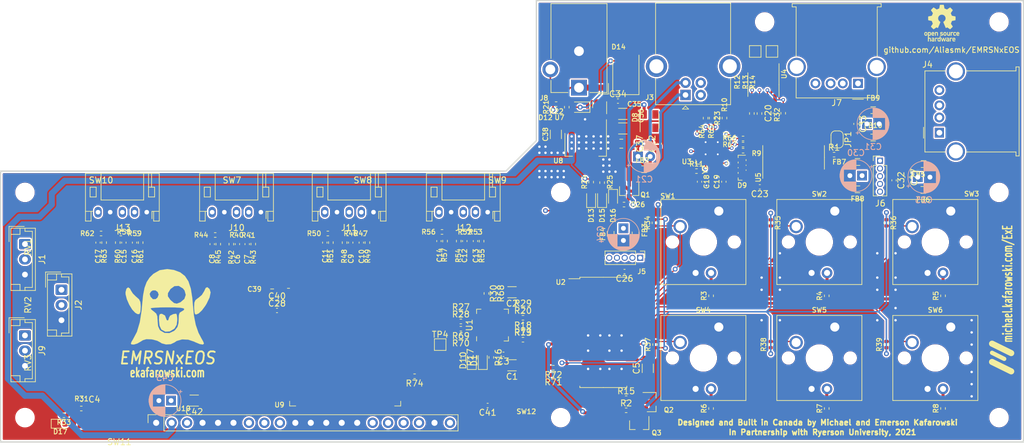
<source format=kicad_pcb>
(kicad_pcb (version 20171130) (host pcbnew "(5.1.7)-1")
  (layers (0 F.Cu signal) (31 B.Cu signal) (34 B.Paste user hide) (35 F.Paste user hide) (36 B.SilkS user) (37 F.SilkS user) (38 B.Mask user hide) (39 F.Mask user hide) (44 Edge.Cuts user))
  (net 0 "")
  (net 1 GND)
  (net 2 +3V3)
  (net 3 +5V)
  (net 4 "/USB Hub and Serial Converter/VBUS_A")
  (net 5 "/USB Hub and Serial Converter/VBUS_C")
  (net 6 "/USB Hub and Serial Converter/VBUS_D")
  (net 7 "/USB Hub and Serial Converter/VBUS_B")
  (net 8 /Peripherals/ENC2_SW)
  (net 9 /Peripherals/ENC3_SW)
  (net 10 /Peripherals/ENC4_SW)
  (net 11 /Peripherals/ENC1_SW)
  (net 12 "/USB Hub and Serial Converter/XIN")
  (net 13 "/USB Hub and Serial Converter/XOUT")
  (net 14 "Net-(C21-Pad1)")
  (net 15 VBUS)
  (net 16 "Net-(C26-Pad1)")
  (net 17 "Net-(C27-Pad1)")
  (net 18 "Net-(C32-Pad1)")
  (net 19 "Net-(C33-Pad1)")
  (net 20 /Power/VCC_IN)
  (net 21 /Core/EN)
  (net 22 /Core/BOOT)
  (net 23 "Net-(D1-Pad2)")
  (net 24 "/USB Hub and Serial Converter/DIN_N")
  (net 25 "/USB Hub and Serial Converter/DIN_P")
  (net 26 "/USB Hub and Serial Converter/D4N")
  (net 27 "/USB Hub and Serial Converter/D4P")
  (net 28 "/USB Hub and Serial Converter/D3N")
  (net 29 "/USB Hub and Serial Converter/D3P")
  (net 30 "/USB Hub and Serial Converter/D2N")
  (net 31 "/USB Hub and Serial Converter/D2P")
  (net 32 "Net-(D10-Pad2)")
  (net 33 "Net-(D12-Pad2)")
  (net 34 "Net-(J3-Pad5)")
  (net 35 "Net-(Q1-Pad1)")
  (net 36 "Net-(Q2-Pad2)")
  (net 37 "Net-(Q2-Pad1)")
  (net 38 LED_Power)
  (net 39 "Net-(R3-Pad2)")
  (net 40 "Net-(R4-Pad2)")
  (net 41 "Net-(R5-Pad2)")
  (net 42 "Net-(R6-Pad2)")
  (net 43 "Net-(R7-Pad2)")
  (net 44 "Net-(R8-Pad2)")
  (net 45 "Net-(R9-Pad2)")
  (net 46 "Net-(R10-Pad2)")
  (net 47 "Net-(R11-Pad2)")
  (net 48 "/USB Hub and Serial Converter/EEPROM_SDA")
  (net 49 "/USB Hub and Serial Converter/EEPROM_SCL")
  (net 50 /Power/SELF_POWER)
  (net 51 /Core/LED_PWM)
  (net 52 /Peripherals/SW_6)
  (net 53 /Peripherals/SW_3)
  (net 54 /Peripherals/SW_5)
  (net 55 /Peripherals/SW_2)
  (net 56 /Peripherals/SW_4)
  (net 57 /Peripherals/SW_1)
  (net 58 /Core/SCL)
  (net 59 /Core/SDA)
  (net 60 /Core/BTN_INT)
  (net 61 "/USB Hub and Serial Converter/~OVR1")
  (net 62 "/USB Hub and Serial Converter/~OVR2")
  (net 63 "/USB Hub and Serial Converter/~OVR3")
  (net 64 "/USB Hub and Serial Converter/~OVR4")
  (net 65 "Net-(C21-Pad2)")
  (net 66 "Net-(C26-Pad2)")
  (net 67 "Net-(C27-Pad2)")
  (net 68 "Net-(C32-Pad2)")
  (net 69 "Net-(C33-Pad2)")
  (net 70 /Core/OLED_~CS)
  (net 71 "Net-(D13-Pad2)")
  (net 72 "Net-(D15-Pad2)")
  (net 73 "Net-(D16-Pad2)")
  (net 74 "Net-(R14-Pad2)")
  (net 75 "Net-(D17-Pad2)")
  (net 76 /Core/LED)
  (net 77 "Net-(C2-Pad2)")
  (net 78 /Core/ENC2_B)
  (net 79 /Core/ENC2_A)
  (net 80 /Core/ENC3_B)
  (net 81 /Core/ENC3_A)
  (net 82 /Core/ENC4_B)
  (net 83 /Core/ENC4_A)
  (net 84 /Core/ENC1_B)
  (net 85 /Core/ENC1_A)
  (net 86 /Core/TXT)
  (net 87 /Core/RXT)
  (net 88 /Core/SLD1)
  (net 89 /Core/SLD2)
  (net 90 /Core/SLD3)
  (net 91 "Net-(JP1-Pad2)")
  (net 92 /Core/VBUS_SENSE)
  (net 93 "Net-(R20-Pad1)")
  (net 94 /Core/SUS_SENSE)
  (net 95 "Net-(R30-Pad2)")
  (net 96 "Net-(R69-Pad2)")
  (net 97 "Net-(R70-Pad2)")
  (net 98 /Core/SPARE1)
  (net 99 "/USB Hub and Serial Converter/USB_INT_N")
  (net 100 "/USB Hub and Serial Converter/USB_INT_P")
  (net 101 /Core/VSPI_MOSI)
  (net 102 /Core/VSPI_SCLK)
  (net 103 "/Peripherals/Encoder 2/S1")
  (net 104 "/Peripherals/Encoder 2/B")
  (net 105 "/Peripherals/Encoder 2/A")
  (net 106 "/Peripherals/Encoder 3/S1")
  (net 107 "/Peripherals/Encoder 3/B")
  (net 108 "/Peripherals/Encoder 3/A")
  (net 109 "/Peripherals/Encoder 4/S1")
  (net 110 "/Peripherals/Encoder 4/B")
  (net 111 "/Peripherals/Encoder 4/A")
  (net 112 "/Peripherals/Encoder 1/S1")
  (net 113 "/Peripherals/Encoder 1/B")
  (net 114 "/Peripherals/Encoder 1/A")
  (net 115 /Core/RXD0)
  (net 116 /Core/ESP_TXD)
  (net 117 /Core/TXD0)
  (net 118 /Core/ESP_RXD)
  (net 119 /Core/OLED_~RESET)
  (net 120 "Net-(TP9-Pad1)")
  (net 121 "Net-(TP10-Pad1)")
  (module Resistor_SMD:R_0402_1005Metric (layer F.Cu) (at 133 120.2 180)
    (fp_text reference R74 (at 0 -1.17) (layer F.SilkS))
    (fp_text value 0R)
    (pad 2 smd roundrect (at 0.51 0 180) (size 0.54 0.64) (layers F.Cu F.Paste F.Mask) (net 22 /Core/BOOT))
    (pad 1 smd roundrect (at -0.51 0 180) (size 0.54 0.64) (layers F.Cu F.Paste F.Mask) (net 119 /Core/OLED_~RESET))
  )
  (module Resistor_SMD:R_0402_1005Metric (layer F.Cu) (at 140.6 111.2)
    (fp_text reference R28 (at 0 -1.17) (layer F.SilkS))
    (fp_text value 0R)
    (pad 2 smd roundrect (at 0.51 0) (size 0.54 0.64) (layers F.Cu F.Paste F.Mask) (net 117 /Core/TXD0))
    (pad 1 smd roundrect (at -0.51 0) (size 0.54 0.64) (layers F.Cu F.Paste F.Mask) (net 118 /Core/ESP_RXD))
  )
  (module Resistor_SMD:R_0402_1005Metric (layer F.Cu) (at 140.6 110)
    (fp_text reference R27 (at 0 -1.17) (layer F.SilkS))
    (fp_text value 0R)
    (pad 2 smd roundrect (at 0.51 0) (size 0.54 0.64) (layers F.Cu F.Paste F.Mask) (net 115 /Core/RXD0))
    (pad 1 smd roundrect (at -0.51 0) (size 0.54 0.64) (layers F.Cu F.Paste F.Mask) (net 116 /Core/ESP_TXD))
  )
  (module Resistor_SMD:R_0402_1005Metric (layer F.Cu) (at 186.96 83.15 180)
    (fp_text reference R9 (at -2.2 -0.45) (layer F.SilkS) (effects (font (size 0.8 0.8))))
    (fp_text value 10k)
    (pad 2 smd roundrect (at 0.51 0 180) (size 0.54 0.64) (layers F.Cu F.Paste F.Mask) (net 45 "Net-(R9-Pad2)"))
    (pad 1 smd roundrect (at -0.51 0 180) (size 0.54 0.64) (layers F.Cu F.Paste F.Mask) (net 2 +3V3))
  )
  (module Resistor_SMD:R_0402_1005Metric (layer F.Cu) (at 186.95 82.15 180)
    (fp_text reference R67 (at 2.2 0) (layer F.SilkS) (effects (font (size 0.8 0.8))))
    (fp_text value 10k)
    (pad 2 smd roundrect (at 0.51 0 180) (size 0.54 0.64) (layers F.Cu F.Paste F.Mask) (net 64 "/USB Hub and Serial Converter/~OVR4"))
    (pad 1 smd roundrect (at -0.51 0 180) (size 0.54 0.64) (layers F.Cu F.Paste F.Mask) (net 2 +3V3))
  )
  (module Resistor_SMD:R_0402_1005Metric (layer F.Cu) (at 186.95 81.15 180)
    (fp_text reference R66 (at 2.2 0.08) (layer F.SilkS) (effects (font (size 0.8 0.8))))
    (fp_text value 10k)
    (pad 2 smd roundrect (at 0.51 0 180) (size 0.54 0.64) (layers F.Cu F.Paste F.Mask) (net 63 "/USB Hub and Serial Converter/~OVR3"))
    (pad 1 smd roundrect (at -0.51 0 180) (size 0.54 0.64) (layers F.Cu F.Paste F.Mask) (net 2 +3V3))
  )
  (module Jumper:SolderJumper-2_P1.3mm_Bridged_RoundedPad1.0x1.5mm (layer F.Cu) (at 202.4 81.3 270)
    (fp_text reference JP1 (at 0 -1.8 90) (layer F.SilkS))
    (fp_text value ActiveHigh)
    (fp_poly (pts (xy 0.25 -0.3) (xy -0.25 -0.3) (xy -0.25 0.3) (xy 0.25 0.3)) (layer F.Cu) (width 0))
    (pad 1 smd custom (at -0.65 0 270) (size 1 0.5) (layers F.Cu F.Mask) (net 3 +5V) (options (clearance outline) (anchor rect)) (primitives (gr_circle (center 0 0.25) (end 0.5 0.25) (width 0)) (gr_circle (center 0 -0.25) (end 0.5 -0.25) (width 0)) (gr_poly (pts (xy 0 -0.75) (xy 0.5 -0.75) (xy 0.5 0.75) (xy 0 0.75)) (width 0))))
    (pad 2 smd custom (at 0.65 0 270) (size 1 0.5) (layers F.Cu F.Mask) (net 91 "Net-(JP1-Pad2)") (options (clearance outline) (anchor rect)) (primitives (gr_circle (center 0 0.25) (end 0.5 0.25) (width 0)) (gr_circle (center 0 -0.25) (end 0.5 -0.25) (width 0)) (gr_poly (pts (xy 0 -0.75) (xy -0.5 -0.75) (xy -0.5 0.75) (xy 0 0.75)) (width 0))))
  )
  (module Package_DFN_QFN:Diodes_UDFN2020-6_Type-F (layer F.Cu) (at 163.4 76.1 90)
    (fp_text reference U7 (at -1.6 -6.6 180) (layer F.SilkS) (effects (font (size 0.8 0.8))))
    (fp_text value DMP1005UFDF)
    (pad 8 smd rect (at 0 0.7 90) (size 0.8 0.48) (layers F.Cu F.Paste F.Mask) (net 20 /Power/VCC_IN))
    (pad 7 smd rect (at 0 -0.325 90) (size 1.15 0.95) (layers F.Cu F.Paste F.Mask) (net 3 +5V))
    (pad 6 smd rect (at 0.9375 -0.65 90) (size 0.425 0.4) (layers F.Cu F.Paste F.Mask) (net 3 +5V))
    (pad 5 smd rect (at 0.9375 0 90) (size 0.425 0.4) (layers F.Cu F.Paste F.Mask) (net 3 +5V))
    (pad 4 smd rect (at 0.9375 0.65 90) (size 0.425 0.4) (layers F.Cu F.Paste F.Mask) (net 20 /Power/VCC_IN))
    (pad 3 smd rect (at -0.9375 0.65 90) (size 0.425 0.4) (layers F.Cu F.Paste F.Mask) (net 1 GND))
    (pad 2 smd rect (at -0.9375 0 90) (size 0.425 0.4) (layers F.Cu F.Paste F.Mask) (net 3 +5V))
    (pad 1 smd rect (at -0.9375 -0.65 90) (size 0.425 0.4) (layers F.Cu F.Paste F.Mask) (net 3 +5V))
  )
  (module Connector_JST:JST_EH_B3B-EH-A_1x03_P2.50mm_Vertical (layer F.Cu) (at 69 113.5 270)
    (fp_text reference J9 (at 2.5 -2.8 90) (layer F.SilkS))
    (fp_text value SliderConnector)
    (pad 3 thru_hole oval (at 5 0 270) (size 1.7 1.95) (drill 0.95) (layers *.Cu *.Mask) (net 1 GND))
    (pad 2 thru_hole oval (at 2.5 0 270) (size 1.7 1.95) (drill 0.95) (layers *.Cu *.Mask) (net 90 /Core/SLD3))
    (pad 1 thru_hole roundrect (at 0 0 270) (size 1.7 1.95) (drill 0.95) (layers *.Cu *.Mask) (roundrect_rratio 0.147059) (net 2 +3V3))
  )
  (module Connector_JST:JST_EH_B3B-EH-A_1x03_P2.50mm_Vertical (layer F.Cu) (at 75 106 270)
    (fp_text reference J2 (at 2.5 -2.8 90) (layer F.SilkS))
    (fp_text value SliderConnector)
    (pad 3 thru_hole oval (at 5 0 270) (size 1.7 1.95) (drill 0.95) (layers *.Cu *.Mask) (net 1 GND))
    (pad 2 thru_hole oval (at 2.5 0 270) (size 1.7 1.95) (drill 0.95) (layers *.Cu *.Mask) (net 89 /Core/SLD2))
    (pad 1 thru_hole roundrect (at 0 0 270) (size 1.7 1.95) (drill 0.95) (layers *.Cu *.Mask) (roundrect_rratio 0.147059) (net 2 +3V3))
  )
  (module Connector_JST:JST_EH_B3B-EH-A_1x03_P2.50mm_Vertical (layer F.Cu) (at 69 98.5 270)
    (fp_text reference J1 (at 2.5 -2.8 90) (layer F.SilkS))
    (fp_text value SliderConnector)
    (pad 3 thru_hole oval (at 5 0 270) (size 1.7 1.95) (drill 0.95) (layers *.Cu *.Mask) (net 1 GND))
    (pad 2 thru_hole oval (at 2.5 0 270) (size 1.7 1.95) (drill 0.95) (layers *.Cu *.Mask) (net 88 /Core/SLD1))
    (pad 1 thru_hole roundrect (at 0 0 270) (size 1.7 1.95) (drill 0.95) (layers *.Cu *.Mask) (roundrect_rratio 0.147059) (net 2 +3V3))
  )
  (module Connector_USB:USB_B_OST_USB-B1HSxx_Horizontal (layer F.Cu) (at 177.5 74 90)
    (fp_text reference J3 (at -0.4 -5.9 180) (layer F.SilkS) (effects (font (size 0.8 0.8))))
    (fp_text value USB_B)
    (pad 5 thru_hole circle (at 4.71 7.27 90) (size 3.5 3.5) (drill 2.33) (layers *.Cu *.Mask) (net 34 "Net-(J3-Pad5)"))
    (pad 5 thru_hole circle (at 4.71 -4.77 90) (size 3.5 3.5) (drill 2.33) (layers *.Cu *.Mask) (net 34 "Net-(J3-Pad5)"))
    (pad 4 thru_hole circle (at 2 0 90) (size 1.7 1.7) (drill 0.92) (layers *.Cu *.Mask) (net 65 "Net-(C21-Pad2)"))
    (pad 3 thru_hole circle (at 2 2.5 90) (size 1.7 1.7) (drill 0.92) (layers *.Cu *.Mask) (net 25 "/USB Hub and Serial Converter/DIN_P"))
    (pad 2 thru_hole circle (at 0 2.5 90) (size 1.7 1.7) (drill 0.92) (layers *.Cu *.Mask) (net 24 "/USB Hub and Serial Converter/DIN_N"))
    (pad 1 thru_hole rect (at 0 0 90) (size 1.7 1.7) (drill 0.92) (layers *.Cu *.Mask) (net 14 "Net-(C21-Pad1)"))
  )
  (module MK_Library:BOM_ONLY (layer F.Cu) (at 69 99 90)
    (fp_text reference RV1 (at 0 0.5 90) (layer F.SilkS))
    (fp_text value R_POT)
  )
  (module MK_Library:BOM_ONLY (layer F.Cu) (at 69 108.5 90)
    (fp_text reference RV2 (at 0 0.5 90) (layer F.SilkS))
    (fp_text value R_POT)
  )
  (module MK_Library:BOM_ONLY (layer F.Cu) (at 69 118 90)
    (fp_text reference RV3 (at 0 0.5 90) (layer F.SilkS))
    (fp_text value R_POT)
  )
  (module MK_Library:BOM_ONLY (layer F.Cu) (at 103 87.5)
    (fp_text reference SW7 (at 0 0.5) (layer F.SilkS))
    (fp_text value Rotary_Encoder_Switch)
  )
  (module MK_Library:BOM_ONLY (layer F.Cu) (at 124.5 87.5)
    (fp_text reference SW8 (at 0 0.5) (layer F.SilkS))
    (fp_text value Rotary_Encoder_Switch)
  )
  (module MK_Library:BOM_ONLY (layer F.Cu) (at 146.6 87.5)
    (fp_text reference SW9 (at 0 0.5) (layer F.SilkS))
    (fp_text value Rotary_Encoder_Switch)
  )
  (module MK_Library:BOM_ONLY (layer F.Cu) (at 81.5 87.5)
    (fp_text reference SW10 (at 0 0.5) (layer F.SilkS))
    (fp_text value Rotary_Encoder_Switch)
  )
  (module Package_DFN_QFN:QFN-28-1EP_5x5mm_P0.5mm_EP3.35x3.35mm (layer F.Cu) (at 145.8 111.8 90)
    (fp_text reference U1 (at 0 -3.8 90) (layer F.SilkS))
    (fp_text value CP2102N-A01-GQFN28)
    (pad 29 smd rect (at 0 0 90) (size 3.35 3.35) (layers F.Cu F.Mask) (net 1 GND))
    (pad 28 smd roundrect (at -1.5 -2.45 90) (size 0.25 0.8) (layers F.Cu F.Paste F.Mask) (net 97 "Net-(R70-Pad2)"))
    (pad 27 smd roundrect (at -1 -2.45 90) (size 0.25 0.8) (layers F.Cu F.Paste F.Mask) (net 96 "Net-(R69-Pad2)"))
    (pad 26 smd roundrect (at -0.5 -2.45 90) (size 0.25 0.8) (layers F.Cu F.Paste F.Mask) (net 117 /Core/TXD0))
    (pad 25 smd roundrect (at 0 -2.45 90) (size 0.25 0.8) (layers F.Cu F.Paste F.Mask) (net 115 /Core/RXD0))
    (pad 24 smd roundrect (at 0.5 -2.45 90) (size 0.25 0.8) (layers F.Cu F.Paste F.Mask))
    (pad 23 smd roundrect (at 1 -2.45 90) (size 0.25 0.8) (layers F.Cu F.Paste F.Mask))
    (pad 22 smd roundrect (at 1.5 -2.45 90) (size 0.25 0.8) (layers F.Cu F.Paste F.Mask))
    (pad 21 smd roundrect (at 2.45 -1.5 90) (size 0.8 0.25) (layers F.Cu F.Paste F.Mask))
    (pad 20 smd roundrect (at 2.45 -1 90) (size 0.8 0.25) (layers F.Cu F.Paste F.Mask))
    (pad 19 smd roundrect (at 2.45 -0.5 90) (size 0.8 0.25) (layers F.Cu F.Paste F.Mask) (net 95 "Net-(R30-Pad2)"))
    (pad 18 smd roundrect (at 2.45 0 90) (size 0.8 0.25) (layers F.Cu F.Paste F.Mask) (net 77 "Net-(C2-Pad2)"))
    (pad 17 smd roundrect (at 2.45 0.5 90) (size 0.8 0.25) (layers F.Cu F.Paste F.Mask))
    (pad 16 smd roundrect (at 2.45 1 90) (size 0.8 0.25) (layers F.Cu F.Paste F.Mask))
    (pad 15 smd roundrect (at 2.45 1.5 90) (size 0.8 0.25) (layers F.Cu F.Paste F.Mask))
    (pad 14 smd roundrect (at 1.5 2.45 90) (size 0.25 0.8) (layers F.Cu F.Paste F.Mask))
    (pad 13 smd roundrect (at 1 2.45 90) (size 0.25 0.8) (layers F.Cu F.Paste F.Mask))
    (pad 12 smd roundrect (at 0.5 2.45 90) (size 0.25 0.8) (layers F.Cu F.Paste F.Mask) (net 94 /Core/SUS_SENSE))
    (pad 11 smd roundrect (at 0 2.45 90) (size 0.25 0.8) (layers F.Cu F.Paste F.Mask))
    (pad 10 smd roundrect (at -0.5 2.45 90) (size 0.25 0.8) (layers F.Cu F.Paste F.Mask))
    (pad 9 smd roundrect (at -1 2.45 90) (size 0.25 0.8) (layers F.Cu F.Paste F.Mask) (net 93 "Net-(R20-Pad1)"))
    (pad 8 smd roundrect (at -1.5 2.45 90) (size 0.25 0.8) (layers F.Cu F.Paste F.Mask) (net 92 /Core/VBUS_SENSE))
    (pad 7 smd roundrect (at -2.45 1.5 90) (size 0.8 0.25) (layers F.Cu F.Paste F.Mask) (net 2 +3V3))
    (pad 6 smd roundrect (at -2.45 1 90) (size 0.8 0.25) (layers F.Cu F.Paste F.Mask) (net 2 +3V3))
    (pad 5 smd roundrect (at -2.45 0.5 90) (size 0.8 0.25) (layers F.Cu F.Paste F.Mask) (net 99 "/USB Hub and Serial Converter/USB_INT_N"))
    (pad 4 smd roundrect (at -2.45 0 90) (size 0.8 0.25) (layers F.Cu F.Paste F.Mask) (net 100 "/USB Hub and Serial Converter/USB_INT_P"))
    (pad 3 smd roundrect (at -2.45 -0.5 90) (size 0.8 0.25) (layers F.Cu F.Paste F.Mask) (net 1 GND))
    (pad 2 smd roundrect (at -2.45 -1 90) (size 0.8 0.25) (layers F.Cu F.Paste F.Mask))
    (pad 1 smd roundrect (at -2.45 -1.5 90) (size 0.8 0.25) (layers F.Cu F.Paste F.Mask))
  )
  (module TestPoint:TestPoint_Pad_1.5x1.5mm (layer F.Cu) (at 137.2 115)
    (fp_text reference TP4 (at 0 -1.648) (layer F.SilkS))
    (fp_text value TestPoint)
    (pad 1 smd rect (at 0 0) (size 1.5 1.5) (layers F.Cu F.Mask) (net 98 /Core/SPARE1))
  )
  (module "MK_Library:PTS636 SK25F SMTR LFS" (layer F.Cu) (at 82.75 128)
    (fp_text reference SW11 (at 1.75 3) (layer F.SilkS))
    (fp_text value SW_Push)
    (pad 2 smd rect (at 3.1 0) (size 2 1.5) (drill (offset 1 0)) (layers F.Cu F.Paste F.Mask) (net 1 GND))
    (pad 1 smd rect (at -3.1 0) (size 2 1.5) (drill (offset -1 0)) (layers F.Cu F.Paste F.Mask) (net 21 /Core/EN))
  )
  (module Resistor_SMD:R_0402_1005Metric (layer F.Cu) (at 150.8 114.2)
    (fp_text reference R73 (at 0 -1.17) (layer F.SilkS))
    (fp_text value 47.5k)
    (pad 2 smd roundrect (at 0.51 0) (size 0.54 0.64) (layers F.Cu F.Paste F.Mask) (net 15 VBUS))
    (pad 1 smd roundrect (at -0.51 0) (size 0.54 0.64) (layers F.Cu F.Paste F.Mask) (net 92 /Core/VBUS_SENSE))
  )
  (module Resistor_SMD:R_0402_1005Metric (layer F.Cu) (at 155.8 118.8 180)
    (fp_text reference R72 (at 0 -1.17) (layer F.SilkS))
    (fp_text value 4.7k)
    (pad 2 smd roundrect (at 0.51 0 180) (size 0.54 0.64) (layers F.Cu F.Paste F.Mask) (net 2 +3V3))
    (pad 1 smd roundrect (at -0.51 0 180) (size 0.54 0.64) (layers F.Cu F.Paste F.Mask) (net 58 /Core/SCL))
  )
  (module Resistor_SMD:R_0402_1005Metric (layer F.Cu) (at 155.8 120 180)
    (fp_text reference R71 (at 0 -1.17) (layer F.SilkS))
    (fp_text value 4.7k)
    (pad 2 smd roundrect (at 0.51 0 180) (size 0.54 0.64) (layers F.Cu F.Paste F.Mask) (net 2 +3V3))
    (pad 1 smd roundrect (at -0.51 0 180) (size 0.54 0.64) (layers F.Cu F.Paste F.Mask) (net 59 /Core/SDA))
  )
  (module Resistor_SMD:R_0402_1005Metric (layer F.Cu) (at 140.6 113.6 180)
    (fp_text reference R70 (at 0 -1.17) (layer F.SilkS))
    (fp_text value 0R)
    (pad 2 smd roundrect (at 0.51 0 180) (size 0.54 0.64) (layers F.Cu F.Paste F.Mask) (net 97 "Net-(R70-Pad2)"))
    (pad 1 smd roundrect (at -0.51 0 180) (size 0.54 0.64) (layers F.Cu F.Paste F.Mask) (net 86 /Core/TXT))
  )
  (module Resistor_SMD:R_0402_1005Metric (layer F.Cu) (at 140.6 112.4 180)
    (fp_text reference R69 (at 0 -1.17) (layer F.SilkS))
    (fp_text value 0R)
    (pad 2 smd roundrect (at 0.51 0 180) (size 0.54 0.64) (layers F.Cu F.Paste F.Mask) (net 96 "Net-(R69-Pad2)"))
    (pad 1 smd roundrect (at -0.51 0 180) (size 0.54 0.64) (layers F.Cu F.Paste F.Mask) (net 87 /Core/RXT))
  )
  (module Resistor_SMD:R_0402_1005Metric (layer F.Cu) (at 146 106.6 270)
    (fp_text reference R68 (at 0 -1.17 90) (layer F.SilkS))
    (fp_text value DNP)
    (pad 2 smd roundrect (at 0.51 0 270) (size 0.54 0.64) (layers F.Cu F.Paste F.Mask) (net 77 "Net-(C2-Pad2)"))
    (pad 1 smd roundrect (at -0.51 0 270) (size 0.54 0.64) (layers F.Cu F.Paste F.Mask) (net 87 /Core/RXT))
  )
  (module Resistor_SMD:R_0402_1005Metric (layer F.Cu) (at 144.8 106.6 270)
    (fp_text reference R30 (at 0 -1.17 90) (layer F.SilkS))
    (fp_text value DNP)
    (pad 2 smd roundrect (at 0.51 0 270) (size 0.54 0.64) (layers F.Cu F.Paste F.Mask) (net 95 "Net-(R30-Pad2)"))
    (pad 1 smd roundrect (at -0.51 0 270) (size 0.54 0.64) (layers F.Cu F.Paste F.Mask) (net 86 /Core/TXT))
  )
  (module Resistor_SMD:R_0402_1005Metric (layer F.Cu) (at 150.8 109.4)
    (fp_text reference R29 (at 0 -1.17) (layer F.SilkS))
    (fp_text value 10k)
    (pad 2 smd roundrect (at 0.51 0) (size 0.54 0.64) (layers F.Cu F.Paste F.Mask) (net 1 GND))
    (pad 1 smd roundrect (at -0.51 0) (size 0.54 0.64) (layers F.Cu F.Paste F.Mask) (net 94 /Core/SUS_SENSE))
  )
  (module Resistor_SMD:R_0402_1005Metric (layer F.Cu) (at 150.8 110.6)
    (fp_text reference R20 (at 0 -1.17) (layer F.SilkS))
    (fp_text value 10k)
    (pad 2 smd roundrect (at 0.51 0) (size 0.54 0.64) (layers F.Cu F.Paste F.Mask) (net 2 +3V3))
    (pad 1 smd roundrect (at -0.51 0) (size 0.54 0.64) (layers F.Cu F.Paste F.Mask) (net 93 "Net-(R20-Pad1)"))
  )
  (module Resistor_SMD:R_0402_1005Metric (layer F.Cu) (at 150.8 111.8 180)
    (fp_text reference R19 (at 0 -1.17) (layer F.SilkS))
    (fp_text value 47.5k)
    (pad 2 smd roundrect (at 0.51 0 180) (size 0.54 0.64) (layers F.Cu F.Paste F.Mask) (net 92 /Core/VBUS_SENSE))
    (pad 1 smd roundrect (at -0.51 0 180) (size 0.54 0.64) (layers F.Cu F.Paste F.Mask) (net 1 GND))
  )
  (module Resistor_SMD:R_0402_1005Metric (layer F.Cu) (at 150.8 113)
    (fp_text reference R18 (at 0 -1.17) (layer F.SilkS))
    (fp_text value 47.5k)
    (pad 2 smd roundrect (at 0.51 0) (size 0.54 0.64) (layers F.Cu F.Paste F.Mask) (net 15 VBUS))
    (pad 1 smd roundrect (at -0.51 0) (size 0.54 0.64) (layers F.Cu F.Paste F.Mask) (net 92 /Core/VBUS_SENSE))
  )
  (module Resistor_SMD:R_0402_1005Metric (layer F.Cu) (at 141 117.09 270)
    (fp_text reference R17 (at 0 -1.17 90) (layer F.SilkS))
    (fp_text value 270R)
    (pad 2 smd roundrect (at 0.51 0 270) (size 0.54 0.64) (layers F.Cu F.Paste F.Mask) (net 32 "Net-(D10-Pad2)"))
    (pad 1 smd roundrect (at -0.51 0 270) (size 0.54 0.64) (layers F.Cu F.Paste F.Mask) (net 2 +3V3))
  )
  (module Resistor_SMD:R_0402_1005Metric (layer F.Cu) (at 145.6 117.11 270)
    (fp_text reference R16 (at 0 -1.17 90) (layer F.SilkS))
    (fp_text value 270R)
    (pad 2 smd roundrect (at 0.51 0 270) (size 0.54 0.64) (layers F.Cu F.Paste F.Mask) (net 23 "Net-(D1-Pad2)"))
    (pad 1 smd roundrect (at -0.51 0 270) (size 0.54 0.64) (layers F.Cu F.Paste F.Mask) (net 2 +3V3))
  )
  (module Resistor_SMD:R_0402_1005Metric (layer F.Cu) (at 167.75 123.81)
    (fp_text reference R15 (at 0 -1.17) (layer F.SilkS))
    (fp_text value 100k)
    (pad 2 smd roundrect (at 0.51 0) (size 0.54 0.64) (layers F.Cu F.Paste F.Mask) (net 3 +5V))
    (pad 1 smd roundrect (at -0.51 0) (size 0.54 0.64) (layers F.Cu F.Paste F.Mask) (net 36 "Net-(Q2-Pad2)"))
  )
  (module Resistor_SMD:R_0402_1005Metric (layer F.Cu) (at 167.75 125.8)
    (fp_text reference R2 (at 0 -1.17) (layer F.SilkS))
    (fp_text value 100k)
    (pad 2 smd roundrect (at 0.51 0) (size 0.54 0.64) (layers F.Cu F.Paste F.Mask) (net 37 "Net-(Q2-Pad1)"))
    (pad 1 smd roundrect (at -0.51 0) (size 0.54 0.64) (layers F.Cu F.Paste F.Mask) (net 51 /Core/LED_PWM))
  )
  (module Resistor_SMD:R_0402_1005Metric (layer F.Cu) (at 201.9 83.8)
    (fp_text reference R1 (at 0 -1.17) (layer F.SilkS))
    (fp_text value 10k)
    (pad 2 smd roundrect (at 0.51 0) (size 0.54 0.64) (layers F.Cu F.Paste F.Mask) (net 91 "Net-(JP1-Pad2)"))
    (pad 1 smd roundrect (at -0.51 0) (size 0.54 0.64) (layers F.Cu F.Paste F.Mask) (net 1 GND))
  )
  (module Connector_JST:JST_PH_S5B-PH-K_1x05_P2.00mm_Horizontal (layer F.Cu) (at 89 93.25 180)
    (fp_text reference J13 (at 4 -2.55) (layer F.SilkS))
    (fp_text value EncoderConnector)
    (pad 5 thru_hole oval (at 8 0 180) (size 1.2 1.75) (drill 0.75) (layers *.Cu *.Mask) (net 112 "/Peripherals/Encoder 1/S1"))
    (pad 4 thru_hole oval (at 6 0 180) (size 1.2 1.75) (drill 0.75) (layers *.Cu *.Mask) (net 1 GND))
    (pad 3 thru_hole oval (at 4 0 180) (size 1.2 1.75) (drill 0.75) (layers *.Cu *.Mask) (net 113 "/Peripherals/Encoder 1/B"))
    (pad 2 thru_hole oval (at 2 0 180) (size 1.2 1.75) (drill 0.75) (layers *.Cu *.Mask) (net 114 "/Peripherals/Encoder 1/A"))
    (pad 1 thru_hole roundrect (at 0 0 180) (size 1.2 1.75) (drill 0.75) (layers *.Cu *.Mask) (roundrect_rratio 0.208333) (net 1 GND))
  )
  (module Connector_JST:JST_PH_S5B-PH-K_1x05_P2.00mm_Horizontal (layer F.Cu) (at 145 93.25 180)
    (fp_text reference J12 (at 4 -2.55) (layer F.SilkS))
    (fp_text value EncoderConnector)
    (pad 5 thru_hole oval (at 8 0 180) (size 1.2 1.75) (drill 0.75) (layers *.Cu *.Mask) (net 109 "/Peripherals/Encoder 4/S1"))
    (pad 4 thru_hole oval (at 6 0 180) (size 1.2 1.75) (drill 0.75) (layers *.Cu *.Mask) (net 1 GND))
    (pad 3 thru_hole oval (at 4 0 180) (size 1.2 1.75) (drill 0.75) (layers *.Cu *.Mask) (net 110 "/Peripherals/Encoder 4/B"))
    (pad 2 thru_hole oval (at 2 0 180) (size 1.2 1.75) (drill 0.75) (layers *.Cu *.Mask) (net 111 "/Peripherals/Encoder 4/A"))
    (pad 1 thru_hole roundrect (at 0 0 180) (size 1.2 1.75) (drill 0.75) (layers *.Cu *.Mask) (roundrect_rratio 0.208333) (net 1 GND))
  )
  (module Connector_JST:JST_PH_S5B-PH-K_1x05_P2.00mm_Horizontal (layer F.Cu) (at 126.25 93.25 180)
    (fp_text reference J11 (at 4 -2.55) (layer F.SilkS))
    (fp_text value EncoderConnector)
    (pad 5 thru_hole oval (at 8 0 180) (size 1.2 1.75) (drill 0.75) (layers *.Cu *.Mask) (net 106 "/Peripherals/Encoder 3/S1"))
    (pad 4 thru_hole oval (at 6 0 180) (size 1.2 1.75) (drill 0.75) (layers *.Cu *.Mask) (net 1 GND))
    (pad 3 thru_hole oval (at 4 0 180) (size 1.2 1.75) (drill 0.75) (layers *.Cu *.Mask) (net 107 "/Peripherals/Encoder 3/B"))
    (pad 2 thru_hole oval (at 2 0 180) (size 1.2 1.75) (drill 0.75) (layers *.Cu *.Mask) (net 108 "/Peripherals/Encoder 3/A"))
    (pad 1 thru_hole roundrect (at 0 0 180) (size 1.2 1.75) (drill 0.75) (layers *.Cu *.Mask) (roundrect_rratio 0.208333) (net 1 GND))
  )
  (module Connector_JST:JST_PH_S5B-PH-K_1x05_P2.00mm_Horizontal (layer F.Cu) (at 107.75 93.25 180)
    (fp_text reference J10 (at 4 -2.55) (layer F.SilkS))
    (fp_text value EncoderConnector)
    (pad 5 thru_hole oval (at 8 0 180) (size 1.2 1.75) (drill 0.75) (layers *.Cu *.Mask) (net 103 "/Peripherals/Encoder 2/S1"))
    (pad 4 thru_hole oval (at 6 0 180) (size 1.2 1.75) (drill 0.75) (layers *.Cu *.Mask) (net 1 GND))
    (pad 3 thru_hole oval (at 4 0 180) (size 1.2 1.75) (drill 0.75) (layers *.Cu *.Mask) (net 104 "/Peripherals/Encoder 2/B"))
    (pad 2 thru_hole oval (at 2 0 180) (size 1.2 1.75) (drill 0.75) (layers *.Cu *.Mask) (net 105 "/Peripherals/Encoder 2/A"))
    (pad 1 thru_hole roundrect (at 0 0 180) (size 1.2 1.75) (drill 0.75) (layers *.Cu *.Mask) (roundrect_rratio 0.208333) (net 1 GND))
  )
  (module LED_SMD:LED_0603_1608Metric (layer F.Cu) (at 142.4 117.6 90)
    (fp_text reference D10 (at 0 -1.43 90) (layer F.SilkS))
    (fp_text value LED_Orange)
    (pad 2 smd roundrect (at 0.7875 0 90) (size 0.875 0.95) (layers F.Cu F.Paste F.Mask) (net 32 "Net-(D10-Pad2)"))
    (pad 1 smd roundrect (at -0.7875 0 90) (size 0.875 0.95) (layers F.Cu F.Paste F.Mask) (net 87 /Core/RXT))
  )
  (module LED_SMD:LED_0603_1608Metric (layer F.Cu) (at 144.2 117.6 90)
    (fp_text reference D1 (at 0 -1.43 90) (layer F.SilkS))
    (fp_text value LED_Orange)
    (pad 2 smd roundrect (at 0.7875 0 90) (size 0.875 0.95) (layers F.Cu F.Paste F.Mask) (net 23 "Net-(D1-Pad2)"))
    (pad 1 smd roundrect (at -0.7875 0 90) (size 0.875 0.95) (layers F.Cu F.Paste F.Mask) (net 86 /Core/TXT))
  )
  (module Capacitor_THT:CP_Radial_D5.0mm_P2.00mm (layer B.Cu) (at 93 124.2 180)
    (fp_text reference C43 (at 1 3.75) (layer B.SilkS) (effects (justify mirror)))
    (fp_text value 120uF)
    (pad 2 thru_hole circle (at 2 0 180) (size 1.6 1.6) (drill 0.8) (layers *.Cu *.Mask) (net 1 GND))
    (pad 1 thru_hole rect (at 0 0 180) (size 1.6 1.6) (drill 0.8) (layers *.Cu *.Mask) (net 2 +3V3))
  )
  (module Capacitor_SMD:C_1206_3216Metric (layer F.Cu) (at 96.8 124.2 180)
    (fp_text reference C42 (at 0 -1.85) (layer F.SilkS))
    (fp_text value 4.7uF)
    (pad 2 smd roundrect (at 1.475 0 180) (size 1.15 1.8) (layers F.Cu F.Paste F.Mask) (roundrect_rratio 0.217391) (net 2 +3V3))
    (pad 1 smd roundrect (at -1.475 0 180) (size 1.15 1.8) (layers F.Cu F.Paste F.Mask) (roundrect_rratio 0.217391) (net 1 GND))
  )
  (module Capacitor_SMD:C_0402_1005Metric (layer F.Cu) (at 145 125 180)
    (fp_text reference C41 (at 0 -1.16) (layer F.SilkS))
    (fp_text value 0.1uF)
    (pad 2 smd roundrect (at 0.48 0 180) (size 0.56 0.62) (layers F.Cu F.Paste F.Mask) (net 22 /Core/BOOT))
    (pad 1 smd roundrect (at -0.48 0 180) (size 0.56 0.62) (layers F.Cu F.Paste F.Mask) (net 1 GND))
  )
  (module Capacitor_SMD:C_0402_1005Metric (layer F.Cu) (at 110.4 108.2)
    (fp_text reference C40 (at 0 -1.16) (layer F.SilkS))
    (fp_text value 0.1uF)
    (pad 2 smd roundrect (at 0.48 0) (size 0.56 0.62) (layers F.Cu F.Paste F.Mask) (net 2 +3V3))
    (pad 1 smd roundrect (at -0.48 0) (size 0.56 0.62) (layers F.Cu F.Paste F.Mask) (net 1 GND))
  )
  (module Capacitor_SMD:C_0805_2012Metric (layer F.Cu) (at 166.95 82)
    (fp_text reference C37 (at 3.05 0 90) (layer F.SilkS))
    (fp_text value 22uF)
    (pad 2 smd roundrect (at 0.95 0) (size 1 1.45) (layers F.Cu F.Paste F.Mask) (net 1 GND))
    (pad 1 smd roundrect (at -0.95 0) (size 1 1.45) (layers F.Cu F.Paste F.Mask) (net 3 +5V))
  )
  (module Capacitor_SMD:C_0402_1005Metric (layer F.Cu) (at 166.4 75)
    (fp_text reference C34 (at 0 -1.16) (layer F.SilkS))
    (fp_text value 0.1uF)
    (pad 2 smd roundrect (at 0.48 0) (size 0.56 0.62) (layers F.Cu F.Paste F.Mask) (net 1 GND))
    (pad 1 smd roundrect (at -0.48 0) (size 0.56 0.62) (layers F.Cu F.Paste F.Mask) (net 20 /Power/VCC_IN))
  )
  (module Capacitor_SMD:C_0402_1005Metric (layer F.Cu) (at 205.5 78.75 270)
    (fp_text reference C33 (at 0 -1.16 90) (layer F.SilkS))
    (fp_text value 0.1uF)
    (pad 2 smd roundrect (at 0.48 0 270) (size 0.56 0.62) (layers F.Cu F.Paste F.Mask) (net 69 "Net-(C33-Pad2)"))
    (pad 1 smd roundrect (at -0.48 0 270) (size 0.56 0.62) (layers F.Cu F.Paste F.Mask) (net 19 "Net-(C33-Pad1)"))
  )
  (module Capacitor_SMD:C_0402_1005Metric (layer F.Cu) (at 211.75 88.02 270)
    (fp_text reference C32 (at 0 -1.16 90) (layer F.SilkS))
    (fp_text value 0.1uF)
    (pad 2 smd roundrect (at 0.48 0 270) (size 0.56 0.62) (layers F.Cu F.Paste F.Mask) (net 68 "Net-(C32-Pad2)"))
    (pad 1 smd roundrect (at -0.48 0 270) (size 0.56 0.62) (layers F.Cu F.Paste F.Mask) (net 18 "Net-(C32-Pad1)"))
  )
  (module Capacitor_THT:CP_Radial_D5.0mm_P2.00mm (layer B.Cu) (at 207.3 78.75)
    (fp_text reference C31 (at 1 3.75 180) (layer B.SilkS) (effects (justify mirror)))
    (fp_text value 120uF)
    (pad 2 thru_hole circle (at 2 0) (size 1.6 1.6) (drill 0.8) (layers *.Cu *.Mask) (net 1 GND))
    (pad 1 thru_hole rect (at 0 0) (size 1.6 1.6) (drill 0.8) (layers *.Cu *.Mask) (net 6 "/USB Hub and Serial Converter/VBUS_D"))
  )
  (module Capacitor_THT:CP_Radial_D5.0mm_P2.00mm (layer B.Cu) (at 206.5 87.25 180)
    (fp_text reference C30 (at 1 3.75 180) (layer B.SilkS) (effects (justify mirror)))
    (fp_text value 120uF)
    (pad 2 thru_hole circle (at 2 0 180) (size 1.6 1.6) (drill 0.8) (layers *.Cu *.Mask) (net 1 GND))
    (pad 1 thru_hole rect (at 0 0 180) (size 1.6 1.6) (drill 0.8) (layers *.Cu *.Mask) (net 5 "/USB Hub and Serial Converter/VBUS_C"))
  )
  (module Capacitor_SMD:C_0402_1005Metric (layer F.Cu) (at 110.4 109.4)
    (fp_text reference C28 (at 0 -1.16) (layer F.SilkS))
    (fp_text value 0.1uF)
    (pad 2 smd roundrect (at 0.48 0) (size 0.56 0.62) (layers F.Cu F.Paste F.Mask) (net 21 /Core/EN))
    (pad 1 smd roundrect (at -0.48 0) (size 0.56 0.62) (layers F.Cu F.Paste F.Mask) (net 1 GND))
  )
  (module Capacitor_SMD:C_0402_1005Metric (layer F.Cu) (at 213.9 87.5 270)
    (fp_text reference C27 (at 0 -1.16 90) (layer F.SilkS))
    (fp_text value 0.1uF)
    (pad 2 smd roundrect (at 0.48 0 270) (size 0.56 0.62) (layers F.Cu F.Paste F.Mask) (net 67 "Net-(C27-Pad2)"))
    (pad 1 smd roundrect (at -0.48 0 270) (size 0.56 0.62) (layers F.Cu F.Paste F.Mask) (net 17 "Net-(C27-Pad1)"))
  )
  (module Capacitor_SMD:C_0402_1005Metric (layer F.Cu) (at 167.48 103 180)
    (fp_text reference C26 (at 0 -1.16) (layer F.SilkS))
    (fp_text value 0.1uF)
    (pad 2 smd roundrect (at 0.48 0 180) (size 0.56 0.62) (layers F.Cu F.Paste F.Mask) (net 66 "Net-(C26-Pad2)"))
    (pad 1 smd roundrect (at -0.48 0 180) (size 0.56 0.62) (layers F.Cu F.Paste F.Mask) (net 16 "Net-(C26-Pad1)"))
  )
  (module Capacitor_THT:CP_Radial_D5.0mm_P2.00mm (layer B.Cu) (at 215.65 87.5)
    (fp_text reference C25 (at 1 3.75) (layer B.SilkS) (effects (justify mirror)))
    (fp_text value 120uF)
    (pad 2 thru_hole circle (at 2 0) (size 1.6 1.6) (drill 0.8) (layers *.Cu *.Mask) (net 1 GND))
    (pad 1 thru_hole rect (at 0 0) (size 1.6 1.6) (drill 0.8) (layers *.Cu *.Mask) (net 4 "/USB Hub and Serial Converter/VBUS_A"))
  )
  (module Capacitor_THT:CP_Radial_D5.0mm_P2.00mm (layer B.Cu) (at 167.3 95.9 270)
    (fp_text reference C24 (at 1 3.75 90) (layer B.SilkS) (effects (justify mirror)))
    (fp_text value 120uF)
    (pad 2 thru_hole circle (at 2 0 270) (size 1.6 1.6) (drill 0.8) (layers *.Cu *.Mask) (net 1 GND))
    (pad 1 thru_hole rect (at 0 0 270) (size 1.6 1.6) (drill 0.8) (layers *.Cu *.Mask) (net 7 "/USB Hub and Serial Converter/VBUS_B"))
  )
  (module Capacitor_SMD:C_0402_1005Metric (layer F.Cu) (at 189.7 89.1 180)
    (fp_text reference C23 (at 0 -1.16) (layer F.SilkS))
    (fp_text value 0.1uF)
    (pad 2 smd roundrect (at 0.48 0 180) (size 0.56 0.62) (layers F.Cu F.Paste F.Mask) (net 3 +5V))
    (pad 1 smd roundrect (at -0.48 0 180) (size 0.56 0.62) (layers F.Cu F.Paste F.Mask) (net 1 GND))
  )
  (module Capacitor_SMD:C_0402_1005Metric (layer F.Cu) (at 173.2 82 90)
    (fp_text reference C22 (at 0 -1.16 90) (layer F.SilkS))
    (fp_text value 0.1uF)
    (pad 2 smd roundrect (at 0.48 0 90) (size 0.56 0.62) (layers F.Cu F.Paste F.Mask) (net 1 GND))
    (pad 1 smd roundrect (at -0.48 0 90) (size 0.56 0.62) (layers F.Cu F.Paste F.Mask) (net 15 VBUS))
  )
  (module Capacitor_THT:CP_Radial_D5.0mm_P2.00mm (layer B.Cu) (at 169.7 84.1)
    (fp_text reference C21 (at 1 3.75 180) (layer B.SilkS) (effects (justify mirror)))
    (fp_text value 120uF)
    (pad 2 thru_hole circle (at 2 0) (size 1.6 1.6) (drill 0.8) (layers *.Cu *.Mask) (net 65 "Net-(C21-Pad2)"))
    (pad 1 thru_hole rect (at 0 0) (size 1.6 1.6) (drill 0.8) (layers *.Cu *.Mask) (net 14 "Net-(C21-Pad1)"))
  )
  (module Capacitor_SMD:C_0402_1005Metric (layer F.Cu) (at 192.25 77 90)
    (fp_text reference C20 (at 0 -1.16 90) (layer F.SilkS))
    (fp_text value 0.1uF)
    (pad 2 smd roundrect (at 0.48 0 90) (size 0.56 0.62) (layers F.Cu F.Paste F.Mask) (net 2 +3V3))
    (pad 1 smd roundrect (at -0.48 0 90) (size 0.56 0.62) (layers F.Cu F.Paste F.Mask) (net 1 GND))
  )
  (module Capacitor_SMD:C_1206_3216Metric (layer F.Cu) (at 171.3 118.9 90)
    (fp_text reference C5 (at 0 -1.85 90) (layer F.SilkS))
    (fp_text value 4.7uF)
    (pad 2 smd roundrect (at 1.475 0 90) (size 1.15 1.8) (layers F.Cu F.Paste F.Mask) (roundrect_rratio 0.217391) (net 2 +3V3))
    (pad 1 smd roundrect (at -1.475 0 90) (size 1.15 1.8) (layers F.Cu F.Paste F.Mask) (roundrect_rratio 0.217391) (net 1 GND))
  )
  (module Capacitor_SMD:C_0402_1005Metric (layer F.Cu) (at 78.32 124)
    (fp_text reference C4 (at 2.08 0) (layer F.SilkS))
    (fp_text value 0.1uF)
    (pad 2 smd roundrect (at 0.48 0) (size 0.56 0.62) (layers F.Cu F.Paste F.Mask) (net 21 /Core/EN))
    (pad 1 smd roundrect (at -0.48 0) (size 0.56 0.62) (layers F.Cu F.Paste F.Mask) (net 1 GND))
  )
  (module Capacitor_SMD:C_0402_1005Metric (layer F.Cu) (at 147.6 116.6 180)
    (fp_text reference C3 (at 0 -1.16) (layer F.SilkS))
    (fp_text value 0.1uF)
    (pad 2 smd roundrect (at 0.48 0 180) (size 0.56 0.62) (layers F.Cu F.Paste F.Mask) (net 2 +3V3))
    (pad 1 smd roundrect (at -0.48 0 180) (size 0.56 0.62) (layers F.Cu F.Paste F.Mask) (net 1 GND))
  )
  (module Capacitor_SMD:C_1206_3216Metric (layer F.Cu) (at 149 106.4 180)
    (fp_text reference C2 (at 0 -1.85) (layer F.SilkS))
    (fp_text value 4.7uF)
    (pad 2 smd roundrect (at 1.475 0 180) (size 1.15 1.8) (layers F.Cu F.Paste F.Mask) (roundrect_rratio 0.217391) (net 77 "Net-(C2-Pad2)"))
    (pad 1 smd roundrect (at -1.475 0 180) (size 1.15 1.8) (layers F.Cu F.Paste F.Mask) (roundrect_rratio 0.217391) (net 1 GND))
  )
  (module Capacitor_SMD:C_1206_3216Metric (layer F.Cu) (at 149 118.4 180)
    (fp_text reference C1 (at 0 -1.85) (layer F.SilkS))
    (fp_text value 4.7uF)
    (pad 2 smd roundrect (at 1.475 0 180) (size 1.15 1.8) (layers F.Cu F.Paste F.Mask) (roundrect_rratio 0.217391) (net 2 +3V3))
    (pad 1 smd roundrect (at -1.475 0 180) (size 1.15 1.8) (layers F.Cu F.Paste F.Mask) (roundrect_rratio 0.217391) (net 1 GND))
  )
  (module Resistor_SMD:R_0402_1005Metric (layer F.Cu) (at 75.4 126.6 180)
    (fp_text reference R33 (at 0 -1.17) (layer F.SilkS) (effects (font (size 0.8 0.8))))
    (fp_text value 270R)
    (pad 2 smd roundrect (at 0.51 0 180) (size 0.54 0.64) (layers F.Cu F.Paste F.Mask) (net 75 "Net-(D17-Pad2)"))
    (pad 1 smd roundrect (at -0.51 0 180) (size 0.54 0.64) (layers F.Cu F.Paste F.Mask) (net 76 /Core/LED))
  )
  (module LED_SMD:LED_0603_1608Metric (layer F.Cu) (at 74.8 128)
    (fp_text reference D17 (at 0 1.3) (layer F.SilkS) (effects (font (size 0.8 0.8))))
    (fp_text value LED_Green)
    (pad 2 smd roundrect (at 0.7875 0) (size 0.875 0.95) (layers F.Cu F.Paste F.Mask) (net 75 "Net-(D17-Pad2)"))
    (pad 1 smd roundrect (at -0.7875 0) (size 0.875 0.95) (layers F.Cu F.Paste F.Mask) (net 1 GND))
  )
  (module Resistor_SMD:R_0402_1005Metric (layer F.Cu) (at 193.55 77 90)
    (fp_text reference R32 (at -0.25 -1 90) (layer F.SilkS) (effects (font (size 0.8 0.8))))
    (fp_text value 10k)
    (pad 2 smd roundrect (at 0.51 0 90) (size 0.54 0.64) (layers F.Cu F.Paste F.Mask) (net 74 "Net-(R14-Pad2)"))
    (pad 1 smd roundrect (at -0.51 0 90) (size 0.54 0.64) (layers F.Cu F.Paste F.Mask) (net 1 GND))
  )
  (module Package_SO:SOIC-8_3.9x4.9mm_P1.27mm (layer F.Cu) (at 190.3 72.3 270)
    (fp_text reference U4 (at -1.75 -3.4 270) (layer F.SilkS) (effects (font (size 0.8 0.8))))
    (fp_text value 24LC02)
    (pad 8 smd roundrect (at 2.475 -1.905 270) (size 1.95 0.6) (layers F.Cu F.Paste F.Mask) (net 2 +3V3))
    (pad 7 smd roundrect (at 2.475 -0.635 270) (size 1.95 0.6) (layers F.Cu F.Paste F.Mask) (net 74 "Net-(R14-Pad2)"))
    (pad 6 smd roundrect (at 2.475 0.635 270) (size 1.95 0.6) (layers F.Cu F.Paste F.Mask) (net 49 "/USB Hub and Serial Converter/EEPROM_SCL"))
    (pad 5 smd roundrect (at 2.475 1.905 270) (size 1.95 0.6) (layers F.Cu F.Paste F.Mask) (net 48 "/USB Hub and Serial Converter/EEPROM_SDA"))
    (pad 4 smd roundrect (at -2.475 1.905 270) (size 1.95 0.6) (layers F.Cu F.Paste F.Mask) (net 1 GND))
    (pad 3 smd roundrect (at -2.475 0.635 270) (size 1.95 0.6) (layers F.Cu F.Paste F.Mask) (net 1 GND))
    (pad 2 smd roundrect (at -2.475 -0.635 270) (size 1.95 0.6) (layers F.Cu F.Paste F.Mask) (net 1 GND))
    (pad 1 smd roundrect (at -2.475 -1.905 270) (size 1.95 0.6) (layers F.Cu F.Paste F.Mask) (net 1 GND))
  )
  (module TestPoint:TestPoint_Pad_1.5x1.5mm (layer F.Cu) (at 191.7 66.85)
    (fp_text reference TP3 hide)
    (fp_text value TestPoint)
    (pad 1 smd rect (at 0 0) (size 1.5 1.5) (layers F.Cu F.Mask) (net 49 "/USB Hub and Serial Converter/EEPROM_SCL"))
  )
  (module TestPoint:TestPoint_Pad_1.5x1.5mm (layer F.Cu) (at 188.95 66.85)
    (fp_text reference TP2 hide)
    (fp_text value TestPoint)
    (pad 1 smd rect (at 0 0) (size 1.5 1.5) (layers F.Cu F.Mask) (net 48 "/USB Hub and Serial Converter/EEPROM_SDA"))
  )
  (module Resistor_SMD:R_0402_1005Metric (layer F.Cu) (at 190.95 77.04 90)
    (fp_text reference R14 (at 5.14 -2.45 90) (layer F.SilkS) (effects (font (size 0.8 0.8))))
    (fp_text value DNP)
    (pad 2 smd roundrect (at 0.51 0 90) (size 0.54 0.64) (layers F.Cu F.Paste F.Mask) (net 74 "Net-(R14-Pad2)"))
    (pad 1 smd roundrect (at -0.51 0 90) (size 0.54 0.64) (layers F.Cu F.Paste F.Mask) (net 2 +3V3))
  )
  (module Resistor_SMD:R_0402_1005Metric (layer F.Cu) (at 189.65 77.05 270)
    (fp_text reference R13 (at -5.15 2.3 90) (layer F.SilkS) (effects (font (size 0.8 0.8))))
    (fp_text value 10k)
    (pad 2 smd roundrect (at 0.51 0 270) (size 0.54 0.64) (layers F.Cu F.Paste F.Mask) (net 2 +3V3))
    (pad 1 smd roundrect (at -0.51 0 270) (size 0.54 0.64) (layers F.Cu F.Paste F.Mask) (net 49 "/USB Hub and Serial Converter/EEPROM_SCL"))
  )
  (module Resistor_SMD:R_0402_1005Metric (layer F.Cu) (at 188.4 77.04 270)
    (fp_text reference R12 (at -5.14 2.4 90) (layer F.SilkS) (effects (font (size 0.8 0.8))))
    (fp_text value 10k)
    (pad 2 smd roundrect (at 0.51 0 270) (size 0.54 0.64) (layers F.Cu F.Paste F.Mask) (net 2 +3V3))
    (pad 1 smd roundrect (at -0.51 0 270) (size 0.54 0.64) (layers F.Cu F.Paste F.Mask) (net 48 "/USB Hub and Serial Converter/EEPROM_SDA"))
  )
  (module Symbol:OSHW-Logo_5.7x6mm_SilkScreen (layer F.Cu) (at 219.6 62.2)
    (fp_text reference H10 hide)
    (fp_text value OSHWLogo hide)
  )
  (module Connector_USB:USB_A_Molex_67643_Horizontal (layer F.Cu) (at 205.83393 72.1 180)
    (fp_text reference J7 (at 3.5 -3.19 180) (layer F.SilkS))
    (fp_text value USB_A)
    (pad 4 thru_hole circle (at 7 0 180) (size 1.6 1.6) (drill 0.95) (layers *.Cu *.Mask) (net 69 "Net-(C33-Pad2)"))
    (pad 3 thru_hole circle (at 4.5 0 180) (size 1.6 1.6) (drill 0.95) (layers *.Cu *.Mask) (net 27 "/USB Hub and Serial Converter/D4P"))
    (pad 2 thru_hole circle (at 2.5 0 180) (size 1.6 1.6) (drill 0.95) (layers *.Cu *.Mask) (net 26 "/USB Hub and Serial Converter/D4N"))
    (pad 1 thru_hole rect (at 0 0 180) (size 1.6 1.5) (drill 0.95) (layers *.Cu *.Mask) (net 19 "Net-(C33-Pad1)"))
    (pad 5 thru_hole circle (at 10.07 2.71 180) (size 3 3) (drill 2.3) (layers *.Cu *.Mask) (net 69 "Net-(C33-Pad2)"))
    (pad 5 thru_hole circle (at -3.07 2.71 180) (size 3 3) (drill 2.3) (layers *.Cu *.Mask) (net 69 "Net-(C33-Pad2)"))
  )
  (module Connector_USB:USB_A_Molex_67643_Horizontal (layer F.Cu) (at 219.2 80.2 90)
    (fp_text reference J4 (at 11.2 -1.95 180) (layer F.SilkS))
    (fp_text value USB_A)
    (pad 4 thru_hole circle (at 7 0 90) (size 1.6 1.6) (drill 0.95) (layers *.Cu *.Mask) (net 67 "Net-(C27-Pad2)"))
    (pad 3 thru_hole circle (at 4.5 0 90) (size 1.6 1.6) (drill 0.95) (layers *.Cu *.Mask))
    (pad 2 thru_hole circle (at 2.5 0 90) (size 1.6 1.6) (drill 0.95) (layers *.Cu *.Mask))
    (pad 1 thru_hole rect (at 0 0 90) (size 1.6 1.5) (drill 0.95) (layers *.Cu *.Mask) (net 17 "Net-(C27-Pad1)"))
    (pad 5 thru_hole circle (at 10.07 2.71 90) (size 3 3) (drill 2.3) (layers *.Cu *.Mask) (net 67 "Net-(C27-Pad2)"))
    (pad 5 thru_hole circle (at -3.07 2.71 90) (size 3 3) (drill 2.3) (layers *.Cu *.Mask) (net 67 "Net-(C27-Pad2)"))
  )
  (module Connector_BarrelJack:BarrelJack_CUI_PJ-102AH_Horizontal (layer F.Cu) (at 160 72.8 180)
    (fp_text reference J8 (at 5.75 -1.7) (layer F.SilkS) (effects (font (size 0.8 0.8))))
    (fp_text value Barrel_Jack_Switch)
    (pad 3 thru_hole circle (at 4.7 3 180) (size 2.6 2.6) (drill 1.6) (layers *.Cu *.Mask) (net 50 /Power/SELF_POWER))
    (pad 2 thru_hole circle (at 0 6 180) (size 2.6 2.6) (drill 1.6) (layers *.Cu *.Mask) (net 1 GND))
    (pad 1 thru_hole rect (at 0 0 180) (size 2.6 2.6) (drill 1.6) (layers *.Cu *.Mask) (net 20 /Power/VCC_IN))
  )
  (module MK_Library:SW_Cherry_MX_Single_LED (layer F.Cu) (at 202.02 112.12)
    (fp_text reference SW5 (at -2.54 -2.794) (layer F.SilkS) (effects (font (size 0.8 0.8))))
    (fp_text value SW_Push_LED)
    (pad 1 thru_hole circle (at 0 0) (size 2.2 2.2) (drill 1.5) (layers *.Cu *.Mask) (net 1 GND))
    (pad 2 thru_hole circle (at -6.35 2.54) (size 2.2 2.2) (drill 1.5) (layers *.Cu *.Mask) (net 54 /Peripherals/SW_5))
    (pad "" np_thru_hole circle (at -2.54 5.08) (size 4 4) (drill 4) (layers *.Cu *.Mask))
    (pad "" np_thru_hole circle (at -7.62 5.08) (size 1.7 1.7) (drill 1.7) (layers *.Cu *.Mask))
    (pad "" np_thru_hole circle (at 2.54 5.08) (size 1.7 1.7) (drill 1.7) (layers *.Cu *.Mask))
    (pad 3 thru_hole circle (at -3.81 10.16) (size 1.75 1.75) (drill 1) (layers *.Cu *.Mask) (net 1 GND))
    (pad 4 thru_hole circle (at -1.27 10.16) (size 1.75 1.75) (drill 1) (layers *.Cu *.Mask) (net 43 "Net-(R7-Pad2)"))
  )
  (module Package_TO_SOT_SMD:SOT-223-3_TabPin2 (layer F.Cu) (at 161.1 82.15 270)
    (fp_text reference U8 (at 2.65 4.5 180) (layer F.SilkS) (effects (font (size 0.8 0.8))))
    (fp_text value AP2114HA-3.3TRG1)
    (pad 1 smd rect (at -3.15 -2.3 270) (size 2 1.5) (layers F.Cu F.Paste F.Mask) (net 3 +5V))
    (pad 3 smd rect (at -3.15 2.3 270) (size 2 1.5) (layers F.Cu F.Paste F.Mask) (net 2 +3V3))
    (pad 2 smd rect (at -3.15 0 270) (size 2 1.5) (layers F.Cu F.Paste F.Mask) (net 1 GND))
    (pad 2 smd rect (at 3.15 0 270) (size 2 3.8) (layers F.Cu F.Paste F.Mask) (net 1 GND))
  )
  (module Resistor_SMD:R_0402_1005Metric (layer F.Cu) (at 167.4 92)
    (fp_text reference R26 (at 2.3 0) (layer F.SilkS) (effects (font (size 0.8 0.8))))
    (fp_text value 270R)
    (pad 2 smd roundrect (at 0.51 0) (size 0.54 0.64) (layers F.Cu F.Paste F.Mask) (net 15 VBUS))
    (pad 1 smd roundrect (at -0.51 0) (size 0.54 0.64) (layers F.Cu F.Paste F.Mask) (net 73 "Net-(D16-Pad2)"))
  )
  (module Resistor_SMD:R_0402_1005Metric (layer F.Cu) (at 163.8 88.4 90)
    (fp_text reference R25 (at 0.1 1.3 270) (layer F.SilkS) (effects (font (size 0.8 0.8))))
    (fp_text value 270R)
    (pad 2 smd roundrect (at 0.51 0 90) (size 0.54 0.64) (layers F.Cu F.Paste F.Mask) (net 3 +5V))
    (pad 1 smd roundrect (at -0.51 0 90) (size 0.54 0.64) (layers F.Cu F.Paste F.Mask) (net 72 "Net-(D15-Pad2)"))
  )
  (module Resistor_SMD:R_0402_1005Metric (layer F.Cu) (at 162 88.31 90)
    (fp_text reference R24 (at 0.01 -1.1 90) (layer F.SilkS) (effects (font (size 0.8 0.8))))
    (fp_text value 270R)
    (pad 2 smd roundrect (at 0.51 0 90) (size 0.54 0.64) (layers F.Cu F.Paste F.Mask) (net 2 +3V3))
    (pad 1 smd roundrect (at -0.51 0 90) (size 0.54 0.64) (layers F.Cu F.Paste F.Mask) (net 71 "Net-(D13-Pad2)"))
  )
  (module LED_SMD:LED_0603_1608Metric (layer F.Cu) (at 165.6 91 270)
    (fp_text reference D16 (at 2.8 0 90) (layer F.SilkS) (effects (font (size 0.8 0.8))))
    (fp_text value LED_Blue)
    (pad 2 smd roundrect (at 0.7875 0 270) (size 0.875 0.95) (layers F.Cu F.Paste F.Mask) (net 73 "Net-(D16-Pad2)"))
    (pad 1 smd roundrect (at -0.7875 0 270) (size 0.875 0.95) (layers F.Cu F.Paste F.Mask) (net 1 GND))
  )
  (module LED_SMD:LED_0603_1608Metric (layer F.Cu) (at 163.8 91 90)
    (fp_text reference D15 (at -2.8 0 90) (layer F.SilkS) (effects (font (size 0.8 0.8))))
    (fp_text value LED_Green)
    (pad 2 smd roundrect (at 0.7875 0 90) (size 0.875 0.95) (layers F.Cu F.Paste F.Mask) (net 72 "Net-(D15-Pad2)"))
    (pad 1 smd roundrect (at -0.7875 0 90) (size 0.875 0.95) (layers F.Cu F.Paste F.Mask) (net 1 GND))
  )
  (module LED_SMD:LED_0603_1608Metric (layer F.Cu) (at 162 91 90)
    (fp_text reference D13 (at -2.8 0 90) (layer F.SilkS) (effects (font (size 0.8 0.8))))
    (fp_text value LED_Red)
    (pad 2 smd roundrect (at 0.7875 0 90) (size 0.875 0.95) (layers F.Cu F.Paste F.Mask) (net 71 "Net-(D13-Pad2)"))
    (pad 1 smd roundrect (at -0.7875 0 90) (size 0.875 0.95) (layers F.Cu F.Paste F.Mask) (net 1 GND))
  )
  (module Resistor_SMD:R_0402_1005Metric (layer F.Cu) (at 122 96.75)
    (fp_text reference R47 (at 2.15 0) (layer F.SilkS) (effects (font (size 0.8 0.8))))
    (fp_text value 10k)
    (pad 2 smd roundrect (at 0.51 0) (size 0.54 0.64) (layers F.Cu F.Paste F.Mask) (net 80 /Core/ENC3_B))
    (pad 1 smd roundrect (at -0.51 0) (size 0.54 0.64) (layers F.Cu F.Paste F.Mask) (net 107 "/Peripherals/Encoder 3/B"))
  )
  (module Package_SO:SOIC-16_3.9x9.9mm_P1.27mm (layer F.Cu) (at 195.25 84.25 90)
    (fp_text reference U5 (at -3.3 -5.8 90) (layer F.SilkS) (effects (font (size 0.8 0.8))))
    (fp_text value MIC2027)
    (pad 16 smd roundrect (at 2.475 -4.445 90) (size 1.95 0.6) (layers F.Cu F.Paste F.Mask) (net 62 "/USB Hub and Serial Converter/~OVR2"))
    (pad 15 smd roundrect (at 2.475 -3.175 90) (size 1.95 0.6) (layers F.Cu F.Paste F.Mask) (net 91 "Net-(JP1-Pad2)"))
    (pad 14 smd roundrect (at 2.475 -1.905 90) (size 1.95 0.6) (layers F.Cu F.Paste F.Mask) (net 7 "/USB Hub and Serial Converter/VBUS_B"))
    (pad 13 smd roundrect (at 2.475 -0.635 90) (size 1.95 0.6) (layers F.Cu F.Paste F.Mask) (net 3 +5V))
    (pad 12 smd roundrect (at 2.475 0.635 90) (size 1.95 0.6) (layers F.Cu F.Paste F.Mask) (net 1 GND))
    (pad 11 smd roundrect (at 2.475 1.905 90) (size 1.95 0.6) (layers F.Cu F.Paste F.Mask) (net 6 "/USB Hub and Serial Converter/VBUS_D"))
    (pad 10 smd roundrect (at 2.475 3.175 90) (size 1.95 0.6) (layers F.Cu F.Paste F.Mask) (net 91 "Net-(JP1-Pad2)"))
    (pad 9 smd roundrect (at 2.475 4.445 90) (size 1.95 0.6) (layers F.Cu F.Paste F.Mask) (net 64 "/USB Hub and Serial Converter/~OVR4"))
    (pad 8 smd roundrect (at -2.475 4.445 90) (size 1.95 0.6) (layers F.Cu F.Paste F.Mask) (net 63 "/USB Hub and Serial Converter/~OVR3"))
    (pad 7 smd roundrect (at -2.475 3.175 90) (size 1.95 0.6) (layers F.Cu F.Paste F.Mask) (net 91 "Net-(JP1-Pad2)"))
    (pad 6 smd roundrect (at -2.475 1.905 90) (size 1.95 0.6) (layers F.Cu F.Paste F.Mask) (net 5 "/USB Hub and Serial Converter/VBUS_C"))
    (pad 5 smd roundrect (at -2.475 0.635 90) (size 1.95 0.6) (layers F.Cu F.Paste F.Mask) (net 3 +5V))
    (pad 4 smd roundrect (at -2.475 -0.635 90) (size 1.95 0.6) (layers F.Cu F.Paste F.Mask) (net 1 GND))
    (pad 3 smd roundrect (at -2.475 -1.905 90) (size 1.95 0.6) (layers F.Cu F.Paste F.Mask) (net 4 "/USB Hub and Serial Converter/VBUS_A"))
    (pad 2 smd roundrect (at -2.475 -3.175 90) (size 1.95 0.6) (layers F.Cu F.Paste F.Mask) (net 91 "Net-(JP1-Pad2)"))
    (pad 1 smd roundrect (at -2.475 -4.445 90) (size 1.95 0.6) (layers F.Cu F.Paste F.Mask) (net 61 "/USB Hub and Serial Converter/~OVR1"))
  )
  (module Package_DFN_QFN:UDFN-9_1.0x3.8mm_P0.5mm (layer F.Cu) (at 186.8 85.95 180)
    (fp_text reference D9 (at 0 -2.9) (layer F.SilkS) (effects (font (size 0.8 0.8))))
    (fp_text value DT1240A-08LP3810)
    (pad 9 smd rect (at 0.475 -1.3 180) (size 0.6 0.2) (layers F.Cu F.Paste F.Mask) (net 28 "/USB Hub and Serial Converter/D3N"))
    (pad 8 smd rect (at 0.475 -0.4 180) (size 0.6 0.2) (layers F.Cu F.Paste F.Mask) (net 29 "/USB Hub and Serial Converter/D3P"))
    (pad 7 smd rect (at 0.475 0.4 180) (size 0.6 0.2) (layers F.Cu F.Paste F.Mask) (net 26 "/USB Hub and Serial Converter/D4N"))
    (pad 6 smd rect (at 0.475 1.3 180) (size 0.6 0.2) (layers F.Cu F.Paste F.Mask) (net 27 "/USB Hub and Serial Converter/D4P"))
    (pad 5 smd rect (at -0.475 1.7 180) (size 0.6 0.2) (layers F.Cu F.Paste F.Mask))
    (pad 4 smd rect (at -0.475 0.8 180) (size 0.6 0.2) (layers F.Cu F.Paste F.Mask))
    (pad 3 smd rect (at -0.475 0 180) (size 0.6 0.2) (layers F.Cu F.Paste F.Mask) (net 1 GND))
    (pad 2 smd rect (at -0.475 -0.8 180) (size 0.6 0.2) (layers F.Cu F.Paste F.Mask))
    (pad 1 smd rect (at -0.475 -1.7 180) (size 0.6 0.2) (layers F.Cu F.Paste F.Mask))
  )
  (module EMRSNxEOS:Ghost (layer F.Cu) (at 92.4 109)
    (fp_text reference H9 hide)
    (fp_text value GhostLogo hide)
  )
  (module Connector_PinHeader_1.27mm:PinHeader_1x05_P1.27mm_Vertical (layer F.Cu) (at 209.45 84.8)
    (fp_text reference J6 (at 0.05 7) (layer F.SilkS))
    (fp_text value USB_A)
    (pad 5 thru_hole oval (at 0 5.08) (size 1 1) (drill 0.65) (layers *.Cu *.Mask) (net 68 "Net-(C32-Pad2)"))
    (pad 4 thru_hole oval (at 0 3.81) (size 1 1) (drill 0.65) (layers *.Cu *.Mask) (net 68 "Net-(C32-Pad2)"))
    (pad 3 thru_hole oval (at 0 2.54) (size 1 1) (drill 0.65) (layers *.Cu *.Mask) (net 29 "/USB Hub and Serial Converter/D3P"))
    (pad 2 thru_hole oval (at 0 1.27) (size 1 1) (drill 0.65) (layers *.Cu *.Mask) (net 28 "/USB Hub and Serial Converter/D3N"))
    (pad 1 thru_hole rect (at 0 0) (size 1 1) (drill 0.65) (layers *.Cu *.Mask) (net 18 "Net-(C32-Pad1)"))
  )
  (module Connector_PinHeader_1.27mm:PinHeader_1x05_P1.27mm_Vertical (layer F.Cu) (at 170.05 100.75 270)
    (fp_text reference J5 (at 2.25 -0.25 180) (layer F.SilkS) (effects (font (size 0.8 0.8))))
    (fp_text value USB_A)
    (pad 5 thru_hole oval (at 0 5.08 270) (size 1 1) (drill 0.65) (layers *.Cu *.Mask) (net 66 "Net-(C26-Pad2)"))
    (pad 4 thru_hole oval (at 0 3.81 270) (size 1 1) (drill 0.65) (layers *.Cu *.Mask) (net 66 "Net-(C26-Pad2)"))
    (pad 3 thru_hole oval (at 0 2.54 270) (size 1 1) (drill 0.65) (layers *.Cu *.Mask) (net 31 "/USB Hub and Serial Converter/D2P"))
    (pad 2 thru_hole oval (at 0 1.27 270) (size 1 1) (drill 0.65) (layers *.Cu *.Mask) (net 30 "/USB Hub and Serial Converter/D2N"))
    (pad 1 thru_hole rect (at 0 0 270) (size 1 1) (drill 0.65) (layers *.Cu *.Mask) (net 16 "Net-(C26-Pad1)"))
  )
  (module MountingHole:MountingHole_2.7mm_M2.5 (layer F.Cu) (at 157 90)
    (fp_text reference H8 hide)
    (fp_text value MountingHole)
    (pad 1 np_thru_hole circle (at 0 0) (size 2.7 2.7) (drill 2.7) (layers *.Cu *.Mask))
  )
  (module MountingHole:MountingHole_2.7mm_M2.5 (layer F.Cu) (at 229 90)
    (fp_text reference H7 hide)
    (fp_text value MountingHole)
    (pad 1 np_thru_hole circle (at 0 0) (size 2.7 2.7) (drill 2.7) (layers *.Cu *.Mask))
  )
  (module MountingHole:MountingHole_2.7mm_M2.5 (layer F.Cu) (at 157 127)
    (fp_text reference H6 hide)
    (fp_text value MountingHole)
    (pad 1 np_thru_hole circle (at 0 0) (size 2.7 2.7) (drill 2.7) (layers *.Cu *.Mask))
  )
  (module MountingHole:MountingHole_2.7mm_M2.5 (layer F.Cu) (at 229 62)
    (fp_text reference H5 hide)
    (fp_text value MountingHole)
    (pad 1 np_thru_hole circle (at 0 0) (size 2.7 2.7) (drill 2.7) (layers *.Cu *.Mask))
  )
  (module MountingHole:MountingHole_2.7mm_M2.5 (layer F.Cu) (at 229 127)
    (fp_text reference H4 hide)
    (fp_text value MountingHole)
    (pad 1 np_thru_hole circle (at 0 0) (size 2.7 2.7) (drill 2.7) (layers *.Cu *.Mask))
  )
  (module MountingHole:MountingHole_2.7mm_M2.5 (layer F.Cu) (at 190.5 62)
    (fp_text reference H3 hide)
    (fp_text value MountingHole)
    (pad 1 np_thru_hole circle (at 0 0) (size 2.7 2.7) (drill 2.7) (layers *.Cu *.Mask))
  )
  (module MountingHole:MountingHole_2.7mm_M2.5 (layer F.Cu) (at 69 127)
    (fp_text reference H2 hide)
    (fp_text value MountingHole)
    (pad 1 np_thru_hole circle (at 0 0) (size 2.7 2.7) (drill 2.7) (layers *.Cu *.Mask))
  )
  (module MountingHole:MountingHole_2.7mm_M2.5 (layer F.Cu) (at 69 90)
    (fp_text reference H1 hide)
    (fp_text value MountingHole)
    (pad 1 np_thru_hole circle (at 0 0) (size 2.7 2.7) (drill 2.7) (layers *.Cu *.Mask))
  )
  (module RF_Module:ESP32-WROOM-32 (layer F.Cu) (at 121.6 115.2)
    (fp_text reference U9 (at -10.8 9.7) (layer F.SilkS) (effects (font (size 0.8 0.8))))
    (fp_text value ESP32-WROOM-32)
    (pad 38 smd rect (at 8.5 -8.255) (size 2 0.9) (layers F.Cu F.Paste F.Mask) (net 1 GND))
    (pad 37 smd rect (at 8.5 -6.985) (size 2 0.9) (layers F.Cu F.Paste F.Mask) (net 101 /Core/VSPI_MOSI))
    (pad 36 smd rect (at 8.5 -5.715) (size 2 0.9) (layers F.Cu F.Paste F.Mask) (net 58 /Core/SCL))
    (pad 35 smd rect (at 8.5 -4.445) (size 2 0.9) (layers F.Cu F.Paste F.Mask) (net 116 /Core/ESP_TXD))
    (pad 34 smd rect (at 8.5 -3.175) (size 2 0.9) (layers F.Cu F.Paste F.Mask) (net 118 /Core/ESP_RXD))
    (pad 33 smd rect (at 8.5 -1.905) (size 2 0.9) (layers F.Cu F.Paste F.Mask) (net 59 /Core/SDA))
    (pad 32 smd rect (at 8.5 -0.635) (size 2 0.9) (layers F.Cu F.Paste F.Mask))
    (pad 31 smd rect (at 8.5 0.635) (size 2 0.9) (layers F.Cu F.Paste F.Mask) (net 98 /Core/SPARE1))
    (pad 30 smd rect (at 8.5 1.905) (size 2 0.9) (layers F.Cu F.Paste F.Mask) (net 102 /Core/VSPI_SCLK))
    (pad 29 smd rect (at 8.5 3.175) (size 2 0.9) (layers F.Cu F.Paste F.Mask) (net 60 /Core/BTN_INT))
    (pad 28 smd rect (at 8.5 4.445) (size 2 0.9) (layers F.Cu F.Paste F.Mask) (net 83 /Core/ENC4_A))
    (pad 27 smd rect (at 8.5 5.715) (size 2 0.9) (layers F.Cu F.Paste F.Mask) (net 82 /Core/ENC4_B))
    (pad 26 smd rect (at 8.5 6.985) (size 2 0.9) (layers F.Cu F.Paste F.Mask) (net 51 /Core/LED_PWM))
    (pad 25 smd rect (at 8.5 8.255) (size 2 0.9) (layers F.Cu F.Paste F.Mask) (net 22 /Core/BOOT))
    (pad 24 smd rect (at 5.715 9.255 90) (size 2 0.9) (layers F.Cu F.Paste F.Mask) (net 70 /Core/OLED_~CS))
    (pad 23 smd rect (at 4.445 9.255 90) (size 2 0.9) (layers F.Cu F.Paste F.Mask) (net 121 "Net-(TP10-Pad1)"))
    (pad 22 smd rect (at 3.175 9.255 90) (size 2 0.9) (layers F.Cu F.Paste F.Mask))
    (pad 21 smd rect (at 1.905 9.255 90) (size 2 0.9) (layers F.Cu F.Paste F.Mask))
    (pad 20 smd rect (at 0.635 9.255 90) (size 2 0.9) (layers F.Cu F.Paste F.Mask))
    (pad 19 smd rect (at -0.635 9.255 90) (size 2 0.9) (layers F.Cu F.Paste F.Mask))
    (pad 18 smd rect (at -1.905 9.255 90) (size 2 0.9) (layers F.Cu F.Paste F.Mask))
    (pad 17 smd rect (at -3.175 9.255 90) (size 2 0.9) (layers F.Cu F.Paste F.Mask))
    (pad 16 smd rect (at -4.445 9.255 90) (size 2 0.9) (layers F.Cu F.Paste F.Mask) (net 98 /Core/SPARE1))
    (pad 15 smd rect (at -5.715 9.255 90) (size 2 0.9) (layers F.Cu F.Paste F.Mask) (net 1 GND))
    (pad 14 smd rect (at -8.5 8.255) (size 2 0.9) (layers F.Cu F.Paste F.Mask) (net 76 /Core/LED))
    (pad 13 smd rect (at -8.5 6.985) (size 2 0.9) (layers F.Cu F.Paste F.Mask) (net 120 "Net-(TP9-Pad1)"))
    (pad 12 smd rect (at -8.5 5.715) (size 2 0.9) (layers F.Cu F.Paste F.Mask) (net 81 /Core/ENC3_A))
    (pad 11 smd rect (at -8.5 4.445) (size 2 0.9) (layers F.Cu F.Paste F.Mask) (net 80 /Core/ENC3_B))
    (pad 10 smd rect (at -8.5 3.175) (size 2 0.9) (layers F.Cu F.Paste F.Mask) (net 79 /Core/ENC2_A))
    (pad 9 smd rect (at -8.5 1.905) (size 2 0.9) (layers F.Cu F.Paste F.Mask) (net 78 /Core/ENC2_B))
    (pad 8 smd rect (at -8.5 0.635) (size 2 0.9) (layers F.Cu F.Paste F.Mask) (net 90 /Core/SLD3))
    (pad 7 smd rect (at -8.5 -0.635) (size 2 0.9) (layers F.Cu F.Paste F.Mask) (net 89 /Core/SLD2))
    (pad 6 smd rect (at -8.5 -1.905) (size 2 0.9) (layers F.Cu F.Paste F.Mask) (net 88 /Core/SLD1))
    (pad 5 smd rect (at -8.5 -3.175) (size 2 0.9) (layers F.Cu F.Paste F.Mask) (net 84 /Core/ENC1_B))
    (pad 4 smd rect (at -8.5 -4.445) (size 2 0.9) (layers F.Cu F.Paste F.Mask) (net 85 /Core/ENC1_A))
    (pad 3 smd rect (at -8.5 -5.715) (size 2 0.9) (layers F.Cu F.Paste F.Mask) (net 21 /Core/EN))
    (pad 2 smd rect (at -8.5 -6.985) (size 2 0.9) (layers F.Cu F.Paste F.Mask) (net 2 +3V3))
    (pad 1 smd rect (at -8.5 -8.255) (size 2 0.9) (layers F.Cu F.Paste F.Mask) (net 1 GND))
    (pad 39 smd rect (at -1 -0.755) (size 5 5) (layers F.Cu F.Paste F.Mask) (net 1 GND))
  )
  (module MK_Library:ECS-120-12-36-AGN (layer F.Cu) (at 181.8 88.25)
    (fp_text reference Y2 (at -1.1 -2 270) (layer F.SilkS) (effects (font (size 0.8 0.8))))
    (fp_text value 12MHz)
    (pad 2 smd rect (at -0.85 0.65) (size 1.2 1) (layers F.Cu F.Paste F.Mask) (net 1 GND))
    (pad 1 smd rect (at -0.85 -0.65) (size 1.2 1) (layers F.Cu F.Paste F.Mask) (net 12 "/USB Hub and Serial Converter/XIN"))
    (pad 2 smd rect (at 0.85 -0.65) (size 1.2 1) (layers F.Cu F.Paste F.Mask) (net 1 GND))
    (pad 3 smd rect (at 0.85 0.65) (size 1.2 1) (layers F.Cu F.Paste F.Mask) (net 13 "/USB Hub and Serial Converter/XOUT"))
  )
  (module Resistor_SMD:R_0402_1005Metric (layer F.Cu) (at 181.8 77.8 270)
    (fp_text reference R65 (at 2.2 0.08 90) (layer F.SilkS) (effects (font (size 0.8 0.8))))
    (fp_text value 10k)
    (pad 2 smd roundrect (at 0.51 0 270) (size 0.54 0.64) (layers F.Cu F.Paste F.Mask) (net 62 "/USB Hub and Serial Converter/~OVR2"))
    (pad 1 smd roundrect (at -0.51 0 270) (size 0.54 0.64) (layers F.Cu F.Paste F.Mask) (net 2 +3V3))
  )
  (module Resistor_SMD:R_0402_1005Metric (layer F.Cu) (at 180.8 77.8 270)
    (fp_text reference R64 (at 2.2 0.6 90) (layer F.SilkS) (effects (font (size 0.8 0.8))))
    (fp_text value 10k)
    (pad 2 smd roundrect (at 0.51 0 270) (size 0.54 0.64) (layers F.Cu F.Paste F.Mask) (net 61 "/USB Hub and Serial Converter/~OVR1"))
    (pad 1 smd roundrect (at -0.51 0 270) (size 0.54 0.64) (layers F.Cu F.Paste F.Mask) (net 2 +3V3))
  )
  (module Resistor_SMD:R_0402_1005Metric (layer F.Cu) (at 82 98.25 90)
    (fp_text reference R63 (at -2.24 0 90) (layer F.SilkS) (effects (font (size 0.8 0.8))))
    (fp_text value 10k)
    (pad 2 smd roundrect (at 0.51 0 90) (size 0.54 0.64) (layers F.Cu F.Paste F.Mask) (net 11 /Peripherals/ENC1_SW))
    (pad 1 smd roundrect (at -0.51 0 90) (size 0.54 0.64) (layers F.Cu F.Paste F.Mask) (net 2 +3V3))
  )
  (module Resistor_SMD:R_0402_1005Metric (layer F.Cu) (at 81.5 96.75)
    (fp_text reference R62 (at -2.26 0) (layer F.SilkS) (effects (font (size 0.8 0.8))))
    (fp_text value 1k)
    (pad 2 smd roundrect (at 0.51 0) (size 0.54 0.64) (layers F.Cu F.Paste F.Mask) (net 11 /Peripherals/ENC1_SW))
    (pad 1 smd roundrect (at -0.51 0) (size 0.54 0.64) (layers F.Cu F.Paste F.Mask) (net 112 "/Peripherals/Encoder 1/S1"))
  )
  (module Resistor_SMD:R_0402_1005Metric (layer F.Cu) (at 88 98.25 270)
    (fp_text reference R61 (at 2.25 0 90) (layer F.SilkS) (effects (font (size 0.8 0.8))))
    (fp_text value 10k)
    (pad 2 smd roundrect (at 0.51 0 270) (size 0.54 0.64) (layers F.Cu F.Paste F.Mask) (net 2 +3V3))
    (pad 1 smd roundrect (at -0.51 0 270) (size 0.54 0.64) (layers F.Cu F.Paste F.Mask) (net 114 "/Peripherals/Encoder 1/A"))
  )
  (module Resistor_SMD:R_0402_1005Metric (layer F.Cu) (at 84.25 98.25 270)
    (fp_text reference R60 (at 2.24 0 90) (layer F.SilkS) (effects (font (size 0.8 0.8))))
    (fp_text value 10k)
    (pad 2 smd roundrect (at 0.51 0 270) (size 0.54 0.64) (layers F.Cu F.Paste F.Mask) (net 2 +3V3))
    (pad 1 smd roundrect (at -0.51 0 270) (size 0.54 0.64) (layers F.Cu F.Paste F.Mask) (net 113 "/Peripherals/Encoder 1/B"))
  )
  (module Resistor_SMD:R_0402_1005Metric (layer F.Cu) (at 84.75 96.75)
    (fp_text reference R59 (at 2.26 0) (layer F.SilkS) (effects (font (size 0.8 0.8))))
    (fp_text value 10k)
    (pad 2 smd roundrect (at 0.51 0) (size 0.54 0.64) (layers F.Cu F.Paste F.Mask) (net 84 /Core/ENC1_B))
    (pad 1 smd roundrect (at -0.51 0) (size 0.54 0.64) (layers F.Cu F.Paste F.Mask) (net 113 "/Peripherals/Encoder 1/B"))
  )
  (module Resistor_SMD:R_0402_1005Metric (layer F.Cu) (at 87.5 96.75 180)
    (fp_text reference R58 (at 2.25 0.25) (layer F.SilkS) (effects (font (size 0.8 0.8))))
    (fp_text value 10k)
    (pad 2 smd roundrect (at 0.51 0 180) (size 0.54 0.64) (layers F.Cu F.Paste F.Mask) (net 85 /Core/ENC1_A))
    (pad 1 smd roundrect (at -0.51 0 180) (size 0.54 0.64) (layers F.Cu F.Paste F.Mask) (net 114 "/Peripherals/Encoder 1/A"))
  )
  (module Resistor_SMD:R_0402_1005Metric (layer F.Cu) (at 138 98 90)
    (fp_text reference R57 (at -2.3 -0.1 270) (layer F.SilkS) (effects (font (size 0.8 0.8))))
    (fp_text value 10k)
    (pad 2 smd roundrect (at 0.51 0 90) (size 0.54 0.64) (layers F.Cu F.Paste F.Mask) (net 10 /Peripherals/ENC4_SW))
    (pad 1 smd roundrect (at -0.51 0 90) (size 0.54 0.64) (layers F.Cu F.Paste F.Mask) (net 2 +3V3))
  )
  (module Resistor_SMD:R_0402_1005Metric (layer F.Cu) (at 137.5 96.5)
    (fp_text reference R56 (at -2.2 0) (layer F.SilkS) (effects (font (size 0.8 0.8))))
    (fp_text value 1k)
    (pad 2 smd roundrect (at 0.51 0) (size 0.54 0.64) (layers F.Cu F.Paste F.Mask) (net 10 /Peripherals/ENC4_SW))
    (pad 1 smd roundrect (at -0.51 0) (size 0.54 0.64) (layers F.Cu F.Paste F.Mask) (net 109 "/Peripherals/Encoder 4/S1"))
  )
  (module Resistor_SMD:R_0402_1005Metric (layer F.Cu) (at 144 98.01 270)
    (fp_text reference R55 (at 2.41 -0.05 90) (layer F.SilkS) (effects (font (size 0.8 0.8))))
    (fp_text value 10k)
    (pad 2 smd roundrect (at 0.51 0 270) (size 0.54 0.64) (layers F.Cu F.Paste F.Mask) (net 2 +3V3))
    (pad 1 smd roundrect (at -0.51 0 270) (size 0.54 0.64) (layers F.Cu F.Paste F.Mask) (net 111 "/Peripherals/Encoder 4/A"))
  )
  (module Resistor_SMD:R_0402_1005Metric (layer F.Cu) (at 140.25 98 270)
    (fp_text reference R54 (at 2.39 0.05 90) (layer F.SilkS) (effects (font (size 0.8 0.8))))
    (fp_text value 10k)
    (pad 2 smd roundrect (at 0.51 0 270) (size 0.54 0.64) (layers F.Cu F.Paste F.Mask) (net 2 +3V3))
    (pad 1 smd roundrect (at -0.51 0 270) (size 0.54 0.64) (layers F.Cu F.Paste F.Mask) (net 110 "/Peripherals/Encoder 4/B"))
  )
  (module Resistor_SMD:R_0402_1005Metric (layer F.Cu) (at 140.75 96.5)
    (fp_text reference R53 (at 2.25 0) (layer F.SilkS) (effects (font (size 0.8 0.8))))
    (fp_text value 10k)
    (pad 2 smd roundrect (at 0.51 0) (size 0.54 0.64) (layers F.Cu F.Paste F.Mask) (net 82 /Core/ENC4_B))
    (pad 1 smd roundrect (at -0.51 0) (size 0.54 0.64) (layers F.Cu F.Paste F.Mask) (net 110 "/Peripherals/Encoder 4/B"))
  )
  (module Resistor_SMD:R_0402_1005Metric (layer F.Cu) (at 143.5 96.5 180)
    (fp_text reference R52 (at 2.25 0) (layer F.SilkS) (effects (font (size 0.8 0.8))))
    (fp_text value 10k)
    (pad 2 smd roundrect (at 0.51 0 180) (size 0.54 0.64) (layers F.Cu F.Paste F.Mask) (net 83 /Core/ENC4_A))
    (pad 1 smd roundrect (at -0.51 0 180) (size 0.54 0.64) (layers F.Cu F.Paste F.Mask) (net 111 "/Peripherals/Encoder 4/A"))
  )
  (module Resistor_SMD:R_0402_1005Metric (layer F.Cu) (at 119.25 98.25 90)
    (fp_text reference R51 (at -2.19 -0.05 90) (layer F.SilkS) (effects (font (size 0.8 0.8))))
    (fp_text value 10k)
    (pad 2 smd roundrect (at 0.51 0 90) (size 0.54 0.64) (layers F.Cu F.Paste F.Mask) (net 9 /Peripherals/ENC3_SW))
    (pad 1 smd roundrect (at -0.51 0 90) (size 0.54 0.64) (layers F.Cu F.Paste F.Mask) (net 2 +3V3))
  )
  (module Resistor_SMD:R_0402_1005Metric (layer F.Cu) (at 118.75 96.75)
    (fp_text reference R50 (at -2.26 0) (layer F.SilkS) (effects (font (size 0.8 0.8))))
    (fp_text value 1k)
    (pad 2 smd roundrect (at 0.51 0) (size 0.54 0.64) (layers F.Cu F.Paste F.Mask) (net 9 /Peripherals/ENC3_SW))
    (pad 1 smd roundrect (at -0.51 0) (size 0.54 0.64) (layers F.Cu F.Paste F.Mask) (net 106 "/Peripherals/Encoder 3/S1"))
  )
  (module Resistor_SMD:R_0402_1005Metric (layer F.Cu) (at 125.25 98.25 270)
    (fp_text reference R49 (at 2.24 -0.05 90) (layer F.SilkS) (effects (font (size 0.8 0.8))))
    (fp_text value 10k)
    (pad 2 smd roundrect (at 0.51 0 270) (size 0.54 0.64) (layers F.Cu F.Paste F.Mask) (net 2 +3V3))
    (pad 1 smd roundrect (at -0.51 0 270) (size 0.54 0.64) (layers F.Cu F.Paste F.Mask) (net 108 "/Peripherals/Encoder 3/A"))
  )
  (module Resistor_SMD:R_0402_1005Metric (layer F.Cu) (at 121.5 98.25 270)
    (fp_text reference R48 (at 2.25 0.05 90) (layer F.SilkS) (effects (font (size 0.8 0.8))))
    (fp_text value 10k)
    (pad 2 smd roundrect (at 0.51 0 270) (size 0.54 0.64) (layers F.Cu F.Paste F.Mask) (net 2 +3V3))
    (pad 1 smd roundrect (at -0.51 0 270) (size 0.54 0.64) (layers F.Cu F.Paste F.Mask) (net 107 "/Peripherals/Encoder 3/B"))
  )
  (module Resistor_SMD:R_0402_1005Metric (layer F.Cu) (at 124.75 96.75 180)
    (fp_text reference R46 (at 2.25 0) (layer F.SilkS) (effects (font (size 0.8 0.8))))
    (fp_text value 10k)
    (pad 2 smd roundrect (at 0.51 0 180) (size 0.54 0.64) (layers F.Cu F.Paste F.Mask) (net 81 /Core/ENC3_A))
    (pad 1 smd roundrect (at -0.51 0 180) (size 0.54 0.64) (layers F.Cu F.Paste F.Mask) (net 108 "/Peripherals/Encoder 3/A"))
  )
  (module Resistor_SMD:R_0402_1005Metric (layer F.Cu) (at 100.75 98.5 90)
    (fp_text reference R45 (at -2.09 0 270) (layer F.SilkS) (effects (font (size 0.8 0.8))))
    (fp_text value 10k)
    (pad 2 smd roundrect (at 0.51 0 90) (size 0.54 0.64) (layers F.Cu F.Paste F.Mask) (net 8 /Peripherals/ENC2_SW))
    (pad 1 smd roundrect (at -0.51 0 90) (size 0.54 0.64) (layers F.Cu F.Paste F.Mask) (net 2 +3V3))
  )
  (module Resistor_SMD:R_0402_1005Metric (layer F.Cu) (at 100.25 97)
    (fp_text reference R44 (at -2.31 0) (layer F.SilkS) (effects (font (size 0.8 0.8))))
    (fp_text value 1k)
    (pad 2 smd roundrect (at 0.51 0) (size 0.54 0.64) (layers F.Cu F.Paste F.Mask) (net 8 /Peripherals/ENC2_SW))
    (pad 1 smd roundrect (at -0.51 0) (size 0.54 0.64) (layers F.Cu F.Paste F.Mask) (net 103 "/Peripherals/Encoder 2/S1"))
  )
  (module Resistor_SMD:R_0402_1005Metric (layer F.Cu) (at 106.5 98.49 270)
    (fp_text reference R43 (at 2.15 0 90) (layer F.SilkS) (effects (font (size 0.8 0.8))))
    (fp_text value 10k)
    (pad 2 smd roundrect (at 0.51 0 270) (size 0.54 0.64) (layers F.Cu F.Paste F.Mask) (net 2 +3V3))
    (pad 1 smd roundrect (at -0.51 0 270) (size 0.54 0.64) (layers F.Cu F.Paste F.Mask) (net 105 "/Peripherals/Encoder 2/A"))
  )
  (module Resistor_SMD:R_0402_1005Metric (layer F.Cu) (at 102.9 98.5 270)
    (fp_text reference R42 (at 2.16 0 90) (layer F.SilkS) (effects (font (size 0.8 0.8))))
    (fp_text value 10k)
    (pad 2 smd roundrect (at 0.51 0 270) (size 0.54 0.64) (layers F.Cu F.Paste F.Mask) (net 2 +3V3))
    (pad 1 smd roundrect (at -0.51 0 270) (size 0.54 0.64) (layers F.Cu F.Paste F.Mask) (net 104 "/Peripherals/Encoder 2/B"))
  )
  (module Resistor_SMD:R_0402_1005Metric (layer F.Cu) (at 103.39 97)
    (fp_text reference R41 (at 2.31 0.05) (layer F.SilkS) (effects (font (size 0.8 0.8))))
    (fp_text value 10k)
    (pad 2 smd roundrect (at 0.51 0) (size 0.54 0.64) (layers F.Cu F.Paste F.Mask) (net 78 /Core/ENC2_B))
    (pad 1 smd roundrect (at -0.51 0) (size 0.54 0.64) (layers F.Cu F.Paste F.Mask) (net 104 "/Peripherals/Encoder 2/B"))
  )
  (module Resistor_SMD:R_0402_1005Metric (layer F.Cu) (at 106 97 180)
    (fp_text reference R40 (at 2.25 0) (layer F.SilkS) (effects (font (size 0.8 0.8))))
    (fp_text value 10k)
    (pad 2 smd roundrect (at 0.51 0 180) (size 0.54 0.64) (layers F.Cu F.Paste F.Mask) (net 79 /Core/ENC2_A))
    (pad 1 smd roundrect (at -0.51 0 180) (size 0.54 0.64) (layers F.Cu F.Paste F.Mask) (net 105 "/Peripherals/Encoder 2/A"))
  )
  (module Resistor_SMD:R_0402_1005Metric (layer F.Cu) (at 210.5 115 90)
    (fp_text reference R39 (at 0 -1.17 90) (layer F.SilkS) (effects (font (size 0.8 0.8))))
    (fp_text value 10k)
    (pad 2 smd roundrect (at 0.51 0 90) (size 0.54 0.64) (layers F.Cu F.Paste F.Mask) (net 52 /Peripherals/SW_6))
    (pad 1 smd roundrect (at -0.51 0 90) (size 0.54 0.64) (layers F.Cu F.Paste F.Mask) (net 2 +3V3))
  )
  (module Resistor_SMD:R_0402_1005Metric (layer F.Cu) (at 191.5 115 90)
    (fp_text reference R38 (at 0 -1.17 90) (layer F.SilkS) (effects (font (size 0.8 0.8))))
    (fp_text value 10k)
    (pad 2 smd roundrect (at 0.51 0 90) (size 0.54 0.64) (layers F.Cu F.Paste F.Mask) (net 54 /Peripherals/SW_5))
    (pad 1 smd roundrect (at -0.51 0 90) (size 0.54 0.64) (layers F.Cu F.Paste F.Mask) (net 2 +3V3))
  )
  (module Resistor_SMD:R_0402_1005Metric (layer F.Cu) (at 172.5 115 90)
    (fp_text reference R37 (at 0 -1.17 90) (layer F.SilkS) (effects (font (size 0.8 0.8))))
    (fp_text value 10k)
    (pad 2 smd roundrect (at 0.51 0 90) (size 0.54 0.64) (layers F.Cu F.Paste F.Mask) (net 56 /Peripherals/SW_4))
    (pad 1 smd roundrect (at -0.51 0 90) (size 0.54 0.64) (layers F.Cu F.Paste F.Mask) (net 2 +3V3))
  )
  (module Resistor_SMD:R_0402_1005Metric (layer F.Cu) (at 210.5 95 270)
    (fp_text reference R36 (at 0 -1.17 90) (layer F.SilkS) (effects (font (size 0.8 0.8))))
    (fp_text value 10k)
    (pad 2 smd roundrect (at 0.51 0 270) (size 0.54 0.64) (layers F.Cu F.Paste F.Mask) (net 53 /Peripherals/SW_3))
    (pad 1 smd roundrect (at -0.51 0 270) (size 0.54 0.64) (layers F.Cu F.Paste F.Mask) (net 2 +3V3))
  )
  (module Resistor_SMD:R_0402_1005Metric (layer F.Cu) (at 191.5 95 270)
    (fp_text reference R35 (at 0 -1.17 90) (layer F.SilkS) (effects (font (size 0.8 0.8))))
    (fp_text value 10k)
    (pad 2 smd roundrect (at 0.51 0 270) (size 0.54 0.64) (layers F.Cu F.Paste F.Mask) (net 55 /Peripherals/SW_2))
    (pad 1 smd roundrect (at -0.51 0 270) (size 0.54 0.64) (layers F.Cu F.Paste F.Mask) (net 2 +3V3))
  )
  (module Resistor_SMD:R_0402_1005Metric (layer F.Cu) (at 172.4 95 270)
    (fp_text reference R34 (at 0 1.15 90) (layer F.SilkS) (effects (font (size 0.8 0.8))))
    (fp_text value 10k)
    (pad 2 smd roundrect (at 0.51 0 270) (size 0.54 0.64) (layers F.Cu F.Paste F.Mask) (net 57 /Peripherals/SW_1))
    (pad 1 smd roundrect (at -0.51 0 270) (size 0.54 0.64) (layers F.Cu F.Paste F.Mask) (net 2 +3V3))
  )
  (module Capacitor_SMD:C_0402_1005Metric (layer F.Cu) (at 87 98.25 270)
    (fp_text reference C16 (at 2.25 0 90) (layer F.SilkS) (effects (font (size 0.8 0.8))))
    (fp_text value 10n)
    (pad 2 smd roundrect (at 0.48 0 270) (size 0.56 0.62) (layers F.Cu F.Paste F.Mask) (net 1 GND))
    (pad 1 smd roundrect (at -0.48 0 270) (size 0.56 0.62) (layers F.Cu F.Paste F.Mask) (net 85 /Core/ENC1_A))
  )
  (module Capacitor_SMD:C_0402_1005Metric (layer F.Cu) (at 137 98 270)
    (fp_text reference C14 (at 2.32 -0.1 90) (layer F.SilkS) (effects (font (size 0.8 0.8))))
    (fp_text value 0.1uF)
    (pad 2 smd roundrect (at 0.48 0 270) (size 0.56 0.62) (layers F.Cu F.Paste F.Mask) (net 1 GND))
    (pad 1 smd roundrect (at -0.48 0 270) (size 0.56 0.62) (layers F.Cu F.Paste F.Mask) (net 10 /Peripherals/ENC4_SW))
  )
  (module Capacitor_SMD:C_0402_1005Metric (layer F.Cu) (at 143 98 270)
    (fp_text reference C13 (at 2.42 -0.05 90) (layer F.SilkS) (effects (font (size 0.8 0.8))))
    (fp_text value 10n)
    (pad 2 smd roundrect (at 0.48 0 270) (size 0.56 0.62) (layers F.Cu F.Paste F.Mask) (net 1 GND))
    (pad 1 smd roundrect (at -0.48 0 270) (size 0.56 0.62) (layers F.Cu F.Paste F.Mask) (net 83 /Core/ENC4_A))
  )
  (module Capacitor_SMD:C_0402_1005Metric (layer F.Cu) (at 141.25 98 270)
    (fp_text reference C12 (at 2.4 0.05 90) (layer F.SilkS) (effects (font (size 0.8 0.8))))
    (fp_text value 10n)
    (pad 2 smd roundrect (at 0.48 0 270) (size 0.56 0.62) (layers F.Cu F.Paste F.Mask) (net 1 GND))
    (pad 1 smd roundrect (at -0.48 0 270) (size 0.56 0.62) (layers F.Cu F.Paste F.Mask) (net 82 /Core/ENC4_B))
  )
  (module Capacitor_SMD:C_0402_1005Metric (layer F.Cu) (at 118.25 98.25 270)
    (fp_text reference C11 (at 2.18 -0.05 90) (layer F.SilkS) (effects (font (size 0.8 0.8))))
    (fp_text value 0.1uF)
    (pad 2 smd roundrect (at 0.48 0 270) (size 0.56 0.62) (layers F.Cu F.Paste F.Mask) (net 1 GND))
    (pad 1 smd roundrect (at -0.48 0 270) (size 0.56 0.62) (layers F.Cu F.Paste F.Mask) (net 9 /Peripherals/ENC3_SW))
  )
  (module Capacitor_SMD:C_0402_1005Metric (layer F.Cu) (at 124.25 98.25 270)
    (fp_text reference C10 (at 2.27 -0.05 90) (layer F.SilkS) (effects (font (size 0.8 0.8))))
    (fp_text value 10n)
    (pad 2 smd roundrect (at 0.48 0 270) (size 0.56 0.62) (layers F.Cu F.Paste F.Mask) (net 1 GND))
    (pad 1 smd roundrect (at -0.48 0 270) (size 0.56 0.62) (layers F.Cu F.Paste F.Mask) (net 81 /Core/ENC3_A))
  )
  (module Capacitor_SMD:C_0402_1005Metric (layer F.Cu) (at 122.5 98.25 270)
    (fp_text reference C9 (at 2.65 -0.05 90) (layer F.SilkS) (effects (font (size 0.8 0.8))))
    (fp_text value 10n)
    (pad 2 smd roundrect (at 0.48 0 270) (size 0.56 0.62) (layers F.Cu F.Paste F.Mask) (net 1 GND))
    (pad 1 smd roundrect (at -0.48 0 270) (size 0.56 0.62) (layers F.Cu F.Paste F.Mask) (net 80 /Core/ENC3_B))
  )
  (module Capacitor_SMD:C_0402_1005Metric (layer F.Cu) (at 103.9 98.5 270)
    (fp_text reference C6 (at 2.47 0 90) (layer F.SilkS) (effects (font (size 0.8 0.8))))
    (fp_text value 10n)
    (pad 2 smd roundrect (at 0.48 0 270) (size 0.56 0.62) (layers F.Cu F.Paste F.Mask) (net 1 GND))
    (pad 1 smd roundrect (at -0.48 0 270) (size 0.56 0.62) (layers F.Cu F.Paste F.Mask) (net 78 /Core/ENC2_B))
  )
  (module Connector_PinSocket_2.54mm:PinSocket_1x20_P2.54mm_Vertical (layer F.Cu) (at 90.55 127.85 90)
    (fp_text reference U10 (at 2.35 4.45 180) (layer F.SilkS) (effects (font (size 0.8 0.8))))
    (fp_text value NHD-3.12-25664UCW2)
    (pad 20 thru_hole oval (at 0 48.26 90) (size 1.7 1.7) (drill 1) (layers *.Cu *.Mask) (net 2 +3V3))
    (pad 19 thru_hole oval (at 0 45.72 90) (size 1.7 1.7) (drill 1) (layers *.Cu *.Mask) (net 1 GND))
    (pad 18 thru_hole oval (at 0 43.18 90) (size 1.7 1.7) (drill 1) (layers *.Cu *.Mask))
    (pad 17 thru_hole oval (at 0 40.64 90) (size 1.7 1.7) (drill 1) (layers *.Cu *.Mask) (net 70 /Core/OLED_~CS))
    (pad 16 thru_hole oval (at 0 38.1 90) (size 1.7 1.7) (drill 1) (layers *.Cu *.Mask) (net 119 /Core/OLED_~RESET))
    (pad 15 thru_hole oval (at 0 35.56 90) (size 1.7 1.7) (drill 1) (layers *.Cu *.Mask))
    (pad 14 thru_hole oval (at 0 33.02 90) (size 1.7 1.7) (drill 1) (layers *.Cu *.Mask) (net 1 GND))
    (pad 13 thru_hole oval (at 0 30.48 90) (size 1.7 1.7) (drill 1) (layers *.Cu *.Mask) (net 1 GND))
    (pad 12 thru_hole oval (at 0 27.94 90) (size 1.7 1.7) (drill 1) (layers *.Cu *.Mask) (net 1 GND))
    (pad 11 thru_hole oval (at 0 25.4 90) (size 1.7 1.7) (drill 1) (layers *.Cu *.Mask) (net 1 GND))
    (pad 10 thru_hole oval (at 0 22.86 90) (size 1.7 1.7) (drill 1) (layers *.Cu *.Mask) (net 1 GND))
    (pad 9 thru_hole oval (at 0 20.32 90) (size 1.7 1.7) (drill 1) (layers *.Cu *.Mask))
    (pad 8 thru_hole oval (at 0 17.78 90) (size 1.7 1.7) (drill 1) (layers *.Cu *.Mask) (net 101 /Core/VSPI_MOSI))
    (pad 7 thru_hole oval (at 0 15.24 90) (size 1.7 1.7) (drill 1) (layers *.Cu *.Mask) (net 102 /Core/VSPI_SCLK))
    (pad 6 thru_hole oval (at 0 12.7 90) (size 1.7 1.7) (drill 1) (layers *.Cu *.Mask) (net 1 GND))
    (pad 5 thru_hole oval (at 0 10.16 90) (size 1.7 1.7) (drill 1) (layers *.Cu *.Mask) (net 1 GND))
    (pad 4 thru_hole oval (at 0 7.62 90) (size 1.7 1.7) (drill 1) (layers *.Cu *.Mask) (net 1 GND))
    (pad 3 thru_hole oval (at 0 5.08 90) (size 1.7 1.7) (drill 1) (layers *.Cu *.Mask))
    (pad 2 thru_hole oval (at 0 2.54 90) (size 1.7 1.7) (drill 1) (layers *.Cu *.Mask) (net 2 +3V3))
    (pad 1 thru_hole rect (at 0 0 90) (size 1.7 1.7) (drill 1) (layers *.Cu *.Mask) (net 1 GND))
  )
  (module Package_DFN_QFN:QFN-28-1EP_5x5mm_P0.5mm_EP3.35x3.35mm (layer F.Cu) (at 181.8 82.75)
    (fp_text reference U3 (at -4.1 2.2) (layer F.SilkS) (effects (font (size 0.8 0.8))))
    (fp_text value CY7C65632-28LTXC)
    (pad 29 smd rect (at 0 0) (size 3.35 3.35) (layers F.Cu F.Mask) (net 1 GND))
    (pad 28 smd roundrect (at -1.5 -2.45) (size 0.25 0.8) (layers F.Cu F.Paste F.Mask) (net 2 +3V3))
    (pad 27 smd roundrect (at -1 -2.45) (size 0.25 0.8) (layers F.Cu F.Paste F.Mask))
    (pad 26 smd roundrect (at -0.5 -2.45) (size 0.25 0.8) (layers F.Cu F.Paste F.Mask) (net 48 "/USB Hub and Serial Converter/EEPROM_SDA"))
    (pad 25 smd roundrect (at 0 -2.45) (size 0.25 0.8) (layers F.Cu F.Paste F.Mask) (net 61 "/USB Hub and Serial Converter/~OVR1"))
    (pad 24 smd roundrect (at 0.5 -2.45) (size 0.25 0.8) (layers F.Cu F.Paste F.Mask) (net 62 "/USB Hub and Serial Converter/~OVR2"))
    (pad 23 smd roundrect (at 1 -2.45) (size 0.25 0.8) (layers F.Cu F.Paste F.Mask) (net 46 "Net-(R10-Pad2)"))
    (pad 22 smd roundrect (at 1.5 -2.45) (size 0.25 0.8) (layers F.Cu F.Paste F.Mask) (net 50 /Power/SELF_POWER))
    (pad 21 smd roundrect (at 2.45 -1.5) (size 0.8 0.25) (layers F.Cu F.Paste F.Mask) (net 2 +3V3))
    (pad 20 smd roundrect (at 2.45 -1) (size 0.8 0.25) (layers F.Cu F.Paste F.Mask) (net 63 "/USB Hub and Serial Converter/~OVR3"))
    (pad 19 smd roundrect (at 2.45 -0.5) (size 0.8 0.25) (layers F.Cu F.Paste F.Mask) (net 64 "/USB Hub and Serial Converter/~OVR4"))
    (pad 18 smd roundrect (at 2.45 0) (size 0.8 0.25) (layers F.Cu F.Paste F.Mask) (net 49 "/USB Hub and Serial Converter/EEPROM_SCL"))
    (pad 17 smd roundrect (at 2.45 0.5) (size 0.8 0.25) (layers F.Cu F.Paste F.Mask) (net 45 "Net-(R9-Pad2)"))
    (pad 16 smd roundrect (at 2.45 1) (size 0.8 0.25) (layers F.Cu F.Paste F.Mask) (net 27 "/USB Hub and Serial Converter/D4P"))
    (pad 15 smd roundrect (at 2.45 1.5) (size 0.8 0.25) (layers F.Cu F.Paste F.Mask) (net 26 "/USB Hub and Serial Converter/D4N"))
    (pad 14 smd roundrect (at 1.5 2.45) (size 0.25 0.8) (layers F.Cu F.Paste F.Mask) (net 2 +3V3))
    (pad 13 smd roundrect (at 1 2.45) (size 0.25 0.8) (layers F.Cu F.Paste F.Mask) (net 29 "/USB Hub and Serial Converter/D3P"))
    (pad 12 smd roundrect (at 0.5 2.45) (size 0.25 0.8) (layers F.Cu F.Paste F.Mask) (net 28 "/USB Hub and Serial Converter/D3N"))
    (pad 11 smd roundrect (at 0 2.45) (size 0.25 0.8) (layers F.Cu F.Paste F.Mask) (net 13 "/USB Hub and Serial Converter/XOUT"))
    (pad 10 smd roundrect (at -0.5 2.45) (size 0.25 0.8) (layers F.Cu F.Paste F.Mask) (net 12 "/USB Hub and Serial Converter/XIN"))
    (pad 9 smd roundrect (at -1 2.45) (size 0.25 0.8) (layers F.Cu F.Paste F.Mask) (net 2 +3V3))
    (pad 8 smd roundrect (at -1.5 2.45) (size 0.25 0.8) (layers F.Cu F.Paste F.Mask) (net 47 "Net-(R11-Pad2)"))
    (pad 7 smd roundrect (at -2.45 1.5) (size 0.8 0.25) (layers F.Cu F.Paste F.Mask) (net 31 "/USB Hub and Serial Converter/D2P"))
    (pad 6 smd roundrect (at -2.45 1) (size 0.8 0.25) (layers F.Cu F.Paste F.Mask) (net 30 "/USB Hub and Serial Converter/D2N"))
    (pad 5 smd roundrect (at -2.45 0.5) (size 0.8 0.25) (layers F.Cu F.Paste F.Mask) (net 2 +3V3))
    (pad 4 smd roundrect (at -2.45 0) (size 0.8 0.25) (layers F.Cu F.Paste F.Mask) (net 100 "/USB Hub and Serial Converter/USB_INT_P"))
    (pad 3 smd roundrect (at -2.45 -0.5) (size 0.8 0.25) (layers F.Cu F.Paste F.Mask) (net 99 "/USB Hub and Serial Converter/USB_INT_N"))
    (pad 2 smd roundrect (at -2.45 -1) (size 0.8 0.25) (layers F.Cu F.Paste F.Mask) (net 25 "/USB Hub and Serial Converter/DIN_P"))
    (pad 1 smd roundrect (at -2.45 -1.5) (size 0.8 0.25) (layers F.Cu F.Paste F.Mask) (net 24 "/USB Hub and Serial Converter/DIN_N"))
  )
  (module Package_SO:SOIC-28W_7.5x17.9mm_P1.27mm (layer F.Cu) (at 164 113)
    (fp_text reference U2 (at -7 -8.25) (layer F.SilkS) (effects (font (size 0.8 0.8))))
    (fp_text value MCP23017_SO)
    (pad 28 smd roundrect (at 4.65 -8.255) (size 2.05 0.6) (layers F.Cu F.Paste F.Mask))
    (pad 27 smd roundrect (at 4.65 -6.985) (size 2.05 0.6) (layers F.Cu F.Paste F.Mask))
    (pad 26 smd roundrect (at 4.65 -5.715) (size 2.05 0.6) (layers F.Cu F.Paste F.Mask) (net 57 /Peripherals/SW_1))
    (pad 25 smd roundrect (at 4.65 -4.445) (size 2.05 0.6) (layers F.Cu F.Paste F.Mask) (net 55 /Peripherals/SW_2))
    (pad 24 smd roundrect (at 4.65 -3.175) (size 2.05 0.6) (layers F.Cu F.Paste F.Mask) (net 53 /Peripherals/SW_3))
    (pad 23 smd roundrect (at 4.65 -1.905) (size 2.05 0.6) (layers F.Cu F.Paste F.Mask) (net 52 /Peripherals/SW_6))
    (pad 22 smd roundrect (at 4.65 -0.635) (size 2.05 0.6) (layers F.Cu F.Paste F.Mask) (net 54 /Peripherals/SW_5))
    (pad 21 smd roundrect (at 4.65 0.635) (size 2.05 0.6) (layers F.Cu F.Paste F.Mask) (net 56 /Peripherals/SW_4))
    (pad 20 smd roundrect (at 4.65 1.905) (size 2.05 0.6) (layers F.Cu F.Paste F.Mask) (net 60 /Core/BTN_INT))
    (pad 19 smd roundrect (at 4.65 3.175) (size 2.05 0.6) (layers F.Cu F.Paste F.Mask))
    (pad 18 smd roundrect (at 4.65 4.445) (size 2.05 0.6) (layers F.Cu F.Paste F.Mask) (net 2 +3V3))
    (pad 17 smd roundrect (at 4.65 5.715) (size 2.05 0.6) (layers F.Cu F.Paste F.Mask) (net 1 GND))
    (pad 16 smd roundrect (at 4.65 6.985) (size 2.05 0.6) (layers F.Cu F.Paste F.Mask) (net 1 GND))
    (pad 15 smd roundrect (at 4.65 8.255) (size 2.05 0.6) (layers F.Cu F.Paste F.Mask) (net 1 GND))
    (pad 14 smd roundrect (at -4.65 8.255) (size 2.05 0.6) (layers F.Cu F.Paste F.Mask))
    (pad 13 smd roundrect (at -4.65 6.985) (size 2.05 0.6) (layers F.Cu F.Paste F.Mask) (net 59 /Core/SDA))
    (pad 12 smd roundrect (at -4.65 5.715) (size 2.05 0.6) (layers F.Cu F.Paste F.Mask) (net 58 /Core/SCL))
    (pad 11 smd roundrect (at -4.65 4.445) (size 2.05 0.6) (layers F.Cu F.Paste F.Mask))
    (pad 10 smd roundrect (at -4.65 3.175) (size 2.05 0.6) (layers F.Cu F.Paste F.Mask) (net 1 GND))
    (pad 9 smd roundrect (at -4.65 1.905) (size 2.05 0.6) (layers F.Cu F.Paste F.Mask) (net 2 +3V3))
    (pad 8 smd roundrect (at -4.65 0.635) (size 2.05 0.6) (layers F.Cu F.Paste F.Mask))
    (pad 7 smd roundrect (at -4.65 -0.635) (size 2.05 0.6) (layers F.Cu F.Paste F.Mask))
    (pad 6 smd roundrect (at -4.65 -1.905) (size 2.05 0.6) (layers F.Cu F.Paste F.Mask))
    (pad 5 smd roundrect (at -4.65 -3.175) (size 2.05 0.6) (layers F.Cu F.Paste F.Mask) (net 94 /Core/SUS_SENSE))
    (pad 4 smd roundrect (at -4.65 -4.445) (size 2.05 0.6) (layers F.Cu F.Paste F.Mask) (net 11 /Peripherals/ENC1_SW))
    (pad 3 smd roundrect (at -4.65 -5.715) (size 2.05 0.6) (layers F.Cu F.Paste F.Mask) (net 8 /Peripherals/ENC2_SW))
    (pad 2 smd roundrect (at -4.65 -6.985) (size 2.05 0.6) (layers F.Cu F.Paste F.Mask) (net 9 /Peripherals/ENC3_SW))
    (pad 1 smd roundrect (at -4.65 -8.255) (size 2.05 0.6) (layers F.Cu F.Paste F.Mask) (net 10 /Peripherals/ENC4_SW))
  )
  (module "MK_Library:PTS636 SK25F SMTR LFS" (layer F.Cu) (at 146.3 128)
    (fp_text reference SW12 (at 5.05 -2) (layer F.SilkS) (effects (font (size 0.8 0.8))))
    (fp_text value SW_Push)
    (pad 2 smd rect (at 3.1 0) (size 2 1.5) (drill (offset 1 0)) (layers F.Cu F.Paste F.Mask) (net 1 GND))
    (pad 1 smd rect (at -3.1 0) (size 2 1.5) (drill (offset -1 0)) (layers F.Cu F.Paste F.Mask) (net 22 /Core/BOOT))
  )
  (module MK_Library:SW_Cherry_MX_Single_LED (layer F.Cu) (at 221.07 112.12)
    (fp_text reference SW6 (at -2.54 -2.794) (layer F.SilkS) (effects (font (size 0.8 0.8))))
    (fp_text value SW_Push_LED)
    (pad 1 thru_hole circle (at 0 0) (size 2.2 2.2) (drill 1.5) (layers *.Cu *.Mask) (net 1 GND))
    (pad 2 thru_hole circle (at -6.35 2.54) (size 2.2 2.2) (drill 1.5) (layers *.Cu *.Mask) (net 52 /Peripherals/SW_6))
    (pad "" np_thru_hole circle (at -2.54 5.08) (size 4 4) (drill 4) (layers *.Cu *.Mask))
    (pad "" np_thru_hole circle (at -7.62 5.08) (size 1.7 1.7) (drill 1.7) (layers *.Cu *.Mask))
    (pad "" np_thru_hole circle (at 2.54 5.08) (size 1.7 1.7) (drill 1.7) (layers *.Cu *.Mask))
    (pad 3 thru_hole circle (at -3.81 10.16) (size 1.75 1.75) (drill 1) (layers *.Cu *.Mask) (net 1 GND))
    (pad 4 thru_hole circle (at -1.27 10.16) (size 1.75 1.75) (drill 1) (layers *.Cu *.Mask) (net 44 "Net-(R8-Pad2)"))
  )
  (module MK_Library:SW_Cherry_MX_Single_LED (layer F.Cu) (at 182.97 112.12)
    (fp_text reference SW4 (at -2.54 -2.794) (layer F.SilkS) (effects (font (size 0.8 0.8))))
    (fp_text value SW_Push_LED)
    (pad 1 thru_hole circle (at 0 0) (size 2.2 2.2) (drill 1.5) (layers *.Cu *.Mask) (net 1 GND))
    (pad 2 thru_hole circle (at -6.35 2.54) (size 2.2 2.2) (drill 1.5) (layers *.Cu *.Mask) (net 56 /Peripherals/SW_4))
    (pad "" np_thru_hole circle (at -2.54 5.08) (size 4 4) (drill 4) (layers *.Cu *.Mask))
    (pad "" np_thru_hole circle (at -7.62 5.08) (size 1.7 1.7) (drill 1.7) (layers *.Cu *.Mask))
    (pad "" np_thru_hole circle (at 2.54 5.08) (size 1.7 1.7) (drill 1.7) (layers *.Cu *.Mask))
    (pad 3 thru_hole circle (at -3.81 10.16) (size 1.75 1.75) (drill 1) (layers *.Cu *.Mask) (net 1 GND))
    (pad 4 thru_hole circle (at -1.27 10.16) (size 1.75 1.75) (drill 1) (layers *.Cu *.Mask) (net 42 "Net-(R6-Pad2)"))
  )
  (module MK_Library:SW_Cherry_MX_Single_LED (layer F.Cu) (at 221.07 93.07)
    (fp_text reference SW3 (at 3.43 -2.82) (layer F.SilkS) (effects (font (size 0.8 0.8))))
    (fp_text value SW_Push_LED)
    (pad 1 thru_hole circle (at 0 0) (size 2.2 2.2) (drill 1.5) (layers *.Cu *.Mask) (net 1 GND))
    (pad 2 thru_hole circle (at -6.35 2.54) (size 2.2 2.2) (drill 1.5) (layers *.Cu *.Mask) (net 53 /Peripherals/SW_3))
    (pad "" np_thru_hole circle (at -2.54 5.08) (size 4 4) (drill 4) (layers *.Cu *.Mask))
    (pad "" np_thru_hole circle (at -7.62 5.08) (size 1.7 1.7) (drill 1.7) (layers *.Cu *.Mask))
    (pad "" np_thru_hole circle (at 2.54 5.08) (size 1.7 1.7) (drill 1.7) (layers *.Cu *.Mask))
    (pad 3 thru_hole circle (at -3.81 10.16) (size 1.75 1.75) (drill 1) (layers *.Cu *.Mask) (net 1 GND))
    (pad 4 thru_hole circle (at -1.27 10.16) (size 1.75 1.75) (drill 1) (layers *.Cu *.Mask) (net 41 "Net-(R5-Pad2)"))
  )
  (module MK_Library:SW_Cherry_MX_Single_LED (layer F.Cu) (at 202.02 93.07)
    (fp_text reference SW2 (at -2.54 -2.794) (layer F.SilkS) (effects (font (size 0.8 0.8))))
    (fp_text value SW_Push_LED)
    (pad 1 thru_hole circle (at 0 0) (size 2.2 2.2) (drill 1.5) (layers *.Cu *.Mask) (net 1 GND))
    (pad 2 thru_hole circle (at -6.35 2.54) (size 2.2 2.2) (drill 1.5) (layers *.Cu *.Mask) (net 55 /Peripherals/SW_2))
    (pad "" np_thru_hole circle (at -2.54 5.08) (size 4 4) (drill 4) (layers *.Cu *.Mask))
    (pad "" np_thru_hole circle (at -7.62 5.08) (size 1.7 1.7) (drill 1.7) (layers *.Cu *.Mask))
    (pad "" np_thru_hole circle (at 2.54 5.08) (size 1.7 1.7) (drill 1.7) (layers *.Cu *.Mask))
    (pad 3 thru_hole circle (at -3.81 10.16) (size 1.75 1.75) (drill 1) (layers *.Cu *.Mask) (net 1 GND))
    (pad 4 thru_hole circle (at -1.27 10.16) (size 1.75 1.75) (drill 1) (layers *.Cu *.Mask) (net 40 "Net-(R4-Pad2)"))
  )
  (module MK_Library:SW_Cherry_MX_Single_LED (layer F.Cu) (at 182.97 93.07)
    (fp_text reference SW1 (at -8.37 -2.47) (layer F.SilkS) (effects (font (size 0.8 0.8))))
    (fp_text value SW_Push_LED)
    (pad 1 thru_hole circle (at 0 0) (size 2.2 2.2) (drill 1.5) (layers *.Cu *.Mask) (net 1 GND))
    (pad 2 thru_hole circle (at -6.35 2.54) (size 2.2 2.2) (drill 1.5) (layers *.Cu *.Mask) (net 57 /Peripherals/SW_1))
    (pad "" np_thru_hole circle (at -2.54 5.08) (size 4 4) (drill 4) (layers *.Cu *.Mask))
    (pad "" np_thru_hole circle (at -7.62 5.08) (size 1.7 1.7) (drill 1.7) (layers *.Cu *.Mask))
    (pad "" np_thru_hole circle (at 2.54 5.08) (size 1.7 1.7) (drill 1.7) (layers *.Cu *.Mask))
    (pad 3 thru_hole circle (at -3.81 10.16) (size 1.75 1.75) (drill 1) (layers *.Cu *.Mask) (net 1 GND))
    (pad 4 thru_hole circle (at -1.27 10.16) (size 1.75 1.75) (drill 1) (layers *.Cu *.Mask) (net 39 "Net-(R3-Pad2)"))
  )
  (module Resistor_SMD:R_0402_1005Metric (layer F.Cu) (at 78.25 125.5 180)
    (fp_text reference R31 (at -0.04 1.6) (layer F.SilkS) (effects (font (size 0.8 0.8))))
    (fp_text value 10k)
    (pad 2 smd roundrect (at 0.51 0 180) (size 0.54 0.64) (layers F.Cu F.Paste F.Mask) (net 21 /Core/EN))
    (pad 1 smd roundrect (at -0.51 0 180) (size 0.54 0.64) (layers F.Cu F.Paste F.Mask) (net 2 +3V3))
  )
  (module Resistor_SMD:R_0402_1005Metric (layer F.Cu) (at 183.9 77.79 90)
    (fp_text reference R23 (at 0 -1.17 90) (layer F.SilkS) (effects (font (size 0.8 0.8))))
    (fp_text value 4.7k)
    (pad 2 smd roundrect (at 0.51 0 90) (size 0.54 0.64) (layers F.Cu F.Paste F.Mask) (net 35 "Net-(Q1-Pad1)"))
    (pad 1 smd roundrect (at -0.51 0 90) (size 0.54 0.64) (layers F.Cu F.Paste F.Mask) (net 50 /Power/SELF_POWER))
  )
  (module Resistor_SMD:R_0402_1005Metric (layer F.Cu) (at 158 76 270)
    (fp_text reference R22 (at 0.7 1.7 180) (layer F.SilkS) (effects (font (size 0.8 0.8))))
    (fp_text value 1k)
    (pad 2 smd roundrect (at 0.51 0 270) (size 0.54 0.64) (layers F.Cu F.Paste F.Mask) (net 1 GND))
    (pad 1 smd roundrect (at -0.51 0 270) (size 0.54 0.64) (layers F.Cu F.Paste F.Mask) (net 33 "Net-(D12-Pad2)"))
  )
  (module Resistor_SMD:R_0402_1005Metric (layer F.Cu) (at 156.25 75.5 180)
    (fp_text reference R21 (at 1.65 -0.5 90) (layer F.SilkS) (effects (font (size 0.8 0.8))))
    (fp_text value 510k)
    (pad 2 smd roundrect (at 0.51 0 180) (size 0.54 0.64) (layers F.Cu F.Paste F.Mask) (net 50 /Power/SELF_POWER))
    (pad 1 smd roundrect (at -0.51 0 180) (size 0.54 0.64) (layers F.Cu F.Paste F.Mask) (net 20 /Power/VCC_IN))
  )
  (module Resistor_SMD:R_0402_1005Metric (layer F.Cu) (at 179.3 86.5)
    (fp_text reference R11 (at 0 -1.17) (layer F.SilkS) (effects (font (size 0.8 0.8))))
    (fp_text value 650R)
    (pad 2 smd roundrect (at 0.51 0) (size 0.54 0.64) (layers F.Cu F.Paste F.Mask) (net 47 "Net-(R11-Pad2)"))
    (pad 1 smd roundrect (at -0.51 0) (size 0.54 0.64) (layers F.Cu F.Paste F.Mask) (net 1 GND))
  )
  (module Resistor_SMD:R_0402_1005Metric (layer F.Cu) (at 182.8 77.8 270)
    (fp_text reference R10 (at -2.19 -1.1 90) (layer F.SilkS) (effects (font (size 0.8 0.8))))
    (fp_text value 100k)
    (pad 2 smd roundrect (at 0.51 0 270) (size 0.54 0.64) (layers F.Cu F.Paste F.Mask) (net 46 "Net-(R10-Pad2)"))
    (pad 1 smd roundrect (at -0.51 0 270) (size 0.54 0.64) (layers F.Cu F.Paste F.Mask) (net 1 GND))
  )
  (module Resistor_SMD:R_0402_1005Metric (layer F.Cu) (at 219.8 125.49 90)
    (fp_text reference R8 (at 0 -1.17 90) (layer F.SilkS) (effects (font (size 0.8 0.8))))
    (fp_text value 270R)
    (pad 2 smd roundrect (at 0.51 0 90) (size 0.54 0.64) (layers F.Cu F.Paste F.Mask) (net 44 "Net-(R8-Pad2)"))
    (pad 1 smd roundrect (at -0.51 0 90) (size 0.54 0.64) (layers F.Cu F.Paste F.Mask) (net 38 LED_Power))
  )
  (module Resistor_SMD:R_0402_1005Metric (layer F.Cu) (at 200.7 125.5 90)
    (fp_text reference R7 (at 0 -1.17 90) (layer F.SilkS) (effects (font (size 0.8 0.8))))
    (fp_text value 270R)
    (pad 2 smd roundrect (at 0.51 0 90) (size 0.54 0.64) (layers F.Cu F.Paste F.Mask) (net 43 "Net-(R7-Pad2)"))
    (pad 1 smd roundrect (at -0.51 0 90) (size 0.54 0.64) (layers F.Cu F.Paste F.Mask) (net 38 LED_Power))
  )
  (module Resistor_SMD:R_0402_1005Metric (layer F.Cu) (at 181.7 125.5 90)
    (fp_text reference R6 (at 0 -1.17 90) (layer F.SilkS) (effects (font (size 0.8 0.8))))
    (fp_text value 270R)
    (pad 2 smd roundrect (at 0.51 0 90) (size 0.54 0.64) (layers F.Cu F.Paste F.Mask) (net 42 "Net-(R6-Pad2)"))
    (pad 1 smd roundrect (at -0.51 0 90) (size 0.54 0.64) (layers F.Cu F.Paste F.Mask) (net 38 LED_Power))
  )
  (module Resistor_SMD:R_0402_1005Metric (layer F.Cu) (at 219.8 106.99 90)
    (fp_text reference R5 (at 0 -1.17 90) (layer F.SilkS) (effects (font (size 0.8 0.8))))
    (fp_text value 270R)
    (pad 2 smd roundrect (at 0.51 0 90) (size 0.54 0.64) (layers F.Cu F.Paste F.Mask) (net 41 "Net-(R5-Pad2)"))
    (pad 1 smd roundrect (at -0.51 0 90) (size 0.54 0.64) (layers F.Cu F.Paste F.Mask) (net 38 LED_Power))
  )
  (module Resistor_SMD:R_0402_1005Metric (layer F.Cu) (at 200.7 106.99 90)
    (fp_text reference R4 (at 0 -1.17 90) (layer F.SilkS) (effects (font (size 0.8 0.8))))
    (fp_text value 270R)
    (pad 2 smd roundrect (at 0.51 0 90) (size 0.54 0.64) (layers F.Cu F.Paste F.Mask) (net 40 "Net-(R4-Pad2)"))
    (pad 1 smd roundrect (at -0.51 0 90) (size 0.54 0.64) (layers F.Cu F.Paste F.Mask) (net 38 LED_Power))
  )
  (module Resistor_SMD:R_0402_1005Metric (layer F.Cu) (at 181.7 106.99 90)
    (fp_text reference R3 (at 0 -1.17 90) (layer F.SilkS) (effects (font (size 0.8 0.8))))
    (fp_text value 270R)
    (pad 2 smd roundrect (at 0.51 0 90) (size 0.54 0.64) (layers F.Cu F.Paste F.Mask) (net 39 "Net-(R3-Pad2)"))
    (pad 1 smd roundrect (at -0.51 0 90) (size 0.54 0.64) (layers F.Cu F.Paste F.Mask) (net 38 LED_Power))
  )
  (module Package_TO_SOT_SMD:SOT-23 (layer F.Cu) (at 169.9 128.2 270)
    (fp_text reference Q3 (at 1.3 -2.85 180) (layer F.SilkS) (effects (font (size 0.8 0.8))))
    (fp_text value FDN338P)
    (pad 3 smd rect (at 1 0 270) (size 0.9 0.8) (layers F.Cu F.Paste F.Mask) (net 38 LED_Power))
    (pad 2 smd rect (at -1 0.95 270) (size 0.9 0.8) (layers F.Cu F.Paste F.Mask) (net 3 +5V))
    (pad 1 smd rect (at -1 -0.95 270) (size 0.9 0.8) (layers F.Cu F.Paste F.Mask) (net 36 "Net-(Q2-Pad2)"))
  )
  (module Package_TO_SOT_SMD:SOT-23 (layer F.Cu) (at 171.9 124.45)
    (fp_text reference Q2 (at 2.85 1.3) (layer F.SilkS) (effects (font (size 0.8 0.8))))
    (fp_text value MMBT3904)
    (pad 3 smd rect (at 1 0) (size 0.9 0.8) (layers F.Cu F.Paste F.Mask) (net 1 GND))
    (pad 2 smd rect (at -1 0.95) (size 0.9 0.8) (layers F.Cu F.Paste F.Mask) (net 36 "Net-(Q2-Pad2)"))
    (pad 1 smd rect (at -1 -0.95) (size 0.9 0.8) (layers F.Cu F.Paste F.Mask) (net 37 "Net-(Q2-Pad1)"))
  )
  (module Package_TO_SOT_SMD:SOT-23 (layer F.Cu) (at 168.25 89.75 270)
    (fp_text reference Q1 (at 0.65 -2.65 180) (layer F.SilkS) (effects (font (size 0.8 0.8))))
    (fp_text value FDN338P)
    (pad 3 smd rect (at 1 0 270) (size 0.9 0.8) (layers F.Cu F.Paste F.Mask) (net 15 VBUS))
    (pad 2 smd rect (at -1 0.95 270) (size 0.9 0.8) (layers F.Cu F.Paste F.Mask) (net 3 +5V))
    (pad 1 smd rect (at -1 -0.95 270) (size 0.9 0.8) (layers F.Cu F.Paste F.Mask) (net 35 "Net-(Q1-Pad1)"))
  )
  (module Inductor_SMD:L_0805_2012Metric (layer F.Cu) (at 208.325 81)
    (fp_text reference FB10 (at 0 -2) (layer F.SilkS) (effects (font (size 0.8 0.8))))
    (fp_text value Ferrite_Bead_Small)
    (pad 2 smd roundrect (at 1.0625 0) (size 0.875 1.2) (layers F.Cu F.Paste F.Mask) (net 1 GND))
    (pad 1 smd roundrect (at -1.0625 0) (size 0.875 1.2) (layers F.Cu F.Paste F.Mask) (net 69 "Net-(C33-Pad2)"))
  )
  (module Inductor_SMD:L_0805_2012Metric (layer F.Cu) (at 208.325 76.5 180)
    (fp_text reference FB9 (at 0 2) (layer F.SilkS) (effects (font (size 0.8 0.8))))
    (fp_text value Ferrite_Bead_Small)
    (pad 2 smd roundrect (at 1.0625 0 180) (size 0.875 1.2) (layers F.Cu F.Paste F.Mask) (net 6 "/USB Hub and Serial Converter/VBUS_D"))
    (pad 1 smd roundrect (at -1.0625 0 180) (size 0.875 1.2) (layers F.Cu F.Paste F.Mask) (net 19 "Net-(C33-Pad1)"))
  )
  (module Inductor_SMD:L_0805_2012Metric (layer F.Cu) (at 205.75 89.5 180)
    (fp_text reference FB8 (at 0 -1.55) (layer F.SilkS) (effects (font (size 0.8 0.8))))
    (fp_text value Ferrite_Bead_Small)
    (pad 2 smd roundrect (at 1.0625 0 180) (size 0.875 1.2) (layers F.Cu F.Paste F.Mask) (net 1 GND))
    (pad 1 smd roundrect (at -1.0625 0 180) (size 0.875 1.2) (layers F.Cu F.Paste F.Mask) (net 68 "Net-(C32-Pad2)"))
  )
  (module Inductor_SMD:L_0805_2012Metric (layer F.Cu) (at 205.75 85)
    (fp_text reference FB7 (at -3 0) (layer F.SilkS) (effects (font (size 0.8 0.8))))
    (fp_text value Ferrite_Bead_Small)
    (pad 2 smd roundrect (at 1.0625 0) (size 0.875 1.2) (layers F.Cu F.Paste F.Mask) (net 5 "/USB Hub and Serial Converter/VBUS_C"))
    (pad 1 smd roundrect (at -1.0625 0) (size 0.875 1.2) (layers F.Cu F.Paste F.Mask) (net 18 "Net-(C32-Pad1)"))
  )
  (module Inductor_SMD:L_0805_2012Metric (layer F.Cu) (at 216.55 89.6)
    (fp_text reference FB6 (at 0 1.6) (layer F.SilkS) (effects (font (size 0.8 0.8))))
    (fp_text value Ferrite_Bead_Small)
    (pad 2 smd roundrect (at 1.0625 0) (size 0.875 1.2) (layers F.Cu F.Paste F.Mask) (net 1 GND))
    (pad 1 smd roundrect (at -1.0625 0) (size 0.875 1.2) (layers F.Cu F.Paste F.Mask) (net 67 "Net-(C27-Pad2)"))
  )
  (module Inductor_SMD:L_0805_2012Metric (layer F.Cu) (at 216.6 85.35 180)
    (fp_text reference FB5 (at 0.8375 -1.7) (layer F.SilkS) (effects (font (size 0.8 0.8))))
    (fp_text value Ferrite_Bead_Small)
    (pad 2 smd roundrect (at 1.0625 0 180) (size 0.875 1.2) (layers F.Cu F.Paste F.Mask) (net 4 "/USB Hub and Serial Converter/VBUS_A"))
    (pad 1 smd roundrect (at -1.0625 0 180) (size 0.875 1.2) (layers F.Cu F.Paste F.Mask) (net 17 "Net-(C27-Pad1)"))
  )
  (module Inductor_SMD:L_0805_2012Metric (layer F.Cu) (at 165.2 96.8 270)
    (fp_text reference FB4 (at 0.0375 1.3 90) (layer F.SilkS) (effects (font (size 0.8 0.8))))
    (fp_text value Ferrite_Bead_Small)
    (pad 2 smd roundrect (at 1.0625 0 270) (size 0.875 1.2) (layers F.Cu F.Paste F.Mask) (net 1 GND))
    (pad 1 smd roundrect (at -1.0625 0 270) (size 0.875 1.2) (layers F.Cu F.Paste F.Mask) (net 66 "Net-(C26-Pad2)"))
  )
  (module Inductor_SMD:L_0805_2012Metric (layer F.Cu) (at 169.3 96.9 90)
    (fp_text reference FB3 (at 0.6875 1.5 90) (layer F.SilkS) (effects (font (size 0.8 0.8))))
    (fp_text value Ferrite_Bead_Small)
    (pad 2 smd roundrect (at 1.0625 0 90) (size 0.875 1.2) (layers F.Cu F.Paste F.Mask) (net 7 "/USB Hub and Serial Converter/VBUS_B"))
    (pad 1 smd roundrect (at -1.0625 0 90) (size 0.875 1.2) (layers F.Cu F.Paste F.Mask) (net 16 "Net-(C26-Pad1)"))
  )
  (module Inductor_SMD:L_0805_2012Metric (layer F.Cu) (at 170.7 86.2)
    (fp_text reference FB2 (at -0.3 -1.45) (layer F.SilkS) (effects (font (size 0.8 0.8))))
    (fp_text value Ferrite_Bead_Small)
    (pad 2 smd roundrect (at 1.0625 0) (size 0.875 1.2) (layers F.Cu F.Paste F.Mask) (net 65 "Net-(C21-Pad2)"))
    (pad 1 smd roundrect (at -1.0625 0) (size 0.875 1.2) (layers F.Cu F.Paste F.Mask) (net 1 GND))
  )
  (module Inductor_SMD:L_0805_2012Metric (layer F.Cu) (at 170.7 82 180)
    (fp_text reference FB1 hide)
    (fp_text value Ferrite_Bead_Small)
    (pad 2 smd roundrect (at 1.0625 0 180) (size 0.875 1.2) (layers F.Cu F.Paste F.Mask) (net 14 "Net-(C21-Pad1)"))
    (pad 1 smd roundrect (at -1.0625 0 180) (size 0.875 1.2) (layers F.Cu F.Paste F.Mask) (net 15 VBUS))
  )
  (module Diode_SMD:D_SMB_Modified (layer F.Cu) (at 167.7 70.4 270)
    (fp_text reference D14 (at -4.3 1.2 180) (layer F.SilkS) (effects (font (size 0.8 0.8))))
    (fp_text value S4SRP)
    (pad 1 smd rect (at -2 -0.88 270) (size 2 1) (layers F.Cu F.Paste F.Mask) (net 1 GND))
    (pad 3 smd rect (at -2 0.88 270) (size 2 1) (layers F.Cu F.Paste F.Mask) (net 33 "Net-(D12-Pad2)"))
    (pad 2 smd rect (at 2 0 270) (size 2 2.8) (layers F.Cu F.Paste F.Mask) (net 20 /Power/VCC_IN))
  )
  (module Diode_SMD:D_SOD-323F (layer F.Cu) (at 160.3 76 180)
    (fp_text reference D12 (at 5.8 -1.7) (layer F.SilkS) (effects (font (size 0.8 0.8))))
    (fp_text value DDZ5V6BSF-7)
    (pad 2 smd rect (at 1.1 0 180) (size 0.5 0.5) (layers F.Cu F.Paste F.Mask) (net 33 "Net-(D12-Pad2)"))
    (pad 1 smd rect (at -1.1 0 180) (size 0.5 0.5) (layers F.Cu F.Paste F.Mask) (net 20 /Power/VCC_IN))
  )
  (module Package_TO_SOT_SMD:SOT-143 (layer F.Cu) (at 171.6 78.3 90)
    (fp_text reference D8 (at 0.6 -2.4 90) (layer F.SilkS) (effects (font (size 0.8 0.8))))
    (fp_text value SP0503BAHT)
    (pad 4 smd rect (at 1.1 -0.95) (size 1 1.4) (layers F.Cu F.Paste F.Mask) (net 15 VBUS))
    (pad 3 smd rect (at 1.1 0.95) (size 1 1.4) (layers F.Cu F.Paste F.Mask) (net 24 "/USB Hub and Serial Converter/DIN_N"))
    (pad 2 smd rect (at -1.1 0.95) (size 1 1.4) (layers F.Cu F.Paste F.Mask) (net 25 "/USB Hub and Serial Converter/DIN_P"))
    (pad 1 smd rect (at -1.1 -0.77) (size 1.2 1.4) (layers F.Cu F.Paste F.Mask) (net 1 GND))
  )
  (module Capacitor_SMD:C_0805_2012Metric (layer F.Cu) (at 109.6 106.6 180)
    (fp_text reference C39 (at 2.9 0.7) (layer F.SilkS) (effects (font (size 0.8 0.8))))
    (fp_text value 22uF)
    (pad 2 smd roundrect (at 0.95 0 180) (size 1 1.45) (layers F.Cu F.Paste F.Mask) (net 1 GND))
    (pad 1 smd roundrect (at -0.95 0 180) (size 1 1.45) (layers F.Cu F.Paste F.Mask) (net 2 +3V3))
  )
  (module Capacitor_SMD:C_1206_3216Metric (layer F.Cu) (at 156.2 80.475 270)
    (fp_text reference C38 (at 0 1.7 90) (layer F.SilkS) (effects (font (size 0.8 0.8))))
    (fp_text value 4.7uF)
    (pad 2 smd roundrect (at 1.475 0 270) (size 1.15 1.8) (layers F.Cu F.Paste F.Mask) (roundrect_rratio 0.2173904347826087) (net 1 GND))
    (pad 1 smd roundrect (at -1.475 0 270) (size 1.15 1.8) (layers F.Cu F.Paste F.Mask) (roundrect_rratio 0.2173904347826087) (net 2 +3V3))
  )
  (module Capacitor_SMD:C_1206_3216Metric (layer F.Cu) (at 167.2 79.5)
    (fp_text reference C36 (at 3 -2.1 90) (layer F.SilkS) (effects (font (size 0.8 0.8))))
    (fp_text value 4.7uF)
    (pad 2 smd roundrect (at 1.475 0) (size 1.15 1.8) (layers F.Cu F.Paste F.Mask) (roundrect_rratio 0.2173904347826087) (net 1 GND))
    (pad 1 smd roundrect (at -1.475 0) (size 1.15 1.8) (layers F.Cu F.Paste F.Mask) (roundrect_rratio 0.2173904347826087) (net 3 +5V))
  )
  (module Capacitor_SMD:C_1206_3216Metric (layer F.Cu) (at 167.2 77.1)
    (fp_text reference C35 (at 1.9 -1.6) (layer F.SilkS) (effects (font (size 0.8 0.8))))
    (fp_text value 4.7uF)
    (pad 2 smd roundrect (at 1.475 0) (size 1.15 1.8) (layers F.Cu F.Paste F.Mask) (roundrect_rratio 0.2173904347826087) (net 1 GND))
    (pad 1 smd roundrect (at -1.475 0) (size 1.15 1.8) (layers F.Cu F.Paste F.Mask) (roundrect_rratio 0.2173904347826087) (net 3 +5V))
  )
  (module Capacitor_SMD:C_0402_1005Metric (layer F.Cu) (at 183.8 88.25 90)
    (fp_text reference C19 (at 0 -1.16 90) (layer F.SilkS) (effects (font (size 0.8 0.8))))
    (fp_text value 20p)
    (pad 2 smd roundrect (at 0.48 0 90) (size 0.56 0.62) (layers F.Cu F.Paste F.Mask) (net 1 GND))
    (pad 1 smd roundrect (at -0.48 0 90) (size 0.56 0.62) (layers F.Cu F.Paste F.Mask) (net 13 "/USB Hub and Serial Converter/XOUT"))
  )
  (module Capacitor_SMD:C_0402_1005Metric (layer F.Cu) (at 179.8 88.25 270)
    (fp_text reference C18 (at 0 -1.16 90) (layer F.SilkS) (effects (font (size 0.8 0.8))))
    (fp_text value 20p)
    (pad 2 smd roundrect (at 0.48 0 270) (size 0.56 0.62) (layers F.Cu F.Paste F.Mask) (net 1 GND))
    (pad 1 smd roundrect (at -0.48 0 270) (size 0.56 0.62) (layers F.Cu F.Paste F.Mask) (net 12 "/USB Hub and Serial Converter/XIN"))
  )
  (module Capacitor_SMD:C_0402_1005Metric (layer F.Cu) (at 81 98.25 270)
    (fp_text reference C17 (at 2.25 0 90) (layer F.SilkS) (effects (font (size 0.8 0.8))))
    (fp_text value 0.1uF)
    (pad 2 smd roundrect (at 0.48 0 270) (size 0.56 0.62) (layers F.Cu F.Paste F.Mask) (net 1 GND))
    (pad 1 smd roundrect (at -0.48 0 270) (size 0.56 0.62) (layers F.Cu F.Paste F.Mask) (net 11 /Peripherals/ENC1_SW))
  )
  (module Capacitor_SMD:C_0402_1005Metric (layer F.Cu) (at 85.25 98.25 270)
    (fp_text reference C15 (at 2.27 0 90) (layer F.SilkS) (effects (font (size 0.8 0.8))))
    (fp_text value 10n)
    (pad 2 smd roundrect (at 0.48 0 270) (size 0.56 0.62) (layers F.Cu F.Paste F.Mask) (net 1 GND))
    (pad 1 smd roundrect (at -0.48 0 270) (size 0.56 0.62) (layers F.Cu F.Paste F.Mask) (net 84 /Core/ENC1_B))
  )
  (module Capacitor_SMD:C_0402_1005Metric (layer F.Cu) (at 99.75 98.5 270)
    (fp_text reference C8 (at 2.42 0 90) (layer F.SilkS) (effects (font (size 0.8 0.8))))
    (fp_text value 0.1uF)
    (pad 2 smd roundrect (at 0.48 0 270) (size 0.56 0.62) (layers F.Cu F.Paste F.Mask) (net 1 GND))
    (pad 1 smd roundrect (at -0.48 0 270) (size 0.56 0.62) (layers F.Cu F.Paste F.Mask) (net 8 /Peripherals/ENC2_SW))
  )
  (module Capacitor_SMD:C_0402_1005Metric (layer F.Cu) (at 105.5 98.5 270)
    (fp_text reference C7 (at 2.5 0 90) (layer F.SilkS) (effects (font (size 0.8 0.8))))
    (fp_text value 10n)
    (pad 2 smd roundrect (at 0.48 0 270) (size 0.56 0.62) (layers F.Cu F.Paste F.Mask) (net 1 GND))
    (pad 1 smd roundrect (at -0.48 0 270) (size 0.56 0.62) (layers F.Cu F.Paste F.Mask) (net 79 /Core/ENC2_A))
  )
  (gr_text "In Partnership with Ryerson University, 2021" (at 200 129.4) (layer F.SilkS) (effects (font (size 0.9 0.9) (thickness 0.225))))
  (gr_text EMRSNxEOS (at 92.4 117.2) (layer F.SilkS) (effects (font (size 2 1.8) (thickness 0.3) italic)))
  (gr_text github.com/Aliasmk/EMRSNxEOS (at 221.2 66.6) (layer F.SilkS) (effects (font (size 0.9 0.9))))
  (gr_text ekafarowski.com (at 92.4 119.6) (layer F.SilkS) (effects (font (size 1.5 1) (thickness 0.25))))
  (gr_text michael.kafarowski.com/ExE (at 230.4 105 90) (layer F.SilkS) (effects (font (size 1.5 0.9) (thickness 0.225))))
  (gr_line (start 231 116.4) (end 227.85 114.85) (layer F.SilkS) (width 1))
  (gr_line (start 229.85 117.35) (end 227.85 116.35) (layer F.SilkS) (width 0.7))
  (gr_line (start 231 119.4) (end 227.85 117.85) (layer F.SilkS) (width 1))
  (gr_text "Designed and Built in Canada by Michael and Emerson Kafarowski" (at 199.2 127.8) (layer F.SilkS) (effects (font (size 0.9 0.9) (thickness 0.225))))
  (gr_line (start 153 58.5) (end 233 58.5) (layer Edge.Cuts) (width 0.2))
  (gr_line (start 65.000001 86.5) (end 148 86.5) (layer Edge.Cuts) (width 0.2))
  (gr_line (start 65.000001 131) (end 65.000001 86.5) (layer Edge.Cuts) (width 0.2))
  (gr_line (start 148 86.5) (end 153 81.5) (layer Edge.Cuts) (width 0.2))
  (gr_line (start 233 58.5) (end 233 131) (layer Edge.Cuts) (width 0.2))
  (gr_line (start 233 131) (end 65.000001 131) (layer Edge.Cuts) (width 0.2))
  (gr_line (start 153 81.5) (end 153 58.5) (layer Edge.Cuts) (width 0.2))
  (via (at 180.8 83.75) (size 0.6) (drill 0.3) (layers F.Cu B.Cu) (net 1))
  (via (at 182.8 83.75) (size 0.6) (drill 0.3) (layers F.Cu B.Cu) (net 1))
  (via (at 182.8 81.75) (size 0.6) (drill 0.3) (layers F.Cu B.Cu) (net 1))
  (via (at 180.8 81.75) (size 0.6) (drill 0.3) (layers F.Cu B.Cu) (net 1))
  (via (at 153.5 87.5) (size 0.8) (drill 0.4) (layers F.Cu B.Cu) (net 1))
  (via (at 157.5 87.5) (size 0.8) (drill 0.4) (layers F.Cu B.Cu) (net 1))
  (via (at 156.5 87.5) (size 0.8) (drill 0.4) (layers F.Cu B.Cu) (net 1))
  (via (at 153.5 82.5) (size 0.8) (drill 0.4) (layers F.Cu B.Cu) (net 1))
  (via (at 154.5 83.5) (size 0.8) (drill 0.4) (layers F.Cu B.Cu) (net 1))
  (via (at 157.5 83.5) (size 0.8) (drill 0.4) (layers F.Cu B.Cu) (net 1))
  (via (at 155.5 87.5) (size 0.8) (drill 0.4) (layers F.Cu B.Cu) (net 1))
  (via (at 153.5 86.5) (size 0.8) (drill 0.4) (layers F.Cu B.Cu) (net 1))
  (via (at 157.5 86.5) (size 0.8) (drill 0.4) (layers F.Cu B.Cu) (net 1))
  (via (at 154.5 87.5) (size 0.8) (drill 0.4) (layers F.Cu B.Cu) (net 1))
  (via (at 156.5 86.5) (size 0.8) (drill 0.4) (layers F.Cu B.Cu) (net 1))
  (via (at 155.5 83.5) (size 0.8) (drill 0.4) (layers F.Cu B.Cu) (net 1))
  (via (at 154.5 86.5) (size 0.8) (drill 0.4) (layers F.Cu B.Cu) (net 1))
  (via (at 155.5 86.5) (size 0.8) (drill 0.4) (layers F.Cu B.Cu) (net 1))
  (via (at 154.5 82.5) (size 0.8) (drill 0.4) (layers F.Cu B.Cu) (net 1))
  (via (at 156.5 83.5) (size 0.8) (drill 0.4) (layers F.Cu B.Cu) (net 1))
  (via (at 153.5 83.5) (size 0.8) (drill 0.4) (layers F.Cu B.Cu) (net 1))
  (via (at 160 82.8) (size 0.8) (drill 0.4) (layers F.Cu B.Cu) (net 1))
  (via (at 164 85.6) (size 0.8) (drill 0.4) (layers F.Cu B.Cu) (net 1))
  (via (at 161.2 80.8) (size 0.8) (drill 0.4) (layers F.Cu B.Cu) (net 1))
  (via (at 162.4 81.8) (size 0.8) (drill 0.4) (layers F.Cu B.Cu) (net 1))
  (via (at 164 84.6) (size 0.8) (drill 0.4) (layers F.Cu B.Cu) (net 1))
  (via (at 161.2 82.8) (size 0.8) (drill 0.4) (layers F.Cu B.Cu) (net 1))
  (via (at 165 85.6) (size 0.8) (drill 0.4) (layers F.Cu B.Cu) (net 1))
  (via (at 165 86.6) (size 0.8) (drill 0.4) (layers F.Cu B.Cu) (net 1))
  (via (at 163.6 82.8) (size 0.8) (drill 0.4) (layers F.Cu B.Cu) (net 1))
  (via (at 164 86.6) (size 0.8) (drill 0.4) (layers F.Cu B.Cu) (net 1))
  (via (at 163.6 81.8) (size 0.8) (drill 0.4) (layers F.Cu B.Cu) (net 1))
  (via (at 162.4 80.8) (size 0.8) (drill 0.4) (layers F.Cu B.Cu) (net 1))
  (via (at 166 86.6) (size 0.8) (drill 0.4) (layers F.Cu B.Cu) (net 1))
  (via (at 160 80.8) (size 0.8) (drill 0.4) (layers F.Cu B.Cu) (net 1))
  (via (at 162.4 82.8) (size 0.8) (drill 0.4) (layers F.Cu B.Cu) (net 1))
  (via (at 164.8 82.8) (size 0.8) (drill 0.4) (layers F.Cu B.Cu) (net 1))
  (via (at 164.8 80.8) (size 0.8) (drill 0.4) (layers F.Cu B.Cu) (net 1))
  (via (at 160 81.8) (size 0.8) (drill 0.4) (layers F.Cu B.Cu) (net 1))
  (via (at 165 84.6) (size 0.8) (drill 0.4) (layers F.Cu B.Cu) (net 1))
  (via (at 163.6 80.8) (size 0.8) (drill 0.4) (layers F.Cu B.Cu) (net 1))
  (via (at 161.2 81.8) (size 0.8) (drill 0.4) (layers F.Cu B.Cu) (net 1))
  (via (at 164.8 81.8) (size 0.8) (drill 0.4) (layers F.Cu B.Cu) (net 1))
  (via (at 224.5 123.5) (size 0.8) (drill 0.4) (layers F.Cu B.Cu) (net 1))
  (via (at 165 113.5) (size 0.8) (drill 0.4) (layers F.Cu B.Cu) (net 1))
  (via (at 165 119) (size 0.8) (drill 0.4) (layers F.Cu B.Cu) (net 1))
  (via (at 209 100) (size 0.8) (drill 0.4) (layers F.Cu B.Cu) (net 1))
  (via (at 224.5 121.5) (size 0.8) (drill 0.4) (layers F.Cu B.Cu) (net 1))
  (via (at 224.5 119.5) (size 0.8) (drill 0.4) (layers F.Cu B.Cu) (net 1))
  (via (at 224.5 115) (size 0.8) (drill 0.4) (layers F.Cu B.Cu) (net 1))
  (via (at 212 100) (size 0.8) (drill 0.4) (layers F.Cu B.Cu) (net 1))
  (via (at 224.5 113) (size 0.8) (drill 0.4) (layers F.Cu B.Cu) (net 1))
  (via (at 224.5 111) (size 0.8) (drill 0.4) (layers F.Cu B.Cu) (net 1))
  (via (at 167 113.5) (size 0.8) (drill 0.4) (layers F.Cu B.Cu) (net 1))
  (via (at 163.5 113.5) (size 0.8) (drill 0.4) (layers F.Cu B.Cu) (net 1))
  (via (at 161.5 116) (size 0.8) (drill 0.4) (layers F.Cu B.Cu) (net 1))
  (via (at 161.5 113.5) (size 0.8) (drill 0.4) (layers F.Cu B.Cu) (net 1))
  (via (at 167 116) (size 0.8) (drill 0.4) (layers F.Cu B.Cu) (net 1))
  (via (at 165 116) (size 0.8) (drill 0.4) (layers F.Cu B.Cu) (net 1))
  (via (at 167 119) (size 0.8) (drill 0.4) (layers F.Cu B.Cu) (net 1))
  (via (at 163.5 119) (size 0.8) (drill 0.4) (layers F.Cu B.Cu) (net 1))
  (via (at 161.5 119) (size 0.8) (drill 0.4) (layers F.Cu B.Cu) (net 1))
  (via (at 190 106) (size 0.8) (drill 0.4) (layers F.Cu B.Cu) (net 1))
  (via (at 193 111) (size 0.8) (drill 0.4) (layers F.Cu B.Cu) (net 1))
  (via (at 212 104) (size 0.8) (drill 0.4) (layers F.Cu B.Cu) (net 1))
  (via (at 193 106) (size 0.8) (drill 0.4) (layers F.Cu B.Cu) (net 1))
  (via (at 193 104) (size 0.8) (drill 0.4) (layers F.Cu B.Cu) (net 1))
  (via (at 212 109) (size 0.8) (drill 0.4) (layers F.Cu B.Cu) (net 1))
  (via (at 209 104) (size 0.8) (drill 0.4) (layers F.Cu B.Cu) (net 1))
  (via (at 190 111) (size 0.8) (drill 0.4) (layers F.Cu B.Cu) (net 1))
  (via (at 212 106) (size 0.8) (drill 0.4) (layers F.Cu B.Cu) (net 1))
  (via (at 209 111) (size 0.8) (drill 0.4) (layers F.Cu B.Cu) (net 1))
  (via (at 212 111) (size 0.8) (drill 0.4) (layers F.Cu B.Cu) (net 1))
  (via (at 193 100) (size 0.8) (drill 0.4) (layers F.Cu B.Cu) (net 1))
  (via (at 209 106) (size 0.8) (drill 0.4) (layers F.Cu B.Cu) (net 1))
  (via (at 190 104) (size 0.8) (drill 0.4) (layers F.Cu B.Cu) (net 1))
  (via (at 161 78) (size 0.8) (drill 0.4) (layers F.Cu B.Cu) (net 1))
  (segment (start 167.175 75.17502) (end 167.175 75) (width 0.2) (layer F.Cu) (net 1))
  (segment (start 166.55001 75.80001) (end 167.175 75.17502) (width 0.2) (layer F.Cu) (net 1))
  (segment (start 164.84999 76.15001) (end 165.19999 75.80001) (width 0.2) (layer F.Cu) (net 1))
  (segment (start 164.05 77.0375) (end 164.45 77.0375) (width 0.2) (layer F.Cu) (net 1))
  (segment (start 164.45 77.0375) (end 164.84999 76.63751) (width 0.2) (layer F.Cu) (net 1))
  (segment (start 165.19999 75.80001) (end 166.55001 75.80001) (width 0.2) (layer F.Cu) (net 1))
  (segment (start 164.84999 76.63751) (end 164.84999 76.15001) (width 0.2) (layer F.Cu) (net 1))
  (segment (start 180.78 88.73) (end 180.925 88.875) (width 0.2) (layer F.Cu) (net 1))
  (segment (start 179.8 88.73) (end 180.78 88.73) (width 0.2) (layer F.Cu) (net 1))
  (segment (start 182.82 87.77) (end 182.65 87.6) (width 0.2) (layer F.Cu) (net 1))
  (segment (start 183.8 87.77) (end 182.82 87.77) (width 0.2) (layer F.Cu) (net 1))
  (segment (start 182.65 87.6) (end 182.65 87.6) (width 0.2) (layer F.Cu) (net 1))
  (via (at 182.65 87.6) (size 0.6) (drill 0.3) (layers F.Cu B.Cu) (net 1))
  (segment (start 180.925 88.875) (end 180.95 88.9) (width 0.2) (layer F.Cu) (net 1))
  (via (at 180.925 88.875) (size 0.6) (drill 0.3) (layers F.Cu B.Cu) (net 1))
  (via (at 158.8 81.8) (size 0.8) (drill 0.4) (layers F.Cu B.Cu) (net 2))
  (via (at 158.8 82.8) (size 0.8) (drill 0.4) (layers F.Cu B.Cu) (net 2))
  (via (at 161 87.75) (size 0.8) (drill 0.4) (layers F.Cu B.Cu) (net 2))
  (via (at 155 115) (size 0.8) (drill 0.4) (layers F.Cu B.Cu) (net 2))
  (via (at 160.6 126) (size 0.8) (drill 0.4) (layers F.Cu B.Cu) (net 2))
  (via (at 191.5 93.4) (size 0.8) (drill 0.4) (layers F.Cu B.Cu) (net 2))
  (via (at 174.2 94.4) (size 0.8) (drill 0.4) (layers F.Cu B.Cu) (net 2))
  (via (at 174.2 115.6) (size 0.8) (drill 0.4) (layers F.Cu B.Cu) (net 2))
  (via (at 210.499997 116.499997) (size 0.8) (drill 0.4) (layers F.Cu B.Cu) (net 2))
  (via (at 210.499998 93.3) (size 0.8) (drill 0.4) (layers F.Cu B.Cu) (net 2))
  (via (at 191.499997 116.500003) (size 0.8) (drill 0.4) (layers F.Cu B.Cu) (net 2))
  (segment (start 159.35 114.905) (end 155.095 114.905) (width 0.5) (layer F.Cu) (net 2))
  (segment (start 155.095 114.905) (end 155 115) (width 0.5) (layer F.Cu) (net 2))
  (segment (start 155 120.4) (end 155 115) (width 0.5) (layer B.Cu) (net 2))
  (segment (start 166.4 126.2) (end 160.8 126.2) (width 0.5) (layer F.Cu) (net 2))
  (segment (start 160.6 126) (end 155 120.4) (width 0.5) (layer B.Cu) (net 2))
  (segment (start 160.8 126.2) (end 160.6 126) (width 0.5) (layer F.Cu) (net 2))
  (segment (start 191.5 116.5) (end 191.499997 116.500003) (width 0.25) (layer F.Cu) (net 2))
  (segment (start 161 87.75) (end 158.8 85.55) (width 0.2) (layer B.Cu) (net 2))
  (segment (start 210.499998 93.865685) (end 210.499998 93.3) (width 0.25) (layer B.Cu) (net 2))
  (segment (start 210.499998 108.300002) (end 210.499998 93.865685) (width 0.25) (layer B.Cu) (net 2))
  (segment (start 162 87.8) (end 161.05 87.8) (width 0.2) (layer F.Cu) (net 2))
  (segment (start 174 112.8) (end 174 110.4) (width 0.25) (layer B.Cu) (net 2))
  (segment (start 208 109.6) (end 209.2 109.6) (width 0.25) (layer B.Cu) (net 2))
  (segment (start 209.2 109.6) (end 210.499998 108.300002) (width 0.25) (layer B.Cu) (net 2))
  (segment (start 172.5 115.51) (end 174.11 115.51) (width 0.25) (layer F.Cu) (net 2))
  (segment (start 171.975 117.425) (end 172.5 116.9) (width 0.25) (layer F.Cu) (net 2))
  (segment (start 188.8 109.6) (end 208 109.6) (width 0.25) (layer B.Cu) (net 2))
  (segment (start 161.05 87.8) (end 161 87.75) (width 0.2) (layer F.Cu) (net 2))
  (segment (start 174.2 115.6) (end 174 115.4) (width 0.25) (layer B.Cu) (net 2))
  (segment (start 191.5 94.49) (end 191.5 93.4) (width 0.25) (layer F.Cu) (net 2))
  (segment (start 174 115.4) (end 174 112.8) (width 0.25) (layer B.Cu) (net 2))
  (segment (start 190.8 109.6) (end 191.5 108.9) (width 0.25) (layer B.Cu) (net 2))
  (segment (start 191.5 108.9) (end 191.5 93.4) (width 0.25) (layer B.Cu) (net 2))
  (segment (start 174.11 115.51) (end 174.2 115.6) (width 0.25) (layer F.Cu) (net 2))
  (segment (start 210.5 116.499994) (end 210.499997 116.499997) (width 0.25) (layer F.Cu) (net 2))
  (segment (start 174.2 110.2) (end 174.8 109.6) (width 0.25) (layer B.Cu) (net 2))
  (segment (start 189 109.6) (end 190.8 109.6) (width 0.25) (layer B.Cu) (net 2))
  (segment (start 174.2 110.2) (end 174 110.4) (width 0.25) (layer B.Cu) (net 2))
  (segment (start 172.5 116.9) (end 172.5 115.51) (width 0.25) (layer F.Cu) (net 2))
  (segment (start 191.5 116.5) (end 191.499997 116.500003) (width 0.25) (layer B.Cu) (net 2))
  (segment (start 209.2 109.6) (end 210.5 110.9) (width 0.25) (layer B.Cu) (net 2))
  (segment (start 188.8 109.6) (end 189 109.6) (width 0.25) (layer B.Cu) (net 2))
  (segment (start 210.5 110.9) (end 210.5 116.499994) (width 0.25) (layer B.Cu) (net 2))
  (segment (start 210.5 116.499994) (end 210.499997 116.499997) (width 0.25) (layer B.Cu) (net 2))
  (segment (start 174 94.6) (end 174.2 94.4) (width 0.25) (layer B.Cu) (net 2))
  (segment (start 210.5 115.51) (end 210.5 116.499994) (width 0.25) (layer F.Cu) (net 2))
  (segment (start 174 110.4) (end 174 94.6) (width 0.25) (layer B.Cu) (net 2))
  (segment (start 158.8 85.55) (end 158.8 84.8) (width 0.2) (layer B.Cu) (net 2))
  (segment (start 174.8 109.6) (end 188.8 109.6) (width 0.25) (layer B.Cu) (net 2))
  (segment (start 174.2 94.4) (end 172.49 94.4) (width 0.25) (layer F.Cu) (net 2))
  (segment (start 210.5 93.300002) (end 210.499998 93.3) (width 0.25) (layer F.Cu) (net 2))
  (segment (start 172.49 94.4) (end 172.4 94.49) (width 0.25) (layer F.Cu) (net 2))
  (segment (start 190.8 109.6) (end 191.5 110.3) (width 0.25) (layer B.Cu) (net 2))
  (segment (start 210.5 94.49) (end 210.5 93.300002) (width 0.25) (layer F.Cu) (net 2))
  (segment (start 191.5 110.3) (end 191.5 116.5) (width 0.25) (layer B.Cu) (net 2))
  (segment (start 191.5 115.51) (end 191.5 116.5) (width 0.25) (layer F.Cu) (net 2))
  (segment (start 158.8 79) (end 158.8 83) (width 1) (layer F.Cu) (net 2))
  (segment (start 158.8 84.8) (end 153.2 84.8) (width 1) (layer B.Cu) (net 2))
  (segment (start 159.35 114.905) (end 162.105 114.905) (width 0.5) (layer F.Cu) (net 2))
  (segment (start 149.9 88.1) (end 141.1 88.1) (width 1) (layer B.Cu) (net 2))
  (segment (start 158.8 80.8) (end 158.8 81.8) (width 1) (layer B.Cu) (net 2))
  (segment (start 153.2 84.8) (end 149.9 88.1) (width 1) (layer B.Cu) (net 2))
  (segment (start 171.38 117.445) (end 171.4 117.425) (width 0.25) (layer F.Cu) (net 2))
  (segment (start 164.645 117.445) (end 168.65 117.445) (width 0.5) (layer F.Cu) (net 2))
  (segment (start 162.105 114.905) (end 164.645 117.445) (width 0.5) (layer F.Cu) (net 2))
  (segment (start 158.8 82.8) (end 158.8 84.8) (width 1) (layer B.Cu) (net 2))
  (segment (start 158.8 81.8) (end 158.8 82.8) (width 1) (layer B.Cu) (net 2))
  (segment (start 171.4 117.425) (end 171.975 117.425) (width 0.25) (layer F.Cu) (net 2))
  (segment (start 168.65 117.445) (end 171.38 117.445) (width 0.25) (layer F.Cu) (net 2))
  (segment (start 73.4 92) (end 71.4 94) (width 1) (layer B.Cu) (net 2))
  (segment (start 68.1 94) (end 66.2 95.9) (width 1) (layer B.Cu) (net 2))
  (segment (start 75.5 88.1) (end 73.4 90.2) (width 1) (layer B.Cu) (net 2))
  (segment (start 71.4 94) (end 68.1 94) (width 1) (layer B.Cu) (net 2))
  (segment (start 141.1 88.1) (end 139.4 88.1) (width 1) (layer B.Cu) (net 2))
  (segment (start 139.4 88.1) (end 118.1 88.1) (width 1) (layer B.Cu) (net 2))
  (segment (start 66.2 98.74) (end 66.2 98.4) (width 0.5) (layer B.Cu) (net 2))
  (segment (start 66.2 95.9) (end 66.2 98.4) (width 1) (layer B.Cu) (net 2))
  (segment (start 96.9 88.1) (end 75.5 88.1) (width 1) (layer B.Cu) (net 2))
  (segment (start 158.8 79) (end 156.2 79) (width 0.5) (layer F.Cu) (net 2))
  (segment (start 118.1 88.1) (end 96.9 88.1) (width 1) (layer B.Cu) (net 2))
  (segment (start 73.4 90.2) (end 73.4 92) (width 1) (layer B.Cu) (net 2))
  (via (at 180.728144 86.076) (size 0.6) (drill 0.3) (layers F.Cu B.Cu) (net 2))
  (segment (start 180.8 86.004144) (end 180.728144 86.076) (width 0.2) (layer F.Cu) (net 2))
  (segment (start 180.8 85.2) (end 180.8 86.004144) (width 0.2) (layer F.Cu) (net 2))
  (via (at 184.2 85.25) (size 0.6) (drill 0.3) (layers F.Cu B.Cu) (net 2))
  (segment (start 184.15 85.2) (end 184.2 85.25) (width 0.2) (layer F.Cu) (net 2))
  (segment (start 183.3 85.2) (end 184.15 85.2) (width 0.2) (layer F.Cu) (net 2))
  (via (at 178.4 83.25) (size 0.6) (drill 0.3) (layers F.Cu B.Cu) (net 2))
  (segment (start 179.35 83.25) (end 178.4 83.25) (width 0.2) (layer F.Cu) (net 2))
  (via (at 184.2 80.45) (size 0.6) (drill 0.3) (layers F.Cu B.Cu) (net 2))
  (segment (start 184.25 80.5) (end 184.2 80.45) (width 0.2) (layer F.Cu) (net 2))
  (segment (start 184.25 81.25) (end 184.25 80.5) (width 0.2) (layer F.Cu) (net 2))
  (segment (start 181.8 77.29) (end 180.8 77.29) (width 0.2) (layer F.Cu) (net 2))
  (segment (start 187.47 82.16) (end 187.46 82.15) (width 0.2) (layer F.Cu) (net 2))
  (segment (start 187.47 83.15) (end 187.47 82.16) (width 0.2) (layer F.Cu) (net 2))
  (segment (start 187.46 82.15) (end 187.46 81.15) (width 0.2) (layer F.Cu) (net 2))
  (segment (start 186.83999 80.52999) (end 184.27999 80.52999) (width 0.2) (layer F.Cu) (net 2))
  (segment (start 184.27999 80.52999) (end 184.2 80.45) (width 0.2) (layer F.Cu) (net 2))
  (segment (start 187.46 81.15) (end 186.83999 80.52999) (width 0.2) (layer F.Cu) (net 2))
  (segment (start 189.64 77.55) (end 189.65 77.56) (width 0.2) (layer F.Cu) (net 2))
  (segment (start 188.4 77.55) (end 189.64 77.55) (width 0.2) (layer F.Cu) (net 2))
  (segment (start 190.94 77.56) (end 190.95 77.55) (width 0.2) (layer F.Cu) (net 2))
  (segment (start 189.65 77.56) (end 190.94 77.56) (width 0.2) (layer F.Cu) (net 2))
  (segment (start 191.22 77.55) (end 192.25 76.52) (width 0.2) (layer F.Cu) (net 2))
  (segment (start 190.95 77.55) (end 191.22 77.55) (width 0.2) (layer F.Cu) (net 2))
  (segment (start 192.205 76.475) (end 192.205 74.775) (width 0.2) (layer F.Cu) (net 2))
  (segment (start 192.25 76.52) (end 192.205 76.475) (width 0.2) (layer F.Cu) (net 2))
  (via (at 158.8 80.8) (size 0.8) (drill 0.4) (layers F.Cu B.Cu) (net 2))
  (segment (start 179.4 79.59) (end 179.4 80.35) (width 0.2) (layer F.Cu) (net 2))
  (segment (start 180.3 80.3) (end 179.45 80.3) (width 0.2) (layer F.Cu) (net 2))
  (segment (start 179.45 80.3) (end 179.4 80.35) (width 0.2) (layer F.Cu) (net 2))
  (via (at 179.4 80.35) (size 0.6) (drill 0.3) (layers F.Cu B.Cu) (net 2))
  (segment (start 92.242081 129.9) (end 93.09 129.052081) (width 1) (layer B.Cu) (net 2))
  (segment (start 78.36 129.9) (end 92.242081 129.9) (width 1) (layer B.Cu) (net 2))
  (segment (start 93.09 129.052081) (end 93.09 127.85) (width 1) (layer B.Cu) (net 2))
  (segment (start 69 123.4) (end 71.86 123.4) (width 1) (layer B.Cu) (net 2))
  (segment (start 66.2 120.6) (end 69 123.4) (width 1) (layer B.Cu) (net 2))
  (segment (start 71.86 123.4) (end 78.36 129.9) (width 1) (layer B.Cu) (net 2))
  (segment (start 66.2 98.4) (end 66.2 120.6) (width 1) (layer B.Cu) (net 2))
  (via (at 173.000002 92) (size 0.8) (drill 0.4) (layers F.Cu B.Cu) (net 3))
  (segment (start 173.000002 92) (end 173.000002 123.199998) (width 0.5) (layer B.Cu) (net 3))
  (segment (start 167.3 88.75) (end 168.35 89.8) (width 0.5) (layer F.Cu) (net 3))
  (segment (start 173.000002 123.199998) (end 171.2 125) (width 0.5) (layer B.Cu) (net 3))
  (segment (start 163 78.6) (end 163 75.2) (width 1) (layer F.Cu) (net 3))
  (segment (start 168.35 89.8) (end 170.800002 89.8) (width 0.5) (layer F.Cu) (net 3))
  (segment (start 163.8 87.89) (end 164.49 87.89) (width 0.25) (layer F.Cu) (net 3))
  (segment (start 164.49 87.89) (end 165.35 88.75) (width 0.25) (layer F.Cu) (net 3))
  (segment (start 165.35 88.75) (end 167.3 88.75) (width 0.25) (layer F.Cu) (net 3))
  (segment (start 163.4 79) (end 163 78.6) (width 1) (layer F.Cu) (net 3))
  (segment (start 165.725 79.5) (end 163.9 79.5) (width 1) (layer F.Cu) (net 3))
  (segment (start 163.9 79.5) (end 163.4 79) (width 1) (layer F.Cu) (net 3))
  (segment (start 165.725 79.5) (end 165.725 77.1) (width 0.5) (layer F.Cu) (net 3))
  (segment (start 166 79.775) (end 165.725 79.5) (width 0.5) (layer F.Cu) (net 3))
  (segment (start 166 84.850001) (end 166 79.775) (width 0.5) (layer F.Cu) (net 3))
  (segment (start 167.3 86.150001) (end 166 84.850001) (width 0.5) (layer F.Cu) (net 3))
  (segment (start 167.3 88.75) (end 167.3 86.150001) (width 0.5) (layer F.Cu) (net 3))
  (segment (start 180.78 87.77) (end 180.95 87.6) (width 0.2) (layer F.Cu) (net 12))
  (segment (start 179.8 87.77) (end 180.78 87.77) (width 0.2) (layer F.Cu) (net 12))
  (segment (start 181.328145 87.221855) (end 180.95 87.6) (width 0.2) (layer F.Cu) (net 12))
  (segment (start 181.328145 85.787999) (end 181.328145 87.221855) (width 0.2) (layer F.Cu) (net 12))
  (segment (start 181.3 85.759854) (end 181.328145 85.787999) (width 0.2) (layer F.Cu) (net 12))
  (segment (start 181.3 85.2) (end 181.3 85.759854) (width 0.2) (layer F.Cu) (net 12))
  (segment (start 182.82 88.73) (end 182.65 88.9) (width 0.2) (layer F.Cu) (net 13))
  (segment (start 183.8 88.73) (end 182.82 88.73) (width 0.2) (layer F.Cu) (net 13))
  (segment (start 184.41001 88.11999) (end 184.41001 87.11001) (width 0.2) (layer F.Cu) (net 13))
  (segment (start 184.099999 86.799999) (end 181.961932 86.799999) (width 0.2) (layer F.Cu) (net 13))
  (segment (start 183.8 88.73) (end 184.41001 88.11999) (width 0.2) (layer F.Cu) (net 13))
  (segment (start 184.41001 87.11001) (end 184.099999 86.799999) (width 0.2) (layer F.Cu) (net 13))
  (segment (start 181.961932 86.799999) (end 181.8 86.638067) (width 0.2) (layer F.Cu) (net 13))
  (segment (start 181.8 86.638067) (end 181.8 85.2) (width 0.2) (layer F.Cu) (net 13))
  (segment (start 169.6375 84.0375) (end 169.7 84.1) (width 0.5) (layer F.Cu) (net 14))
  (segment (start 169.6375 82) (end 169.6375 84.0375) (width 0.5) (layer F.Cu) (net 14))
  (segment (start 169.7 84.1) (end 170.950001 85.350001) (width 0.5) (layer B.Cu) (net 14))
  (segment (start 170.950001 85.350001) (end 172.300001 85.350001) (width 0.5) (layer B.Cu) (net 14))
  (segment (start 172.300001 85.350001) (end 173.4 84.250002) (width 0.5) (layer B.Cu) (net 14))
  (segment (start 173.4 84.250002) (end 173.4 76.85) (width 0.5) (layer B.Cu) (net 14))
  (segment (start 173.4 76.85) (end 176.25 74) (width 0.5) (layer B.Cu) (net 14))
  (segment (start 176.25 74) (end 177.5 74) (width 0.5) (layer B.Cu) (net 14))
  (via (at 154.499994 93) (size 0.8) (drill 0.4) (layers F.Cu B.Cu) (net 15))
  (segment (start 167.91 91.59) (end 168.2 91.3) (width 0.2) (layer F.Cu) (net 15))
  (segment (start 167.91 92) (end 167.91 91.59) (width 0.2) (layer F.Cu) (net 15))
  (segment (start 167.9 92) (end 166.9 93) (width 0.25) (layer F.Cu) (net 15))
  (segment (start 168.2 91.3) (end 168.2 90.8) (width 0.2) (layer F.Cu) (net 15))
  (segment (start 166.9 93) (end 154.499994 93) (width 0.25) (layer F.Cu) (net 15))
  (segment (start 168.2 90.8) (end 168.25 90.75) (width 0.2) (layer F.Cu) (net 15))
  (segment (start 167.91 92) (end 167.9 92) (width 0.25) (layer F.Cu) (net 15))
  (segment (start 172.2425 82.48) (end 173.2 82.48) (width 0.5) (layer F.Cu) (net 15))
  (segment (start 171.7625 82) (end 172.2425 82.48) (width 0.5) (layer F.Cu) (net 15))
  (via (at 168.9 92) (size 0.8) (drill 0.4) (layers F.Cu B.Cu) (net 15))
  (segment (start 168.9 91.4) (end 168.25 90.75) (width 0.5) (layer F.Cu) (net 15))
  (segment (start 168.9 92) (end 168.9 91.4) (width 0.5) (layer F.Cu) (net 15))
  (segment (start 168.9 91.4) (end 168.9 92) (width 0.5) (layer B.Cu) (net 15))
  (segment (start 168.2 90.7) (end 168.9 91.4) (width 0.5) (layer B.Cu) (net 15))
  (segment (start 168.2 83.189998) (end 168.2 90.7) (width 0.5) (layer B.Cu) (net 15))
  (segment (start 169.389998 82) (end 168.2 83.189998) (width 0.5) (layer B.Cu) (net 15))
  (segment (start 170.7 82) (end 169.389998 82) (width 0.5) (layer B.Cu) (net 15))
  (segment (start 168.2 83.189998) (end 168.2 76.5) (width 0.5) (layer B.Cu) (net 15))
  (via (at 170.7 75.6) (size 0.8) (drill 0.4) (layers F.Cu B.Cu) (net 15))
  (segment (start 169.1 75.6) (end 170.7 75.6) (width 0.5) (layer B.Cu) (net 15))
  (segment (start 168.2 76.5) (end 169.1 75.6) (width 0.5) (layer B.Cu) (net 15))
  (segment (start 170.7 77.15) (end 170.65 77.2) (width 0.5) (layer F.Cu) (net 15))
  (segment (start 170.7 75.6) (end 170.7 77.15) (width 0.5) (layer F.Cu) (net 15))
  (via (at 170.7 82) (size 0.8) (drill 0.4) (layers F.Cu B.Cu) (net 15))
  (segment (start 171.7625 82) (end 170.7 82) (width 0.5) (layer F.Cu) (net 15))
  (segment (start 160 72.8) (end 158.6 72.8) (width 0.25) (layer F.Cu) (net 20))
  (segment (start 156.76 74.64) (end 156.76 75.5) (width 0.25) (layer F.Cu) (net 20))
  (segment (start 161.4 74.8) (end 161.4 76) (width 0.5) (layer F.Cu) (net 20))
  (segment (start 163 72.8) (end 167.3 72.8) (width 1) (layer F.Cu) (net 20))
  (segment (start 167.3 72.8) (end 167.7 72.4) (width 1) (layer F.Cu) (net 20))
  (segment (start 158.6 72.8) (end 156.76 74.64) (width 0.25) (layer F.Cu) (net 20))
  (segment (start 163 73.2) (end 161.4 74.8) (width 0.5) (layer F.Cu) (net 20))
  (segment (start 160 72.8) (end 163 72.8) (width 1) (layer F.Cu) (net 20))
  (segment (start 165.625 75) (end 164.2125 75) (width 0.5) (layer F.Cu) (net 20))
  (segment (start 164.2125 75) (end 164.05 75.1625) (width 0.5) (layer F.Cu) (net 20))
  (segment (start 165.625 74.475) (end 165.625 75) (width 1) (layer F.Cu) (net 20))
  (segment (start 167.7 72.4) (end 165.625 74.475) (width 1) (layer F.Cu) (net 20))
  (segment (start 164.05 75.1625) (end 164.05 76.05) (width 0.5) (layer F.Cu) (net 20))
  (segment (start 164.05 76.05) (end 164.1 76.1) (width 0.5) (layer F.Cu) (net 20))
  (segment (start 163 72.8) (end 163 73.2) (width 0.5) (layer F.Cu) (net 20))
  (segment (start 184.7 84.25) (end 184.25 84.25) (width 0.2) (layer F.Cu) (net 26))
  (segment (start 186 85.55) (end 184.7 84.25) (width 0.2) (layer F.Cu) (net 26))
  (segment (start 186.325 85.55) (end 186 85.55) (width 0.2) (layer F.Cu) (net 26))
  (segment (start 184.9 83.75) (end 184.25 83.75) (width 0.2) (layer F.Cu) (net 27))
  (segment (start 185.8 84.65) (end 184.9 83.75) (width 0.2) (layer F.Cu) (net 27))
  (segment (start 186.325 84.65) (end 185.8 84.65) (width 0.2) (layer F.Cu) (net 27))
  (segment (start 185.6 87.25) (end 186.325 87.25) (width 0.2) (layer F.Cu) (net 28))
  (segment (start 184.749989 86.399989) (end 185.6 87.25) (width 0.2) (layer F.Cu) (net 28))
  (segment (start 182.649989 86.399989) (end 184.749989 86.399989) (width 0.2) (layer F.Cu) (net 28))
  (segment (start 182.3 86.05) (end 182.649989 86.399989) (width 0.2) (layer F.Cu) (net 28))
  (segment (start 182.3 85.2) (end 182.3 86.05) (width 0.2) (layer F.Cu) (net 28))
  (segment (start 185.3 86.35) (end 186.325 86.35) (width 0.2) (layer F.Cu) (net 29))
  (segment (start 184.949979 85.999979) (end 185.3 86.35) (width 0.2) (layer F.Cu) (net 29))
  (segment (start 182.949979 85.999979) (end 184.949979 85.999979) (width 0.2) (layer F.Cu) (net 29))
  (segment (start 182.8 85.85) (end 182.949979 85.999979) (width 0.2) (layer F.Cu) (net 29))
  (segment (start 182.8 85.2) (end 182.8 85.85) (width 0.2) (layer F.Cu) (net 29))
  (via (at 165.2 68.4) (size 0.8) (drill 0.4) (layers F.Cu B.Cu) (net 33))
  (via (at 160.2 76) (size 0.8) (drill 0.4) (layers F.Cu B.Cu) (net 33))
  (segment (start 165.2 68.4) (end 166.82 68.4) (width 0.25) (layer F.Cu) (net 33))
  (segment (start 159.2 76) (end 160.2 76) (width 0.25) (layer F.Cu) (net 33))
  (segment (start 163.6 70) (end 165.2 68.4) (width 0.25) (layer B.Cu) (net 33))
  (segment (start 160.2 76) (end 161.4 76) (width 0.25) (layer B.Cu) (net 33))
  (segment (start 163.6 73.8) (end 163.6 70) (width 0.25) (layer B.Cu) (net 33))
  (segment (start 161.4 76) (end 163.6 73.8) (width 0.25) (layer B.Cu) (net 33))
  (segment (start 158 75.49) (end 158.69 75.49) (width 0.25) (layer F.Cu) (net 33))
  (segment (start 158.69 75.49) (end 159.2 76) (width 0.25) (layer F.Cu) (net 33))
  (segment (start 169.2 88.75) (end 170.75 88.75) (width 0.2) (layer F.Cu) (net 35))
  (segment (start 170.9 125.4) (end 170.9 127.15) (width 0.25) (layer F.Cu) (net 36))
  (segment (start 170.9 127.15) (end 170.85 127.2) (width 0.25) (layer F.Cu) (net 36))
  (segment (start 170.85 123.45) (end 170.9 123.5) (width 0.25) (layer F.Cu) (net 37))
  (segment (start 226.2 123.8) (end 226.2 109.4) (width 0.5) (layer F.Cu) (net 38))
  (segment (start 181.5 126.02) (end 219.48 126.02) (width 0.5) (layer F.Cu) (net 38))
  (segment (start 224.3 107.5) (end 181.7 107.5) (width 0.5) (layer F.Cu) (net 38))
  (segment (start 224 126) (end 226.2 123.8) (width 0.5) (layer F.Cu) (net 38))
  (segment (start 226.2 109.4) (end 224.3 107.5) (width 0.5) (layer F.Cu) (net 38))
  (segment (start 181.48 126) (end 181.5 126.02) (width 0.25) (layer F.Cu) (net 38))
  (segment (start 219.48 126.02) (end 219.5 126) (width 0.5) (layer F.Cu) (net 38))
  (segment (start 175.38 126.02) (end 181.5 126.02) (width 0.5) (layer F.Cu) (net 38))
  (segment (start 219.5 126) (end 224 126) (width 0.5) (layer F.Cu) (net 38))
  (segment (start 172.2 129.2) (end 175.38 126.02) (width 0.5) (layer F.Cu) (net 38))
  (segment (start 169.9 129.2) (end 172.2 129.2) (width 0.5) (layer F.Cu) (net 38))
  (segment (start 181.7 106.48) (end 181.7 103.23) (width 0.5) (layer F.Cu) (net 39))
  (segment (start 200.75 106.43) (end 200.75 103.23) (width 0.5) (layer F.Cu) (net 40))
  (segment (start 200.7 106.48) (end 200.75 106.43) (width 0.5) (layer F.Cu) (net 40))
  (segment (start 219.8 106.48) (end 219.8 103.23) (width 0.5) (layer F.Cu) (net 41))
  (segment (start 181.7 124.99) (end 181.7 122.28) (width 0.5) (layer F.Cu) (net 42))
  (segment (start 200.7 124.99) (end 200.7 122.33) (width 0.5) (layer F.Cu) (net 43))
  (segment (start 200.7 122.33) (end 200.75 122.28) (width 0.5) (layer F.Cu) (net 43))
  (segment (start 219.8 124.98) (end 219.8 122.28) (width 0.5) (layer F.Cu) (net 44))
  (segment (start 185.543049 83.15) (end 185.343049 83.35) (width 0.2) (layer F.Cu) (net 45))
  (segment (start 186.45 83.15) (end 185.543049 83.15) (width 0.2) (layer F.Cu) (net 45))
  (segment (start 184.75 83.35) (end 185.343049 83.35) (width 0.2) (layer F.Cu) (net 45))
  (segment (start 184.65 83.25) (end 184.75 83.35) (width 0.2) (layer F.Cu) (net 45))
  (segment (start 184.25 83.25) (end 184.65 83.25) (width 0.2) (layer F.Cu) (net 45))
  (segment (start 182.8 79.887332) (end 182.8 80.3) (width 0.2) (layer F.Cu) (net 46))
  (segment (start 183.05 79.637332) (end 182.8 79.887332) (width 0.2) (layer F.Cu) (net 46))
  (segment (start 182.8 78.742688) (end 183.05 78.992688) (width 0.2) (layer F.Cu) (net 46))
  (segment (start 183.05 78.992688) (end 183.05 79.637332) (width 0.2) (layer F.Cu) (net 46))
  (segment (start 182.8 78.31) (end 182.8 78.742688) (width 0.2) (layer F.Cu) (net 46))
  (segment (start 179.81 85.69) (end 179.81 86.5) (width 0.2) (layer F.Cu) (net 47))
  (segment (start 180.3 85.2) (end 179.81 85.69) (width 0.2) (layer F.Cu) (net 47))
  (via (at 180.8 79.25) (size 0.6) (drill 0.3) (layers F.Cu B.Cu) (net 48))
  (segment (start 181.3 79.75) (end 180.8 79.25) (width 0.2) (layer F.Cu) (net 48))
  (segment (start 181.3 80.3) (end 181.3 79.75) (width 0.2) (layer F.Cu) (net 48))
  (segment (start 188.395 76.525) (end 188.4 76.53) (width 0.2) (layer F.Cu) (net 48))
  (segment (start 188.395 74.775) (end 188.395 76.525) (width 0.2) (layer F.Cu) (net 48))
  (segment (start 188.395 73.255) (end 188.45 73.2) (width 0.2) (layer F.Cu) (net 48))
  (via (at 188.45 73.2) (size 0.6) (drill 0.3) (layers F.Cu B.Cu) (net 48))
  (segment (start 188.395 74.775) (end 188.395 73.255) (width 0.2) (layer F.Cu) (net 48))
  (segment (start 184.25 82.75) (end 185.055047 82.75) (width 0.2) (layer F.Cu) (net 49))
  (segment (start 185.055047 82.75) (end 185.083733 82.721314) (width 0.2) (layer F.Cu) (net 49))
  (via (at 185.083733 82.721314) (size 0.6) (drill 0.3) (layers F.Cu B.Cu) (net 49))
  (segment (start 189.665 76.525) (end 189.65 76.54) (width 0.2) (layer F.Cu) (net 49))
  (segment (start 189.665 74.775) (end 189.665 76.525) (width 0.2) (layer F.Cu) (net 49))
  (via (at 189.65 73.2) (size 0.6) (drill 0.3) (layers F.Cu B.Cu) (net 49))
  (segment (start 189.665 73.215) (end 189.65 73.2) (width 0.2) (layer F.Cu) (net 49))
  (segment (start 189.665 74.775) (end 189.665 73.215) (width 0.2) (layer F.Cu) (net 49))
  (segment (start 155.3 69.8) (end 155.3 74.2) (width 0.25) (layer F.Cu) (net 50))
  (segment (start 155.3 74.2) (end 155.74 74.64) (width 0.25) (layer F.Cu) (net 50))
  (segment (start 155.74 74.64) (end 155.74 75.5) (width 0.25) (layer F.Cu) (net 50))
  (via (at 155.74 76.44) (size 0.8) (drill 0.4) (layers F.Cu B.Cu) (net 50))
  (segment (start 155.74 75.5) (end 155.74 76.44) (width 0.25) (layer F.Cu) (net 50))
  (segment (start 183.9 79.7) (end 183.9 78.3) (width 0.2) (layer F.Cu) (net 50))
  (segment (start 183.3 80.3) (end 183.9 79.7) (width 0.2) (layer F.Cu) (net 50))
  (segment (start 210.5 110.9) (end 208.4 108.8) (width 0.2) (layer F.Cu) (net 52))
  (segment (start 170.505 111.095) (end 168.65 111.095) (width 0.2) (layer F.Cu) (net 52))
  (segment (start 210.5 114.49) (end 214.55 114.49) (width 0.2) (layer F.Cu) (net 52))
  (segment (start 172.8 108.8) (end 170.505 111.095) (width 0.2) (layer F.Cu) (net 52))
  (segment (start 214.55 114.49) (end 214.72 114.66) (width 0.2) (layer F.Cu) (net 52))
  (segment (start 208.4 108.8) (end 172.8 108.8) (width 0.2) (layer F.Cu) (net 52))
  (segment (start 210.5 114.49) (end 210.5 110.9) (width 0.2) (layer F.Cu) (net 52))
  (segment (start 168.65 109.825) (end 169.675 109.825) (width 0.25) (layer F.Cu) (net 53))
  (segment (start 210.5 100.7) (end 210.5 95.51) (width 0.2) (layer F.Cu) (net 53))
  (segment (start 210.5 95.51) (end 214.62 95.51) (width 0.2) (layer F.Cu) (net 53))
  (segment (start 214.62 95.51) (end 214.72 95.61) (width 0.2) (layer F.Cu) (net 53))
  (segment (start 168.65 109.825) (end 170.557321 109.825) (width 0.2) (layer F.Cu) (net 53))
  (segment (start 170.557321 109.825) (end 178.53231 101.850011) (width 0.2) (layer F.Cu) (net 53))
  (segment (start 178.53231 101.850011) (end 209.349989 101.850011) (width 0.2) (layer F.Cu) (net 53))
  (segment (start 209.349989 101.850011) (end 210.5 100.7) (width 0.2) (layer F.Cu) (net 53))
  (segment (start 191.5 114.49) (end 191.5 110.3) (width 0.2) (layer F.Cu) (net 54))
  (segment (start 190.8 109.6) (end 173.2 109.6) (width 0.2) (layer F.Cu) (net 54))
  (segment (start 191.5 114.49) (end 195.5 114.49) (width 0.2) (layer F.Cu) (net 54))
  (segment (start 191.5 110.3) (end 190.8 109.6) (width 0.2) (layer F.Cu) (net 54))
  (segment (start 170.435 112.365) (end 168.65 112.365) (width 0.2) (layer F.Cu) (net 54))
  (segment (start 173.2 109.6) (end 170.435 112.365) (width 0.2) (layer F.Cu) (net 54))
  (segment (start 195.5 114.49) (end 195.67 114.66) (width 0.2) (layer F.Cu) (net 54))
  (segment (start 191.5 100.6) (end 191.5 95.51) (width 0.2) (layer F.Cu) (net 55))
  (segment (start 190.72501 101.37499) (end 191.5 100.6) (width 0.2) (layer F.Cu) (net 55))
  (segment (start 168.65 108.555) (end 170.844472 108.555) (width 0.2) (layer F.Cu) (net 55))
  (segment (start 178.024482 101.37499) (end 190.72501 101.37499) (width 0.2) (layer F.Cu) (net 55))
  (segment (start 169.675 108.555) (end 168.65 108.555) (width 0.25) (layer F.Cu) (net 55))
  (segment (start 195.57 95.51) (end 195.67 95.61) (width 0.2) (layer F.Cu) (net 55))
  (segment (start 191.5 95.51) (end 195.57 95.51) (width 0.2) (layer F.Cu) (net 55))
  (segment (start 170.844472 108.555) (end 178.024482 101.37499) (width 0.2) (layer F.Cu) (net 55))
  (segment (start 172.5 114.49) (end 176.45 114.49) (width 0.2) (layer F.Cu) (net 56))
  (segment (start 176.45 114.49) (end 176.62 114.66) (width 0.2) (layer F.Cu) (net 56))
  (segment (start 172.5 114.49) (end 171.645 113.635) (width 0.25) (layer F.Cu) (net 56))
  (segment (start 171.645 113.635) (end 168.65 113.635) (width 0.25) (layer F.Cu) (net 56))
  (via (at 175.8 102.6) (size 0.8) (drill 0.4) (layers F.Cu B.Cu) (net 57))
  (segment (start 172.5 95.61) (end 172.4 95.51) (width 0.25) (layer F.Cu) (net 57))
  (segment (start 171.115 107.285) (end 168.65 107.285) (width 0.2) (layer F.Cu) (net 57))
  (segment (start 176.62 101.78) (end 175.8 102.6) (width 0.2) (layer B.Cu) (net 57))
  (segment (start 172.4 95.51) (end 176.52 95.51) (width 0.2) (layer F.Cu) (net 57))
  (segment (start 176.52 95.51) (end 176.62 95.61) (width 0.2) (layer F.Cu) (net 57))
  (segment (start 175.8 102.6) (end 171.115 107.285) (width 0.2) (layer F.Cu) (net 57))
  (segment (start 176.62 95.61) (end 176.62 101.78) (width 0.2) (layer B.Cu) (net 57))
  (via (at 170.6 114.8) (size 0.8) (drill 0.4) (layers F.Cu B.Cu) (net 60))
  (via (at 157.2 118) (size 0.8) (drill 0.4) (layers F.Cu B.Cu) (net 60))
  (segment (start 170.6 116.8) (end 170.6 114.8) (width 0.2) (layer B.Cu) (net 60))
  (segment (start 157.2 118) (end 169.4 118) (width 0.2) (layer B.Cu) (net 60))
  (segment (start 169.4 118) (end 170.6 116.8) (width 0.2) (layer B.Cu) (net 60))
  (segment (start 168.65 114.905) (end 170.495 114.905) (width 0.2) (layer F.Cu) (net 60))
  (segment (start 170.495 114.905) (end 170.6 114.8) (width 0.2) (layer F.Cu) (net 60))
  (via (at 181.624266 79.225737) (size 0.6) (drill 0.3) (layers F.Cu B.Cu) (net 61))
  (segment (start 181.8 80.3) (end 181.8 79.401471) (width 0.2) (layer F.Cu) (net 61))
  (segment (start 181.8 79.401471) (end 181.624266 79.225737) (width 0.2) (layer F.Cu) (net 61))
  (segment (start 181.624266 79.134266) (end 180.8 78.31) (width 0.2) (layer F.Cu) (net 61))
  (segment (start 181.624266 79.225737) (end 181.624266 79.134266) (width 0.2) (layer F.Cu) (net 61))
  (segment (start 181.624266 78.434266) (end 181.6 78.41) (width 0.2) (layer F.Cu) (net 62))
  (via (at 182.423753 79.254443) (size 0.6) (drill 0.3) (layers F.Cu B.Cu) (net 62))
  (segment (start 182.3 79.378196) (end 182.423753 79.254443) (width 0.2) (layer F.Cu) (net 62))
  (segment (start 182.3 80.3) (end 182.3 79.378196) (width 0.2) (layer F.Cu) (net 62))
  (segment (start 182.423753 79.173753) (end 182.423753 79.254443) (width 0.2) (layer F.Cu) (net 62))
  (segment (start 181.8 78.55) (end 182.423753 79.173753) (width 0.2) (layer F.Cu) (net 62))
  (segment (start 181.8 78.31) (end 181.8 78.55) (width 0.2) (layer F.Cu) (net 62))
  (via (at 185.6 81.25) (size 0.6) (drill 0.3) (layers F.Cu B.Cu) (net 63))
  (segment (start 185.128697 81.721303) (end 185.6 81.25) (width 0.2) (layer F.Cu) (net 63))
  (segment (start 184.278697 81.721303) (end 185.128697 81.721303) (width 0.2) (layer F.Cu) (net 63))
  (segment (start 184.25 81.75) (end 184.278697 81.721303) (width 0.2) (layer F.Cu) (net 63))
  (segment (start 185.7 81.15) (end 185.6 81.25) (width 0.2) (layer F.Cu) (net 63))
  (segment (start 186.44 81.15) (end 185.7 81.15) (width 0.2) (layer F.Cu) (net 63))
  (via (at 185.613319 82.121696) (size 0.6) (drill 0.3) (layers F.Cu B.Cu) (net 64))
  (segment (start 184.795732 82.121313) (end 185.612936 82.121313) (width 0.2) (layer F.Cu) (net 64))
  (segment (start 185.612936 82.121313) (end 185.613319 82.121696) (width 0.2) (layer F.Cu) (net 64))
  (segment (start 184.667045 82.25) (end 184.795732 82.121313) (width 0.2) (layer F.Cu) (net 64))
  (segment (start 184.25 82.25) (end 184.667045 82.25) (width 0.2) (layer F.Cu) (net 64))
  (segment (start 186.411696 82.121696) (end 186.44 82.15) (width 0.2) (layer F.Cu) (net 64))
  (segment (start 185.613319 82.121696) (end 186.411696 82.121696) (width 0.2) (layer F.Cu) (net 64))
  (segment (start 171.7 86.1375) (end 171.7625 86.2) (width 0.5) (layer F.Cu) (net 65))
  (segment (start 171.7 84.1) (end 171.7 86.1375) (width 0.5) (layer F.Cu) (net 65))
  (segment (start 176.1 72) (end 177.5 72) (width 0.5) (layer B.Cu) (net 65))
  (segment (start 171.7 76.4) (end 176.1 72) (width 0.5) (layer B.Cu) (net 65))
  (segment (start 171.7 83.9) (end 171.7 76.4) (width 0.5) (layer B.Cu) (net 65))
  (segment (start 171.9 84.1) (end 171.7 83.9) (width 0.5) (layer B.Cu) (net 65))
  (segment (start 171.7 84.1) (end 171.9 84.1) (width 0.5) (layer B.Cu) (net 65))
  (segment (start 162 90.2125) (end 162 88.82) (width 0.2) (layer F.Cu) (net 71))
  (segment (start 163.8 90.2125) (end 163.8 88.91) (width 0.2) (layer F.Cu) (net 72))
  (segment (start 166.6775 91.7875) (end 166.89 92) (width 0.2) (layer F.Cu) (net 73))
  (segment (start 165.6 91.7875) (end 166.6775 91.7875) (width 0.2) (layer F.Cu) (net 73))
  (segment (start 190.935 76.515) (end 190.95 76.53) (width 0.2) (layer F.Cu) (net 74))
  (segment (start 190.935 74.775) (end 190.935 76.515) (width 0.2) (layer F.Cu) (net 74))
  (via (at 193.55 74.8) (size 0.6) (drill 0.3) (layers F.Cu B.Cu) (net 74))
  (segment (start 193.55 76.49) (end 193.55 74.8) (width 0.2) (layer F.Cu) (net 74))
  (via (at 190.95 73.2) (size 0.6) (drill 0.3) (layers F.Cu B.Cu) (net 74))
  (segment (start 192.55 74.8) (end 190.95 73.2) (width 0.2) (layer B.Cu) (net 74))
  (segment (start 193.55 74.8) (end 192.55 74.8) (width 0.2) (layer B.Cu) (net 74))
  (segment (start 190.95 74.76) (end 190.935 74.775) (width 0.2) (layer F.Cu) (net 74))
  (segment (start 190.95 73.2) (end 190.95 74.76) (width 0.2) (layer F.Cu) (net 74))
  (zone (net 1) (net_name GND) (layer F.Cu) (connect_pads yes (clearance 0.254)) (min_thickness 0.254) (fill yes (arc_segments 32) (thermal_gap 0.508) (thermal_bridge_width 0.508))
    (polygon (pts (xy 233 131) (xy 65 131) (xy 65 86.5) (xy 148 86.5) (xy 153 81.5) (xy 153 58.5) (xy 233 58.5)))
  )
  (zone (net 1) (net_name GND) (layer B.Cu) (connect_pads yes (clearance 0.254)) (min_thickness 0.254) (fill yes (arc_segments 32) (thermal_gap 0.508) (thermal_bridge_width 0.508))
    (polygon (pts (xy 233 131) (xy 65 131) (xy 65 86.5) (xy 148 86.5) (xy 153 81.5) (xy 153 58.5) (xy 233 58.5)))
  )
)
</source>
